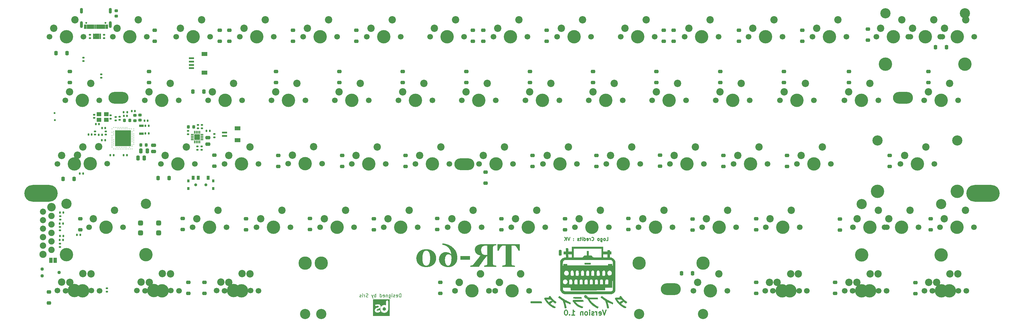
<source format=gbs>
G04 #@! TF.GenerationSoftware,KiCad,Pcbnew,7.0.1-0*
G04 #@! TF.CreationDate,2023-08-08T22:45:17+05:30*
G04 #@! TF.ProjectId,Keyboard_60,4b657962-6f61-4726-945f-3630252e6b69,rev?*
G04 #@! TF.SameCoordinates,Original*
G04 #@! TF.FileFunction,Soldermask,Bot*
G04 #@! TF.FilePolarity,Negative*
%FSLAX46Y46*%
G04 Gerber Fmt 4.6, Leading zero omitted, Abs format (unit mm)*
G04 Created by KiCad (PCBNEW 7.0.1-0) date 2023-08-08 22:45:17*
%MOMM*%
%LPD*%
G01*
G04 APERTURE LIST*
G04 Aperture macros list*
%AMRoundRect*
0 Rectangle with rounded corners*
0 $1 Rounding radius*
0 $2 $3 $4 $5 $6 $7 $8 $9 X,Y pos of 4 corners*
0 Add a 4 corners polygon primitive as box body*
4,1,4,$2,$3,$4,$5,$6,$7,$8,$9,$2,$3,0*
0 Add four circle primitives for the rounded corners*
1,1,$1+$1,$2,$3*
1,1,$1+$1,$4,$5*
1,1,$1+$1,$6,$7*
1,1,$1+$1,$8,$9*
0 Add four rect primitives between the rounded corners*
20,1,$1+$1,$2,$3,$4,$5,0*
20,1,$1+$1,$4,$5,$6,$7,0*
20,1,$1+$1,$6,$7,$8,$9,0*
20,1,$1+$1,$8,$9,$2,$3,0*%
G04 Aperture macros list end*
%ADD10C,0.150000*%
%ADD11C,0.300000*%
%ADD12C,0.250000*%
%ADD13C,0.010000*%
%ADD14C,1.700000*%
%ADD15C,4.000000*%
%ADD16C,2.200000*%
%ADD17C,2.150000*%
%ADD18C,2.550000*%
%ADD19C,1.900000*%
%ADD20C,1.850000*%
%ADD21O,9.999980X5.001260*%
%ADD22C,3.050000*%
%ADD23O,6.000000X3.500000*%
%ADD24C,3.987800*%
%ADD25C,3.048000*%
%ADD26C,1.750000*%
%ADD27C,2.250000*%
%ADD28C,1.016000*%
%ADD29RoundRect,0.140000X-0.170000X0.140000X-0.170000X-0.140000X0.170000X-0.140000X0.170000X0.140000X0*%
%ADD30RoundRect,0.250000X0.400000X-0.250000X0.400000X0.250000X-0.400000X0.250000X-0.400000X-0.250000X0*%
%ADD31RoundRect,0.225000X0.225000X0.250000X-0.225000X0.250000X-0.225000X-0.250000X0.225000X-0.250000X0*%
%ADD32RoundRect,0.250000X-0.400000X0.250000X-0.400000X-0.250000X0.400000X-0.250000X0.400000X0.250000X0*%
%ADD33R,4.850000X4.850000*%
%ADD34C,0.600000*%
%ADD35C,0.250000*%
%ADD36RoundRect,0.140000X0.140000X0.170000X-0.140000X0.170000X-0.140000X-0.170000X0.140000X-0.170000X0*%
%ADD37R,1.800000X1.200000*%
%ADD38R,1.550000X0.600000*%
%ADD39RoundRect,0.135000X0.185000X-0.135000X0.185000X0.135000X-0.185000X0.135000X-0.185000X-0.135000X0*%
%ADD40RoundRect,0.250000X-0.250000X-0.400000X0.250000X-0.400000X0.250000X0.400000X-0.250000X0.400000X0*%
%ADD41RoundRect,0.147500X0.147500X0.172500X-0.147500X0.172500X-0.147500X-0.172500X0.147500X-0.172500X0*%
%ADD42RoundRect,0.250000X0.250000X0.400000X-0.250000X0.400000X-0.250000X-0.400000X0.250000X-0.400000X0*%
%ADD43R,0.800000X0.950000*%
%ADD44C,0.900000*%
%ADD45R,0.900000X1.250000*%
%ADD46RoundRect,0.140000X-0.140000X-0.170000X0.140000X-0.170000X0.140000X0.170000X-0.140000X0.170000X0*%
%ADD47RoundRect,0.135000X-0.135000X-0.185000X0.135000X-0.185000X0.135000X0.185000X-0.135000X0.185000X0*%
%ADD48RoundRect,0.250000X-0.250000X-0.475000X0.250000X-0.475000X0.250000X0.475000X-0.250000X0.475000X0*%
%ADD49RoundRect,0.135000X-0.185000X0.135000X-0.185000X-0.135000X0.185000X-0.135000X0.185000X0.135000X0*%
%ADD50RoundRect,0.140000X0.170000X-0.140000X0.170000X0.140000X-0.170000X0.140000X-0.170000X-0.140000X0*%
%ADD51RoundRect,0.250000X-0.475000X0.250000X-0.475000X-0.250000X0.475000X-0.250000X0.475000X0.250000X0*%
%ADD52RoundRect,0.218750X-0.256250X0.218750X-0.256250X-0.218750X0.256250X-0.218750X0.256250X0.218750X0*%
%ADD53RoundRect,0.218750X0.256250X-0.218750X0.256250X0.218750X-0.256250X0.218750X-0.256250X-0.218750X0*%
%ADD54RoundRect,0.135000X0.135000X0.185000X-0.135000X0.185000X-0.135000X-0.185000X0.135000X-0.185000X0*%
%ADD55RoundRect,0.375000X0.375000X0.375000X-0.375000X0.375000X-0.375000X-0.375000X0.375000X-0.375000X0*%
%ADD56R,1.350000X0.650000*%
%ADD57R,1.000000X1.500000*%
%ADD58R,1.400000X1.200000*%
%ADD59O,0.900000X1.700000*%
%ADD60O,0.900000X2.000000*%
%ADD61RoundRect,0.225000X-0.250000X0.225000X-0.250000X-0.225000X0.250000X-0.225000X0.250000X0.225000X0*%
%ADD62RoundRect,0.218750X0.218750X0.256250X-0.218750X0.256250X-0.218750X-0.256250X0.218750X-0.256250X0*%
%ADD63RoundRect,0.007800X0.422200X0.122200X-0.422200X0.122200X-0.422200X-0.122200X0.422200X-0.122200X0*%
%ADD64RoundRect,0.007800X0.122200X-0.422200X0.122200X0.422200X-0.122200X0.422200X-0.122200X-0.422200X0*%
%ADD65R,1.680000X1.680000*%
%ADD66R,0.500000X0.500000*%
%ADD67RoundRect,0.147500X-0.147500X-0.172500X0.147500X-0.172500X0.147500X0.172500X-0.147500X0.172500X0*%
G04 APERTURE END LIST*
D10*
X109731904Y-87607619D02*
X109731904Y-86607619D01*
X109731904Y-86607619D02*
X109493809Y-86607619D01*
X109493809Y-86607619D02*
X109350952Y-86655238D01*
X109350952Y-86655238D02*
X109255714Y-86750476D01*
X109255714Y-86750476D02*
X109208095Y-86845714D01*
X109208095Y-86845714D02*
X109160476Y-87036190D01*
X109160476Y-87036190D02*
X109160476Y-87179047D01*
X109160476Y-87179047D02*
X109208095Y-87369523D01*
X109208095Y-87369523D02*
X109255714Y-87464761D01*
X109255714Y-87464761D02*
X109350952Y-87560000D01*
X109350952Y-87560000D02*
X109493809Y-87607619D01*
X109493809Y-87607619D02*
X109731904Y-87607619D01*
X108350952Y-87560000D02*
X108446190Y-87607619D01*
X108446190Y-87607619D02*
X108636666Y-87607619D01*
X108636666Y-87607619D02*
X108731904Y-87560000D01*
X108731904Y-87560000D02*
X108779523Y-87464761D01*
X108779523Y-87464761D02*
X108779523Y-87083809D01*
X108779523Y-87083809D02*
X108731904Y-86988571D01*
X108731904Y-86988571D02*
X108636666Y-86940952D01*
X108636666Y-86940952D02*
X108446190Y-86940952D01*
X108446190Y-86940952D02*
X108350952Y-86988571D01*
X108350952Y-86988571D02*
X108303333Y-87083809D01*
X108303333Y-87083809D02*
X108303333Y-87179047D01*
X108303333Y-87179047D02*
X108779523Y-87274285D01*
X107922380Y-87560000D02*
X107827142Y-87607619D01*
X107827142Y-87607619D02*
X107636666Y-87607619D01*
X107636666Y-87607619D02*
X107541428Y-87560000D01*
X107541428Y-87560000D02*
X107493809Y-87464761D01*
X107493809Y-87464761D02*
X107493809Y-87417142D01*
X107493809Y-87417142D02*
X107541428Y-87321904D01*
X107541428Y-87321904D02*
X107636666Y-87274285D01*
X107636666Y-87274285D02*
X107779523Y-87274285D01*
X107779523Y-87274285D02*
X107874761Y-87226666D01*
X107874761Y-87226666D02*
X107922380Y-87131428D01*
X107922380Y-87131428D02*
X107922380Y-87083809D01*
X107922380Y-87083809D02*
X107874761Y-86988571D01*
X107874761Y-86988571D02*
X107779523Y-86940952D01*
X107779523Y-86940952D02*
X107636666Y-86940952D01*
X107636666Y-86940952D02*
X107541428Y-86988571D01*
X107065237Y-87607619D02*
X107065237Y-86940952D01*
X107065237Y-86607619D02*
X107112856Y-86655238D01*
X107112856Y-86655238D02*
X107065237Y-86702857D01*
X107065237Y-86702857D02*
X107017618Y-86655238D01*
X107017618Y-86655238D02*
X107065237Y-86607619D01*
X107065237Y-86607619D02*
X107065237Y-86702857D01*
X106160476Y-86940952D02*
X106160476Y-87750476D01*
X106160476Y-87750476D02*
X106208095Y-87845714D01*
X106208095Y-87845714D02*
X106255714Y-87893333D01*
X106255714Y-87893333D02*
X106350952Y-87940952D01*
X106350952Y-87940952D02*
X106493809Y-87940952D01*
X106493809Y-87940952D02*
X106589047Y-87893333D01*
X106160476Y-87560000D02*
X106255714Y-87607619D01*
X106255714Y-87607619D02*
X106446190Y-87607619D01*
X106446190Y-87607619D02*
X106541428Y-87560000D01*
X106541428Y-87560000D02*
X106589047Y-87512380D01*
X106589047Y-87512380D02*
X106636666Y-87417142D01*
X106636666Y-87417142D02*
X106636666Y-87131428D01*
X106636666Y-87131428D02*
X106589047Y-87036190D01*
X106589047Y-87036190D02*
X106541428Y-86988571D01*
X106541428Y-86988571D02*
X106446190Y-86940952D01*
X106446190Y-86940952D02*
X106255714Y-86940952D01*
X106255714Y-86940952D02*
X106160476Y-86988571D01*
X105684285Y-86940952D02*
X105684285Y-87607619D01*
X105684285Y-87036190D02*
X105636666Y-86988571D01*
X105636666Y-86988571D02*
X105541428Y-86940952D01*
X105541428Y-86940952D02*
X105398571Y-86940952D01*
X105398571Y-86940952D02*
X105303333Y-86988571D01*
X105303333Y-86988571D02*
X105255714Y-87083809D01*
X105255714Y-87083809D02*
X105255714Y-87607619D01*
X104398571Y-87560000D02*
X104493809Y-87607619D01*
X104493809Y-87607619D02*
X104684285Y-87607619D01*
X104684285Y-87607619D02*
X104779523Y-87560000D01*
X104779523Y-87560000D02*
X104827142Y-87464761D01*
X104827142Y-87464761D02*
X104827142Y-87083809D01*
X104827142Y-87083809D02*
X104779523Y-86988571D01*
X104779523Y-86988571D02*
X104684285Y-86940952D01*
X104684285Y-86940952D02*
X104493809Y-86940952D01*
X104493809Y-86940952D02*
X104398571Y-86988571D01*
X104398571Y-86988571D02*
X104350952Y-87083809D01*
X104350952Y-87083809D02*
X104350952Y-87179047D01*
X104350952Y-87179047D02*
X104827142Y-87274285D01*
X103493809Y-87607619D02*
X103493809Y-86607619D01*
X103493809Y-87560000D02*
X103589047Y-87607619D01*
X103589047Y-87607619D02*
X103779523Y-87607619D01*
X103779523Y-87607619D02*
X103874761Y-87560000D01*
X103874761Y-87560000D02*
X103922380Y-87512380D01*
X103922380Y-87512380D02*
X103969999Y-87417142D01*
X103969999Y-87417142D02*
X103969999Y-87131428D01*
X103969999Y-87131428D02*
X103922380Y-87036190D01*
X103922380Y-87036190D02*
X103874761Y-86988571D01*
X103874761Y-86988571D02*
X103779523Y-86940952D01*
X103779523Y-86940952D02*
X103589047Y-86940952D01*
X103589047Y-86940952D02*
X103493809Y-86988571D01*
X102255713Y-87607619D02*
X102255713Y-86607619D01*
X102255713Y-86988571D02*
X102160475Y-86940952D01*
X102160475Y-86940952D02*
X101969999Y-86940952D01*
X101969999Y-86940952D02*
X101874761Y-86988571D01*
X101874761Y-86988571D02*
X101827142Y-87036190D01*
X101827142Y-87036190D02*
X101779523Y-87131428D01*
X101779523Y-87131428D02*
X101779523Y-87417142D01*
X101779523Y-87417142D02*
X101827142Y-87512380D01*
X101827142Y-87512380D02*
X101874761Y-87560000D01*
X101874761Y-87560000D02*
X101969999Y-87607619D01*
X101969999Y-87607619D02*
X102160475Y-87607619D01*
X102160475Y-87607619D02*
X102255713Y-87560000D01*
X101446189Y-86940952D02*
X101208094Y-87607619D01*
X100969999Y-86940952D02*
X101208094Y-87607619D01*
X101208094Y-87607619D02*
X101303332Y-87845714D01*
X101303332Y-87845714D02*
X101350951Y-87893333D01*
X101350951Y-87893333D02*
X101446189Y-87940952D01*
X99874760Y-87560000D02*
X99731903Y-87607619D01*
X99731903Y-87607619D02*
X99493808Y-87607619D01*
X99493808Y-87607619D02*
X99398570Y-87560000D01*
X99398570Y-87560000D02*
X99350951Y-87512380D01*
X99350951Y-87512380D02*
X99303332Y-87417142D01*
X99303332Y-87417142D02*
X99303332Y-87321904D01*
X99303332Y-87321904D02*
X99350951Y-87226666D01*
X99350951Y-87226666D02*
X99398570Y-87179047D01*
X99398570Y-87179047D02*
X99493808Y-87131428D01*
X99493808Y-87131428D02*
X99684284Y-87083809D01*
X99684284Y-87083809D02*
X99779522Y-87036190D01*
X99779522Y-87036190D02*
X99827141Y-86988571D01*
X99827141Y-86988571D02*
X99874760Y-86893333D01*
X99874760Y-86893333D02*
X99874760Y-86798095D01*
X99874760Y-86798095D02*
X99827141Y-86702857D01*
X99827141Y-86702857D02*
X99779522Y-86655238D01*
X99779522Y-86655238D02*
X99684284Y-86607619D01*
X99684284Y-86607619D02*
X99446189Y-86607619D01*
X99446189Y-86607619D02*
X99303332Y-86655238D01*
X98874760Y-87607619D02*
X98874760Y-86940952D01*
X98874760Y-87131428D02*
X98827141Y-87036190D01*
X98827141Y-87036190D02*
X98779522Y-86988571D01*
X98779522Y-86988571D02*
X98684284Y-86940952D01*
X98684284Y-86940952D02*
X98589046Y-86940952D01*
X98255712Y-87607619D02*
X98255712Y-86940952D01*
X98255712Y-86607619D02*
X98303331Y-86655238D01*
X98303331Y-86655238D02*
X98255712Y-86702857D01*
X98255712Y-86702857D02*
X98208093Y-86655238D01*
X98208093Y-86655238D02*
X98255712Y-86607619D01*
X98255712Y-86607619D02*
X98255712Y-86702857D01*
X97827141Y-87560000D02*
X97731903Y-87607619D01*
X97731903Y-87607619D02*
X97541427Y-87607619D01*
X97541427Y-87607619D02*
X97446189Y-87560000D01*
X97446189Y-87560000D02*
X97398570Y-87464761D01*
X97398570Y-87464761D02*
X97398570Y-87417142D01*
X97398570Y-87417142D02*
X97446189Y-87321904D01*
X97446189Y-87321904D02*
X97541427Y-87274285D01*
X97541427Y-87274285D02*
X97684284Y-87274285D01*
X97684284Y-87274285D02*
X97779522Y-87226666D01*
X97779522Y-87226666D02*
X97827141Y-87131428D01*
X97827141Y-87131428D02*
X97827141Y-87083809D01*
X97827141Y-87083809D02*
X97779522Y-86988571D01*
X97779522Y-86988571D02*
X97684284Y-86940952D01*
X97684284Y-86940952D02*
X97541427Y-86940952D01*
X97541427Y-86940952D02*
X97446189Y-86988571D01*
D11*
X171157142Y-91516428D02*
X170657142Y-93016428D01*
X170657142Y-93016428D02*
X170157142Y-91516428D01*
X169085714Y-92945000D02*
X169228571Y-93016428D01*
X169228571Y-93016428D02*
X169514286Y-93016428D01*
X169514286Y-93016428D02*
X169657143Y-92945000D01*
X169657143Y-92945000D02*
X169728571Y-92802142D01*
X169728571Y-92802142D02*
X169728571Y-92230714D01*
X169728571Y-92230714D02*
X169657143Y-92087857D01*
X169657143Y-92087857D02*
X169514286Y-92016428D01*
X169514286Y-92016428D02*
X169228571Y-92016428D01*
X169228571Y-92016428D02*
X169085714Y-92087857D01*
X169085714Y-92087857D02*
X169014286Y-92230714D01*
X169014286Y-92230714D02*
X169014286Y-92373571D01*
X169014286Y-92373571D02*
X169728571Y-92516428D01*
X168371429Y-93016428D02*
X168371429Y-92016428D01*
X168371429Y-92302142D02*
X168300000Y-92159285D01*
X168300000Y-92159285D02*
X168228572Y-92087857D01*
X168228572Y-92087857D02*
X168085714Y-92016428D01*
X168085714Y-92016428D02*
X167942857Y-92016428D01*
X167514286Y-92945000D02*
X167371429Y-93016428D01*
X167371429Y-93016428D02*
X167085715Y-93016428D01*
X167085715Y-93016428D02*
X166942858Y-92945000D01*
X166942858Y-92945000D02*
X166871429Y-92802142D01*
X166871429Y-92802142D02*
X166871429Y-92730714D01*
X166871429Y-92730714D02*
X166942858Y-92587857D01*
X166942858Y-92587857D02*
X167085715Y-92516428D01*
X167085715Y-92516428D02*
X167300001Y-92516428D01*
X167300001Y-92516428D02*
X167442858Y-92445000D01*
X167442858Y-92445000D02*
X167514286Y-92302142D01*
X167514286Y-92302142D02*
X167514286Y-92230714D01*
X167514286Y-92230714D02*
X167442858Y-92087857D01*
X167442858Y-92087857D02*
X167300001Y-92016428D01*
X167300001Y-92016428D02*
X167085715Y-92016428D01*
X167085715Y-92016428D02*
X166942858Y-92087857D01*
X166228572Y-93016428D02*
X166228572Y-92016428D01*
X166228572Y-91516428D02*
X166300000Y-91587857D01*
X166300000Y-91587857D02*
X166228572Y-91659285D01*
X166228572Y-91659285D02*
X166157143Y-91587857D01*
X166157143Y-91587857D02*
X166228572Y-91516428D01*
X166228572Y-91516428D02*
X166228572Y-91659285D01*
X165300000Y-93016428D02*
X165442857Y-92945000D01*
X165442857Y-92945000D02*
X165514286Y-92873571D01*
X165514286Y-92873571D02*
X165585714Y-92730714D01*
X165585714Y-92730714D02*
X165585714Y-92302142D01*
X165585714Y-92302142D02*
X165514286Y-92159285D01*
X165514286Y-92159285D02*
X165442857Y-92087857D01*
X165442857Y-92087857D02*
X165300000Y-92016428D01*
X165300000Y-92016428D02*
X165085714Y-92016428D01*
X165085714Y-92016428D02*
X164942857Y-92087857D01*
X164942857Y-92087857D02*
X164871429Y-92159285D01*
X164871429Y-92159285D02*
X164800000Y-92302142D01*
X164800000Y-92302142D02*
X164800000Y-92730714D01*
X164800000Y-92730714D02*
X164871429Y-92873571D01*
X164871429Y-92873571D02*
X164942857Y-92945000D01*
X164942857Y-92945000D02*
X165085714Y-93016428D01*
X165085714Y-93016428D02*
X165300000Y-93016428D01*
X164157143Y-92016428D02*
X164157143Y-93016428D01*
X164157143Y-92159285D02*
X164085714Y-92087857D01*
X164085714Y-92087857D02*
X163942857Y-92016428D01*
X163942857Y-92016428D02*
X163728571Y-92016428D01*
X163728571Y-92016428D02*
X163585714Y-92087857D01*
X163585714Y-92087857D02*
X163514286Y-92230714D01*
X163514286Y-92230714D02*
X163514286Y-93016428D01*
X160871428Y-93016428D02*
X161728571Y-93016428D01*
X161300000Y-93016428D02*
X161300000Y-91516428D01*
X161300000Y-91516428D02*
X161442857Y-91730714D01*
X161442857Y-91730714D02*
X161585714Y-91873571D01*
X161585714Y-91873571D02*
X161728571Y-91945000D01*
X160228572Y-92873571D02*
X160157143Y-92945000D01*
X160157143Y-92945000D02*
X160228572Y-93016428D01*
X160228572Y-93016428D02*
X160300000Y-92945000D01*
X160300000Y-92945000D02*
X160228572Y-92873571D01*
X160228572Y-92873571D02*
X160228572Y-93016428D01*
X159228571Y-91516428D02*
X159085714Y-91516428D01*
X159085714Y-91516428D02*
X158942857Y-91587857D01*
X158942857Y-91587857D02*
X158871429Y-91659285D01*
X158871429Y-91659285D02*
X158800000Y-91802142D01*
X158800000Y-91802142D02*
X158728571Y-92087857D01*
X158728571Y-92087857D02*
X158728571Y-92445000D01*
X158728571Y-92445000D02*
X158800000Y-92730714D01*
X158800000Y-92730714D02*
X158871429Y-92873571D01*
X158871429Y-92873571D02*
X158942857Y-92945000D01*
X158942857Y-92945000D02*
X159085714Y-93016428D01*
X159085714Y-93016428D02*
X159228571Y-93016428D01*
X159228571Y-93016428D02*
X159371429Y-92945000D01*
X159371429Y-92945000D02*
X159442857Y-92873571D01*
X159442857Y-92873571D02*
X159514286Y-92730714D01*
X159514286Y-92730714D02*
X159585714Y-92445000D01*
X159585714Y-92445000D02*
X159585714Y-92087857D01*
X159585714Y-92087857D02*
X159514286Y-91802142D01*
X159514286Y-91802142D02*
X159442857Y-91659285D01*
X159442857Y-91659285D02*
X159371429Y-91587857D01*
X159371429Y-91587857D02*
X159228571Y-91516428D01*
D12*
X171185714Y-70647619D02*
X171661904Y-70647619D01*
X171661904Y-70647619D02*
X171661904Y-69647619D01*
X170709523Y-70647619D02*
X170804761Y-70600000D01*
X170804761Y-70600000D02*
X170852380Y-70552380D01*
X170852380Y-70552380D02*
X170899999Y-70457142D01*
X170899999Y-70457142D02*
X170899999Y-70171428D01*
X170899999Y-70171428D02*
X170852380Y-70076190D01*
X170852380Y-70076190D02*
X170804761Y-70028571D01*
X170804761Y-70028571D02*
X170709523Y-69980952D01*
X170709523Y-69980952D02*
X170566666Y-69980952D01*
X170566666Y-69980952D02*
X170471428Y-70028571D01*
X170471428Y-70028571D02*
X170423809Y-70076190D01*
X170423809Y-70076190D02*
X170376190Y-70171428D01*
X170376190Y-70171428D02*
X170376190Y-70457142D01*
X170376190Y-70457142D02*
X170423809Y-70552380D01*
X170423809Y-70552380D02*
X170471428Y-70600000D01*
X170471428Y-70600000D02*
X170566666Y-70647619D01*
X170566666Y-70647619D02*
X170709523Y-70647619D01*
X169519047Y-69980952D02*
X169519047Y-70790476D01*
X169519047Y-70790476D02*
X169566666Y-70885714D01*
X169566666Y-70885714D02*
X169614285Y-70933333D01*
X169614285Y-70933333D02*
X169709523Y-70980952D01*
X169709523Y-70980952D02*
X169852380Y-70980952D01*
X169852380Y-70980952D02*
X169947618Y-70933333D01*
X169519047Y-70600000D02*
X169614285Y-70647619D01*
X169614285Y-70647619D02*
X169804761Y-70647619D01*
X169804761Y-70647619D02*
X169899999Y-70600000D01*
X169899999Y-70600000D02*
X169947618Y-70552380D01*
X169947618Y-70552380D02*
X169995237Y-70457142D01*
X169995237Y-70457142D02*
X169995237Y-70171428D01*
X169995237Y-70171428D02*
X169947618Y-70076190D01*
X169947618Y-70076190D02*
X169899999Y-70028571D01*
X169899999Y-70028571D02*
X169804761Y-69980952D01*
X169804761Y-69980952D02*
X169614285Y-69980952D01*
X169614285Y-69980952D02*
X169519047Y-70028571D01*
X168899999Y-70647619D02*
X168995237Y-70600000D01*
X168995237Y-70600000D02*
X169042856Y-70552380D01*
X169042856Y-70552380D02*
X169090475Y-70457142D01*
X169090475Y-70457142D02*
X169090475Y-70171428D01*
X169090475Y-70171428D02*
X169042856Y-70076190D01*
X169042856Y-70076190D02*
X168995237Y-70028571D01*
X168995237Y-70028571D02*
X168899999Y-69980952D01*
X168899999Y-69980952D02*
X168757142Y-69980952D01*
X168757142Y-69980952D02*
X168661904Y-70028571D01*
X168661904Y-70028571D02*
X168614285Y-70076190D01*
X168614285Y-70076190D02*
X168566666Y-70171428D01*
X168566666Y-70171428D02*
X168566666Y-70457142D01*
X168566666Y-70457142D02*
X168614285Y-70552380D01*
X168614285Y-70552380D02*
X168661904Y-70600000D01*
X168661904Y-70600000D02*
X168757142Y-70647619D01*
X168757142Y-70647619D02*
X168899999Y-70647619D01*
X166804761Y-70552380D02*
X166852380Y-70600000D01*
X166852380Y-70600000D02*
X166995237Y-70647619D01*
X166995237Y-70647619D02*
X167090475Y-70647619D01*
X167090475Y-70647619D02*
X167233332Y-70600000D01*
X167233332Y-70600000D02*
X167328570Y-70504761D01*
X167328570Y-70504761D02*
X167376189Y-70409523D01*
X167376189Y-70409523D02*
X167423808Y-70219047D01*
X167423808Y-70219047D02*
X167423808Y-70076190D01*
X167423808Y-70076190D02*
X167376189Y-69885714D01*
X167376189Y-69885714D02*
X167328570Y-69790476D01*
X167328570Y-69790476D02*
X167233332Y-69695238D01*
X167233332Y-69695238D02*
X167090475Y-69647619D01*
X167090475Y-69647619D02*
X166995237Y-69647619D01*
X166995237Y-69647619D02*
X166852380Y-69695238D01*
X166852380Y-69695238D02*
X166804761Y-69742857D01*
X166376189Y-70647619D02*
X166376189Y-69980952D01*
X166376189Y-70171428D02*
X166328570Y-70076190D01*
X166328570Y-70076190D02*
X166280951Y-70028571D01*
X166280951Y-70028571D02*
X166185713Y-69980952D01*
X166185713Y-69980952D02*
X166090475Y-69980952D01*
X165376189Y-70600000D02*
X165471427Y-70647619D01*
X165471427Y-70647619D02*
X165661903Y-70647619D01*
X165661903Y-70647619D02*
X165757141Y-70600000D01*
X165757141Y-70600000D02*
X165804760Y-70504761D01*
X165804760Y-70504761D02*
X165804760Y-70123809D01*
X165804760Y-70123809D02*
X165757141Y-70028571D01*
X165757141Y-70028571D02*
X165661903Y-69980952D01*
X165661903Y-69980952D02*
X165471427Y-69980952D01*
X165471427Y-69980952D02*
X165376189Y-70028571D01*
X165376189Y-70028571D02*
X165328570Y-70123809D01*
X165328570Y-70123809D02*
X165328570Y-70219047D01*
X165328570Y-70219047D02*
X165804760Y-70314285D01*
X164471427Y-70647619D02*
X164471427Y-69647619D01*
X164471427Y-70600000D02*
X164566665Y-70647619D01*
X164566665Y-70647619D02*
X164757141Y-70647619D01*
X164757141Y-70647619D02*
X164852379Y-70600000D01*
X164852379Y-70600000D02*
X164899998Y-70552380D01*
X164899998Y-70552380D02*
X164947617Y-70457142D01*
X164947617Y-70457142D02*
X164947617Y-70171428D01*
X164947617Y-70171428D02*
X164899998Y-70076190D01*
X164899998Y-70076190D02*
X164852379Y-70028571D01*
X164852379Y-70028571D02*
X164757141Y-69980952D01*
X164757141Y-69980952D02*
X164566665Y-69980952D01*
X164566665Y-69980952D02*
X164471427Y-70028571D01*
X163995236Y-70647619D02*
X163995236Y-69980952D01*
X163995236Y-69647619D02*
X164042855Y-69695238D01*
X164042855Y-69695238D02*
X163995236Y-69742857D01*
X163995236Y-69742857D02*
X163947617Y-69695238D01*
X163947617Y-69695238D02*
X163995236Y-69647619D01*
X163995236Y-69647619D02*
X163995236Y-69742857D01*
X163661903Y-69980952D02*
X163280951Y-69980952D01*
X163519046Y-69647619D02*
X163519046Y-70504761D01*
X163519046Y-70504761D02*
X163471427Y-70600000D01*
X163471427Y-70600000D02*
X163376189Y-70647619D01*
X163376189Y-70647619D02*
X163280951Y-70647619D01*
X162995236Y-70600000D02*
X162899998Y-70647619D01*
X162899998Y-70647619D02*
X162709522Y-70647619D01*
X162709522Y-70647619D02*
X162614284Y-70600000D01*
X162614284Y-70600000D02*
X162566665Y-70504761D01*
X162566665Y-70504761D02*
X162566665Y-70457142D01*
X162566665Y-70457142D02*
X162614284Y-70361904D01*
X162614284Y-70361904D02*
X162709522Y-70314285D01*
X162709522Y-70314285D02*
X162852379Y-70314285D01*
X162852379Y-70314285D02*
X162947617Y-70266666D01*
X162947617Y-70266666D02*
X162995236Y-70171428D01*
X162995236Y-70171428D02*
X162995236Y-70123809D01*
X162995236Y-70123809D02*
X162947617Y-70028571D01*
X162947617Y-70028571D02*
X162852379Y-69980952D01*
X162852379Y-69980952D02*
X162709522Y-69980952D01*
X162709522Y-69980952D02*
X162614284Y-70028571D01*
X161376188Y-70552380D02*
X161328569Y-70600000D01*
X161328569Y-70600000D02*
X161376188Y-70647619D01*
X161376188Y-70647619D02*
X161423807Y-70600000D01*
X161423807Y-70600000D02*
X161376188Y-70552380D01*
X161376188Y-70552380D02*
X161376188Y-70647619D01*
X161376188Y-70028571D02*
X161328569Y-70076190D01*
X161328569Y-70076190D02*
X161376188Y-70123809D01*
X161376188Y-70123809D02*
X161423807Y-70076190D01*
X161423807Y-70076190D02*
X161376188Y-70028571D01*
X161376188Y-70028571D02*
X161376188Y-70123809D01*
X160280950Y-69647619D02*
X159947617Y-70647619D01*
X159947617Y-70647619D02*
X159614284Y-69647619D01*
X159280950Y-70647619D02*
X159280950Y-69647619D01*
X158709522Y-70647619D02*
X159138093Y-70076190D01*
X158709522Y-69647619D02*
X159280950Y-70219047D01*
D11*
G36*
X138665331Y-73685485D02*
G01*
X139036336Y-73685485D01*
X139065818Y-73602543D01*
X139098486Y-73518489D01*
X139134340Y-73433323D01*
X139173379Y-73347045D01*
X139215604Y-73259655D01*
X139261014Y-73171153D01*
X139309611Y-73081539D01*
X139343778Y-73021179D01*
X139379361Y-72960324D01*
X139416360Y-72898975D01*
X139454775Y-72837132D01*
X139494606Y-72774795D01*
X139515052Y-72743441D01*
X139556098Y-72682419D01*
X139596743Y-72625017D01*
X139656960Y-72545702D01*
X139716276Y-72474530D01*
X139774689Y-72411504D01*
X139832201Y-72356621D01*
X139888812Y-72309883D01*
X139962890Y-72260235D01*
X140035365Y-72225066D01*
X140106237Y-72204376D01*
X140123705Y-72201466D01*
X140194461Y-72193483D01*
X140272088Y-72185992D01*
X140344096Y-72179961D01*
X140421153Y-72174291D01*
X140503258Y-72168982D01*
X140572281Y-72164549D01*
X140651141Y-72160221D01*
X140725673Y-72156975D01*
X140795878Y-72154812D01*
X140872313Y-72153654D01*
X140893070Y-72153594D01*
X141118750Y-72153594D01*
X141118750Y-77503245D01*
X141115805Y-77576911D01*
X141106969Y-77646813D01*
X141089659Y-77722094D01*
X141064654Y-77792459D01*
X141057201Y-77809282D01*
X141018092Y-77871686D01*
X140964023Y-77927251D01*
X140904440Y-77970261D01*
X140844253Y-78002959D01*
X140811004Y-78017865D01*
X140738891Y-78042178D01*
X140669527Y-78061462D01*
X140600825Y-78078252D01*
X140523588Y-78095282D01*
X140467355Y-78106770D01*
X140395870Y-78120527D01*
X140327807Y-78132949D01*
X140250650Y-78146093D01*
X140178422Y-78157313D01*
X140100385Y-78167971D01*
X140068995Y-78171738D01*
X140068995Y-78500001D01*
X143873077Y-78500001D01*
X143873077Y-78171738D01*
X143796034Y-78164151D01*
X143717225Y-78156286D01*
X143641211Y-78148632D01*
X143571896Y-78141611D01*
X143497155Y-78134006D01*
X143481556Y-78132415D01*
X143406447Y-78123574D01*
X143326786Y-78112194D01*
X143258545Y-78099972D01*
X143185322Y-78082368D01*
X143137906Y-78065737D01*
X143071829Y-78035022D01*
X143005982Y-77994479D01*
X142952243Y-77948863D01*
X142905654Y-77890519D01*
X142888290Y-77858863D01*
X142860614Y-77790902D01*
X142840846Y-77716958D01*
X142830035Y-77647348D01*
X142825278Y-77573156D01*
X142825031Y-77551117D01*
X142825031Y-72153594D01*
X143050711Y-72153594D01*
X143125464Y-72154331D01*
X143194226Y-72156134D01*
X143267316Y-72159019D01*
X143344733Y-72162986D01*
X143426478Y-72168035D01*
X143440523Y-72168982D01*
X143509295Y-72173381D01*
X143587193Y-72178991D01*
X143660042Y-72184962D01*
X143738652Y-72192383D01*
X143810389Y-72200296D01*
X143820076Y-72201466D01*
X143890548Y-72218536D01*
X143962622Y-72250086D01*
X144036300Y-72296114D01*
X144092610Y-72340137D01*
X144149821Y-72392305D01*
X144207934Y-72452617D01*
X144266949Y-72521073D01*
X144326865Y-72597674D01*
X144367310Y-72653266D01*
X144408156Y-72712478D01*
X144428729Y-72743441D01*
X144469268Y-72806025D01*
X144508391Y-72868115D01*
X144546098Y-72929711D01*
X144582389Y-72990813D01*
X144617264Y-73051421D01*
X144650723Y-73111534D01*
X144698258Y-73200777D01*
X144742606Y-73288909D01*
X144783769Y-73375928D01*
X144821747Y-73461835D01*
X144856538Y-73546631D01*
X144888145Y-73630314D01*
X144907445Y-73685485D01*
X145276741Y-73685485D01*
X145276741Y-71715911D01*
X138665331Y-71715911D01*
X138665331Y-73685485D01*
G37*
G36*
X138306294Y-72044174D02*
G01*
X138266724Y-72050677D01*
X138194382Y-72063687D01*
X138121967Y-72077700D01*
X138053125Y-72091664D01*
X137978032Y-72107432D01*
X137901155Y-72124182D01*
X137828246Y-72142374D01*
X137759304Y-72162009D01*
X137683885Y-72186740D01*
X137613866Y-72213434D01*
X137589228Y-72224453D01*
X137522290Y-72258955D01*
X137457413Y-72301941D01*
X137400699Y-72354674D01*
X137359120Y-72418598D01*
X137333500Y-72488592D01*
X137317765Y-72558529D01*
X137308656Y-72635733D01*
X137306120Y-72709247D01*
X137306120Y-77564795D01*
X137306367Y-77587622D01*
X137311123Y-77663520D01*
X137321934Y-77733200D01*
X137341703Y-77805221D01*
X137369378Y-77869121D01*
X137381986Y-77890895D01*
X137426037Y-77945579D01*
X137485262Y-77995347D01*
X137549531Y-78034862D01*
X137613866Y-78065737D01*
X137654458Y-78079481D01*
X137723166Y-78096685D01*
X137796960Y-78110686D01*
X137870371Y-78121906D01*
X137938709Y-78130705D01*
X138007639Y-78138469D01*
X138084736Y-78147124D01*
X138155702Y-78155059D01*
X138230747Y-78163403D01*
X138306294Y-78171738D01*
X138306294Y-78500001D01*
X134666343Y-78500001D01*
X134666343Y-78171738D01*
X134701846Y-78167491D01*
X134778141Y-78156591D01*
X134850685Y-78144425D01*
X134928628Y-78129804D01*
X134999734Y-78115318D01*
X135011814Y-78112755D01*
X135080015Y-78097448D01*
X135150315Y-78079742D01*
X135218436Y-78059706D01*
X135285254Y-78034962D01*
X135318518Y-78019229D01*
X135378825Y-77985690D01*
X135438700Y-77943066D01*
X135493303Y-77889744D01*
X135533161Y-77831508D01*
X135541028Y-77816121D01*
X135567421Y-77750297D01*
X135585694Y-77677635D01*
X135595020Y-77608445D01*
X135598129Y-77534020D01*
X135598129Y-75436218D01*
X135334836Y-75436218D01*
X135252129Y-75535922D01*
X135171132Y-75634143D01*
X135091844Y-75730881D01*
X135014267Y-75826137D01*
X134938399Y-75919910D01*
X134864241Y-76012200D01*
X134791792Y-76103008D01*
X134721053Y-76192333D01*
X134652024Y-76280176D01*
X134584705Y-76366535D01*
X134519095Y-76451413D01*
X134455195Y-76534807D01*
X134393005Y-76616719D01*
X134332524Y-76697149D01*
X134273753Y-76776095D01*
X134216692Y-76853559D01*
X134159590Y-76931718D01*
X134100699Y-77013176D01*
X134040018Y-77097933D01*
X133977547Y-77185989D01*
X133913287Y-77277345D01*
X133847236Y-77371999D01*
X133779396Y-77469953D01*
X133709766Y-77571206D01*
X133638346Y-77675758D01*
X133565136Y-77783610D01*
X133490136Y-77894760D01*
X133451965Y-77951573D01*
X133413346Y-78009210D01*
X133374281Y-78067672D01*
X133334767Y-78126959D01*
X133294806Y-78187070D01*
X133254398Y-78248007D01*
X133213542Y-78309768D01*
X133172239Y-78372354D01*
X133130488Y-78435765D01*
X133088290Y-78500001D01*
X130472449Y-78500001D01*
X130472449Y-78171738D01*
X130508610Y-78168594D01*
X130576731Y-78160981D01*
X130645172Y-78152245D01*
X130715226Y-78142673D01*
X130787162Y-78130962D01*
X130862362Y-78116377D01*
X130930082Y-78100508D01*
X130997327Y-78081124D01*
X131034733Y-78067019D01*
X131099481Y-78034962D01*
X131167235Y-77992220D01*
X131223602Y-77950332D01*
X131281892Y-77901606D01*
X131342105Y-77846040D01*
X131404242Y-77783636D01*
X131452107Y-77732345D01*
X131499246Y-77679592D01*
X131559152Y-77611684D01*
X131615692Y-77546556D01*
X131668867Y-77484205D01*
X131718675Y-77424633D01*
X131765117Y-77367839D01*
X131808194Y-77313823D01*
X131857306Y-77250210D01*
X131916150Y-77177861D01*
X131974714Y-77105713D01*
X132032998Y-77033766D01*
X132091000Y-76962019D01*
X132148723Y-76890472D01*
X132206165Y-76819125D01*
X132263326Y-76747979D01*
X132320207Y-76677033D01*
X132376808Y-76606287D01*
X132433127Y-76535742D01*
X132489167Y-76465397D01*
X132544926Y-76395253D01*
X132600404Y-76325309D01*
X132655602Y-76255565D01*
X132710520Y-76186022D01*
X132765157Y-76116679D01*
X132792193Y-76082082D01*
X132845634Y-76013681D01*
X132898234Y-75946335D01*
X132949993Y-75880044D01*
X133000910Y-75814808D01*
X133050985Y-75750628D01*
X133100219Y-75687502D01*
X133148612Y-75625432D01*
X133196163Y-75564417D01*
X133242872Y-75504458D01*
X133288740Y-75445553D01*
X133333767Y-75387704D01*
X133377952Y-75330910D01*
X133421296Y-75275171D01*
X133463798Y-75220487D01*
X133525973Y-75140440D01*
X133422509Y-75109352D01*
X133322412Y-75076781D01*
X133225680Y-75042727D01*
X133132315Y-75007190D01*
X133042315Y-74970171D01*
X132955681Y-74931670D01*
X132872413Y-74891685D01*
X132792512Y-74850219D01*
X132715976Y-74807269D01*
X132642806Y-74762837D01*
X132573002Y-74716922D01*
X132506564Y-74669525D01*
X132443492Y-74620645D01*
X132383787Y-74570282D01*
X132327447Y-74518437D01*
X132274473Y-74465109D01*
X132224577Y-74409951D01*
X132177901Y-74352616D01*
X132134444Y-74293104D01*
X132094206Y-74231414D01*
X132057187Y-74167547D01*
X132023387Y-74101504D01*
X131992806Y-74033283D01*
X131965444Y-73962884D01*
X131941302Y-73890309D01*
X131920378Y-73815556D01*
X131902673Y-73738626D01*
X131888187Y-73659519D01*
X131876921Y-73578235D01*
X131868873Y-73494774D01*
X131866998Y-73461515D01*
X133748234Y-73461515D01*
X133749757Y-73559849D01*
X133754325Y-73654818D01*
X133761938Y-73746420D01*
X133772597Y-73834657D01*
X133786302Y-73919527D01*
X133803051Y-74001032D01*
X133822846Y-74079171D01*
X133845687Y-74153943D01*
X133871573Y-74225350D01*
X133900504Y-74293391D01*
X133932481Y-74358065D01*
X133967503Y-74419374D01*
X134005571Y-74477317D01*
X134068382Y-74557920D01*
X134138046Y-74630950D01*
X134162612Y-74653565D01*
X134240040Y-74717102D01*
X134323057Y-74774179D01*
X134411664Y-74824793D01*
X134473841Y-74854947D01*
X134538503Y-74882229D01*
X134605648Y-74906639D01*
X134675279Y-74928177D01*
X134747393Y-74946843D01*
X134821992Y-74962638D01*
X134899076Y-74975561D01*
X134978644Y-74985612D01*
X135060696Y-74992792D01*
X135145232Y-74997099D01*
X135232254Y-74998535D01*
X135598129Y-74998535D01*
X135598129Y-72153594D01*
X135218576Y-72153594D01*
X135174762Y-72153902D01*
X135089036Y-72156359D01*
X135005849Y-72161275D01*
X134925199Y-72168648D01*
X134847087Y-72178479D01*
X134771513Y-72190767D01*
X134698477Y-72205513D01*
X134627978Y-72222717D01*
X134560018Y-72242379D01*
X134462835Y-72276479D01*
X134371363Y-72316109D01*
X134285601Y-72361269D01*
X134205549Y-72411959D01*
X134131207Y-72468179D01*
X134062765Y-72530074D01*
X134001056Y-72598430D01*
X133946078Y-72673248D01*
X133897833Y-72754527D01*
X133856319Y-72842268D01*
X133821537Y-72936470D01*
X133802090Y-73002861D01*
X133785634Y-73072124D01*
X133772170Y-73144259D01*
X133761698Y-73219265D01*
X133754218Y-73297143D01*
X133749730Y-73377893D01*
X133748234Y-73461515D01*
X131866998Y-73461515D01*
X131864044Y-73409135D01*
X131862435Y-73321319D01*
X131865040Y-73222043D01*
X131872853Y-73125959D01*
X131885877Y-73033068D01*
X131904109Y-72943369D01*
X131927550Y-72856862D01*
X131956201Y-72773548D01*
X131990061Y-72693425D01*
X132029131Y-72616496D01*
X132073409Y-72542758D01*
X132122897Y-72472213D01*
X132177594Y-72404860D01*
X132237500Y-72340700D01*
X132302616Y-72279731D01*
X132372941Y-72221956D01*
X132448475Y-72167372D01*
X132529218Y-72115981D01*
X132614770Y-72067535D01*
X132705157Y-72022215D01*
X132800379Y-71980020D01*
X132900437Y-71940950D01*
X133005329Y-71905007D01*
X133115057Y-71872188D01*
X133229621Y-71842496D01*
X133349019Y-71815929D01*
X133473253Y-71792487D01*
X133602322Y-71772171D01*
X133736226Y-71754980D01*
X133804991Y-71747557D01*
X133874965Y-71740916D01*
X133946148Y-71735055D01*
X134018540Y-71729976D01*
X134092141Y-71725679D01*
X134166950Y-71722162D01*
X134242968Y-71719427D01*
X134320195Y-71717474D01*
X134398631Y-71716302D01*
X134478276Y-71715911D01*
X138306294Y-71715911D01*
X138306294Y-72044174D01*
G37*
G36*
X127506120Y-76421005D02*
G01*
X130419448Y-76421005D01*
X130419448Y-75326797D01*
X127506120Y-75326797D01*
X127506120Y-76421005D01*
G37*
G36*
X122332593Y-71512802D02*
G01*
X122457476Y-71530295D01*
X122580699Y-71549548D01*
X122702263Y-71570560D01*
X122822168Y-71593332D01*
X122940413Y-71617864D01*
X123056998Y-71644156D01*
X123171923Y-71672207D01*
X123285189Y-71702018D01*
X123396796Y-71733589D01*
X123506742Y-71766920D01*
X123615029Y-71802011D01*
X123721657Y-71838861D01*
X123826625Y-71877471D01*
X123929933Y-71917841D01*
X124031582Y-71959971D01*
X124131571Y-72003860D01*
X124229900Y-72049510D01*
X124326570Y-72096919D01*
X124421580Y-72146088D01*
X124514931Y-72197016D01*
X124606622Y-72249705D01*
X124696653Y-72304153D01*
X124785025Y-72360361D01*
X124871737Y-72418329D01*
X124956790Y-72478057D01*
X125040183Y-72539544D01*
X125121916Y-72602791D01*
X125201990Y-72667798D01*
X125280404Y-72734565D01*
X125357159Y-72803092D01*
X125432254Y-72873378D01*
X125505253Y-72945135D01*
X125575935Y-73018075D01*
X125644300Y-73092196D01*
X125710347Y-73167500D01*
X125774077Y-73243986D01*
X125835489Y-73321653D01*
X125894584Y-73400503D01*
X125951361Y-73480535D01*
X126005821Y-73561749D01*
X126057964Y-73644145D01*
X126107789Y-73727724D01*
X126155296Y-73812484D01*
X126200486Y-73898427D01*
X126243359Y-73985551D01*
X126283914Y-74073858D01*
X126322152Y-74163347D01*
X126358073Y-74254017D01*
X126391676Y-74345870D01*
X126422961Y-74438906D01*
X126451929Y-74533123D01*
X126478580Y-74628522D01*
X126502913Y-74725103D01*
X126524929Y-74822867D01*
X126544627Y-74921812D01*
X126562008Y-75021940D01*
X126577071Y-75123250D01*
X126589817Y-75225741D01*
X126600246Y-75329415D01*
X126608357Y-75434271D01*
X126614150Y-75540310D01*
X126617627Y-75647530D01*
X126618785Y-75755932D01*
X126618049Y-75836946D01*
X126615840Y-75916924D01*
X126612159Y-75995868D01*
X126607004Y-76073776D01*
X126600378Y-76150649D01*
X126592278Y-76226487D01*
X126582706Y-76301290D01*
X126571662Y-76375057D01*
X126559144Y-76447790D01*
X126545155Y-76519487D01*
X126529692Y-76590149D01*
X126512757Y-76659776D01*
X126494349Y-76728367D01*
X126474469Y-76795924D01*
X126453116Y-76862445D01*
X126430291Y-76927931D01*
X126405993Y-76992382D01*
X126380222Y-77055798D01*
X126324263Y-77179524D01*
X126262413Y-77299110D01*
X126194673Y-77414555D01*
X126121042Y-77525859D01*
X126041521Y-77633022D01*
X125956110Y-77736045D01*
X125864808Y-77834927D01*
X125817100Y-77882577D01*
X125718819Y-77973338D01*
X125616717Y-78058048D01*
X125510796Y-78136708D01*
X125401055Y-78209316D01*
X125287493Y-78275875D01*
X125170112Y-78336382D01*
X125048910Y-78390838D01*
X124923888Y-78439244D01*
X124795046Y-78481600D01*
X124729193Y-78500508D01*
X124662384Y-78517904D01*
X124594621Y-78533787D01*
X124525902Y-78548158D01*
X124456229Y-78561015D01*
X124385600Y-78572361D01*
X124314016Y-78582193D01*
X124241478Y-78590513D01*
X124167984Y-78597320D01*
X124093535Y-78602614D01*
X124018131Y-78606396D01*
X123941773Y-78608665D01*
X123864459Y-78609421D01*
X123790290Y-78608762D01*
X123716957Y-78606783D01*
X123644458Y-78603486D01*
X123572795Y-78598869D01*
X123501966Y-78592934D01*
X123431971Y-78585679D01*
X123362812Y-78577106D01*
X123294487Y-78567213D01*
X123160343Y-78543471D01*
X123029537Y-78514453D01*
X122902071Y-78480159D01*
X122777944Y-78440588D01*
X122657157Y-78395742D01*
X122539708Y-78345620D01*
X122425599Y-78290222D01*
X122314829Y-78229547D01*
X122207399Y-78163597D01*
X122103307Y-78092371D01*
X122002555Y-78015868D01*
X121905143Y-77934090D01*
X121812184Y-77848191D01*
X121725223Y-77759754D01*
X121644260Y-77668779D01*
X121569293Y-77575267D01*
X121500324Y-77479216D01*
X121437353Y-77380628D01*
X121380378Y-77279502D01*
X121329401Y-77175838D01*
X121284421Y-77069636D01*
X121245439Y-76960897D01*
X121212454Y-76849619D01*
X121185466Y-76735804D01*
X121164475Y-76619451D01*
X121149482Y-76500560D01*
X121140928Y-76385102D01*
X122917285Y-76385102D01*
X122917540Y-76438046D01*
X122919584Y-76541669D01*
X122923671Y-76642275D01*
X122929802Y-76739861D01*
X122937977Y-76834429D01*
X122948195Y-76925978D01*
X122960457Y-77014508D01*
X122974762Y-77100020D01*
X122991111Y-77182513D01*
X123009504Y-77261987D01*
X123029940Y-77338443D01*
X123052420Y-77411880D01*
X123076943Y-77482298D01*
X123103510Y-77549698D01*
X123132121Y-77614079D01*
X123178869Y-77704990D01*
X123212222Y-77761510D01*
X123264705Y-77839454D01*
X123320133Y-77909192D01*
X123378507Y-77970726D01*
X123439825Y-78024056D01*
X123504089Y-78069181D01*
X123571299Y-78106102D01*
X123641453Y-78134818D01*
X123714553Y-78155329D01*
X123790598Y-78167636D01*
X123869588Y-78171738D01*
X123950897Y-78166509D01*
X124029411Y-78150821D01*
X124105131Y-78124675D01*
X124178055Y-78088070D01*
X124248184Y-78041006D01*
X124315519Y-77983484D01*
X124380058Y-77915504D01*
X124441803Y-77837064D01*
X124481413Y-77778961D01*
X124519781Y-77716210D01*
X124556907Y-77648810D01*
X124592791Y-77576763D01*
X124626744Y-77500340D01*
X124658507Y-77419817D01*
X124688080Y-77335194D01*
X124715462Y-77246470D01*
X124740653Y-77153645D01*
X124763654Y-77056720D01*
X124784464Y-76955694D01*
X124803084Y-76850567D01*
X124819513Y-76741340D01*
X124833752Y-76628013D01*
X124845800Y-76510584D01*
X124855657Y-76389055D01*
X124863324Y-76263426D01*
X124868801Y-76133696D01*
X124872086Y-75999865D01*
X124872908Y-75931412D01*
X124873182Y-75861934D01*
X124873175Y-75854340D01*
X124872641Y-75785418D01*
X124871472Y-75713190D01*
X124869413Y-75662099D01*
X124866248Y-75590612D01*
X124862923Y-75521703D01*
X124862503Y-75510089D01*
X124860093Y-75441436D01*
X124857794Y-75369540D01*
X124857183Y-75358941D01*
X124854375Y-75287474D01*
X124826612Y-75249413D01*
X124771207Y-75178301D01*
X124715963Y-75113866D01*
X124660878Y-75056111D01*
X124605954Y-75005033D01*
X124551190Y-74960634D01*
X124482961Y-74914528D01*
X124414982Y-74878856D01*
X124344632Y-74850289D01*
X124270359Y-74826563D01*
X124192162Y-74807680D01*
X124110041Y-74793638D01*
X124041519Y-74785891D01*
X123970487Y-74781243D01*
X123896943Y-74779693D01*
X123841865Y-74781390D01*
X123761878Y-74790296D01*
X123685047Y-74806835D01*
X123611371Y-74831008D01*
X123540851Y-74862814D01*
X123473487Y-74902254D01*
X123409278Y-74949328D01*
X123348224Y-75004035D01*
X123290327Y-75066375D01*
X123235585Y-75136350D01*
X123183998Y-75213957D01*
X123151701Y-75269422D01*
X123107162Y-75357053D01*
X123067311Y-75450003D01*
X123043349Y-75514925D01*
X123021470Y-75582211D01*
X123001675Y-75651861D01*
X122983963Y-75723875D01*
X122968335Y-75798254D01*
X122954791Y-75874997D01*
X122943331Y-75954104D01*
X122933954Y-76035575D01*
X122926662Y-76119410D01*
X122921452Y-76205610D01*
X122918327Y-76294174D01*
X122917285Y-76385102D01*
X121140928Y-76385102D01*
X121140486Y-76379131D01*
X121137487Y-76255164D01*
X121139725Y-76138357D01*
X121146436Y-76024302D01*
X121157623Y-75912997D01*
X121173284Y-75804445D01*
X121193420Y-75698644D01*
X121218030Y-75595594D01*
X121247115Y-75495296D01*
X121280675Y-75397750D01*
X121318709Y-75302955D01*
X121361218Y-75210912D01*
X121408201Y-75121620D01*
X121459659Y-75035080D01*
X121515591Y-74951291D01*
X121575999Y-74870254D01*
X121640880Y-74791969D01*
X121710237Y-74716435D01*
X121782619Y-74644594D01*
X121857004Y-74577388D01*
X121933393Y-74514817D01*
X122011785Y-74456881D01*
X122092181Y-74403580D01*
X122174581Y-74354913D01*
X122258984Y-74310882D01*
X122345390Y-74271485D01*
X122433800Y-74236723D01*
X122524214Y-74206597D01*
X122616632Y-74181105D01*
X122711052Y-74160248D01*
X122807477Y-74144026D01*
X122905905Y-74132438D01*
X123006336Y-74125486D01*
X123108771Y-74123169D01*
X123167516Y-74123670D01*
X123254730Y-74126299D01*
X123340863Y-74131183D01*
X123425914Y-74138321D01*
X123509883Y-74147712D01*
X123592770Y-74159358D01*
X123674575Y-74173258D01*
X123755298Y-74189411D01*
X123834940Y-74207819D01*
X123913499Y-74228481D01*
X123990976Y-74251396D01*
X124067988Y-74277252D01*
X124145150Y-74307375D01*
X124222462Y-74341767D01*
X124299925Y-74380425D01*
X124377537Y-74423351D01*
X124455300Y-74470545D01*
X124533213Y-74522006D01*
X124611277Y-74577735D01*
X124689491Y-74637732D01*
X124767855Y-74701996D01*
X124820181Y-74747209D01*
X124810945Y-74694162D01*
X124796113Y-74614415D01*
X124780110Y-74534458D01*
X124762934Y-74454291D01*
X124744587Y-74373914D01*
X124725067Y-74293326D01*
X124704375Y-74212527D01*
X124682512Y-74131518D01*
X124659476Y-74050299D01*
X124635268Y-73968870D01*
X124609888Y-73887230D01*
X124591949Y-73833081D01*
X124563489Y-73753159D01*
X124533165Y-73674800D01*
X124500978Y-73598004D01*
X124466928Y-73522770D01*
X124431014Y-73449099D01*
X124393237Y-73376992D01*
X124353596Y-73306446D01*
X124312093Y-73237464D01*
X124268726Y-73170044D01*
X124223496Y-73104188D01*
X124191118Y-73059408D01*
X124140549Y-72993416D01*
X124087575Y-72928836D01*
X124032196Y-72865669D01*
X123974414Y-72803915D01*
X123914227Y-72743573D01*
X123851636Y-72684643D01*
X123786641Y-72627126D01*
X123719241Y-72571022D01*
X123649437Y-72516330D01*
X123577229Y-72463050D01*
X123527548Y-72428469D01*
X123450245Y-72378350D01*
X123369607Y-72330335D01*
X123285633Y-72284423D01*
X123198324Y-72240615D01*
X123107678Y-72198911D01*
X123013696Y-72159311D01*
X122949188Y-72134080D01*
X122883198Y-72109783D01*
X122815725Y-72086422D01*
X122746769Y-72063995D01*
X122676331Y-72042504D01*
X122604410Y-72021947D01*
X122094919Y-71934753D01*
X122206050Y-71497070D01*
X122332593Y-71512802D01*
G37*
G36*
X117406909Y-73248677D02*
G01*
X117496200Y-73251302D01*
X117584183Y-73255676D01*
X117670857Y-73261800D01*
X117756222Y-73269674D01*
X117840278Y-73279298D01*
X117923024Y-73290672D01*
X118004462Y-73303795D01*
X118084591Y-73318668D01*
X118163411Y-73335291D01*
X118240922Y-73353663D01*
X118317124Y-73373786D01*
X118392016Y-73395658D01*
X118465600Y-73419280D01*
X118537875Y-73444652D01*
X118608841Y-73471773D01*
X118643805Y-73485808D01*
X118712580Y-73514739D01*
X118779819Y-73544819D01*
X118845523Y-73576048D01*
X118909690Y-73608425D01*
X118972321Y-73641952D01*
X119033416Y-73676626D01*
X119092975Y-73712450D01*
X119150998Y-73749422D01*
X119235152Y-73807034D01*
X119315850Y-73867231D01*
X119393092Y-73930013D01*
X119466878Y-73995379D01*
X119537208Y-74063329D01*
X119583257Y-74111328D01*
X119649499Y-74184603D01*
X119712346Y-74259410D01*
X119771796Y-74335751D01*
X119827850Y-74413624D01*
X119880509Y-74493030D01*
X119929771Y-74573968D01*
X119975638Y-74656440D01*
X120018108Y-74740444D01*
X120057182Y-74825981D01*
X120092861Y-74913050D01*
X120114599Y-74971921D01*
X120144577Y-75061405D01*
X120171400Y-75152301D01*
X120195067Y-75244610D01*
X120215578Y-75338331D01*
X120232934Y-75433465D01*
X120247134Y-75530011D01*
X120258179Y-75627970D01*
X120266068Y-75727341D01*
X120270801Y-75828125D01*
X120272379Y-75930322D01*
X120271638Y-75999291D01*
X120267746Y-76101717D01*
X120260518Y-76202912D01*
X120249954Y-76302874D01*
X120236055Y-76401604D01*
X120218819Y-76499102D01*
X120198248Y-76595368D01*
X120174340Y-76690402D01*
X120147097Y-76784203D01*
X120116518Y-76876772D01*
X120082602Y-76968109D01*
X120058192Y-77027889D01*
X120018998Y-77115730D01*
X119976708Y-77201377D01*
X119931322Y-77284830D01*
X119882841Y-77366089D01*
X119831265Y-77445154D01*
X119776593Y-77522025D01*
X119718825Y-77596703D01*
X119657962Y-77669187D01*
X119594004Y-77739476D01*
X119526950Y-77807572D01*
X119503687Y-77829982D01*
X119431714Y-77895568D01*
X119356466Y-77958690D01*
X119277942Y-78019348D01*
X119196141Y-78077541D01*
X119111065Y-78133270D01*
X119052528Y-78169053D01*
X118992535Y-78203742D01*
X118931086Y-78237334D01*
X118868181Y-78269832D01*
X118803820Y-78301235D01*
X118738004Y-78331542D01*
X118670731Y-78360753D01*
X118602002Y-78388870D01*
X118531878Y-78415577D01*
X118460418Y-78440562D01*
X118387622Y-78463823D01*
X118313490Y-78485361D01*
X118238023Y-78505176D01*
X118161220Y-78523268D01*
X118083082Y-78539637D01*
X118003607Y-78554283D01*
X117922797Y-78567206D01*
X117840652Y-78578406D01*
X117757170Y-78587883D01*
X117672353Y-78595637D01*
X117586200Y-78601668D01*
X117498712Y-78605975D01*
X117409887Y-78608560D01*
X117319727Y-78609421D01*
X117234436Y-78608693D01*
X117150387Y-78606509D01*
X117067580Y-78602870D01*
X116986015Y-78597774D01*
X116905693Y-78591222D01*
X116826612Y-78583215D01*
X116748774Y-78573751D01*
X116672178Y-78562832D01*
X116596825Y-78550457D01*
X116522713Y-78536625D01*
X116449844Y-78521338D01*
X116378217Y-78504595D01*
X116307832Y-78486396D01*
X116238689Y-78466741D01*
X116170789Y-78445631D01*
X116104131Y-78423064D01*
X116038394Y-78398894D01*
X115973686Y-78373403D01*
X115910006Y-78346588D01*
X115847355Y-78318452D01*
X115755307Y-78273767D01*
X115665573Y-78226108D01*
X115578153Y-78175473D01*
X115493047Y-78121863D01*
X115410255Y-78065278D01*
X115329777Y-78005717D01*
X115251613Y-77943181D01*
X115175764Y-77877670D01*
X115128947Y-77834333D01*
X115061077Y-77767099D01*
X114996031Y-77697190D01*
X114933811Y-77624606D01*
X114874416Y-77549347D01*
X114817845Y-77471414D01*
X114764100Y-77390806D01*
X114713180Y-77307523D01*
X114665084Y-77221566D01*
X114619814Y-77132933D01*
X114577369Y-77041626D01*
X114538259Y-76947610D01*
X114502997Y-76851489D01*
X114481625Y-76786240D01*
X114461964Y-76720056D01*
X114444012Y-76652937D01*
X114427770Y-76584883D01*
X114413237Y-76515894D01*
X114400415Y-76445970D01*
X114389302Y-76375111D01*
X114379898Y-76303317D01*
X114372205Y-76230588D01*
X114366221Y-76156924D01*
X114361946Y-76082325D01*
X114359382Y-76006791D01*
X114358527Y-75930322D01*
X114358545Y-75928612D01*
X116170809Y-75928612D01*
X116171043Y-75996359D01*
X116172270Y-76095575D01*
X116174549Y-76191906D01*
X116177880Y-76285351D01*
X116182263Y-76375912D01*
X116187697Y-76463588D01*
X116194184Y-76548378D01*
X116201722Y-76630283D01*
X116210312Y-76709304D01*
X116219955Y-76785439D01*
X116230648Y-76858689D01*
X116242575Y-76929559D01*
X116255913Y-76999198D01*
X116270664Y-77067604D01*
X116286828Y-77134778D01*
X116310577Y-77222427D01*
X116336837Y-77307886D01*
X116365608Y-77391153D01*
X116396890Y-77472230D01*
X116430683Y-77551117D01*
X116464664Y-77621054D01*
X116501636Y-77687252D01*
X116541600Y-77749709D01*
X116584556Y-77808427D01*
X116630505Y-77863404D01*
X116679445Y-77914642D01*
X116731377Y-77962140D01*
X116786301Y-78005897D01*
X116844003Y-78044766D01*
X116904270Y-78078453D01*
X116967102Y-78106957D01*
X117032498Y-78130278D01*
X117100458Y-78148417D01*
X117170983Y-78161373D01*
X117244073Y-78169147D01*
X117319727Y-78171738D01*
X117401018Y-78168853D01*
X117479050Y-78160198D01*
X117553823Y-78145772D01*
X117625336Y-78125576D01*
X117693591Y-78099610D01*
X117758586Y-78067874D01*
X117820322Y-78030367D01*
X117878799Y-77987091D01*
X117933563Y-77938711D01*
X117985014Y-77886753D01*
X118033153Y-77831214D01*
X118077979Y-77772096D01*
X118119493Y-77709398D01*
X118157694Y-77643120D01*
X118192583Y-77573263D01*
X118224159Y-77499826D01*
X118256616Y-77416051D01*
X118286456Y-77331421D01*
X118313677Y-77245936D01*
X118338281Y-77159596D01*
X118360267Y-77072401D01*
X118379634Y-76984352D01*
X118396384Y-76895447D01*
X118410516Y-76805688D01*
X118416520Y-76759786D01*
X118424800Y-76688705D01*
X118432208Y-76614949D01*
X118438744Y-76538519D01*
X118444409Y-76459414D01*
X118449203Y-76377633D01*
X118453125Y-76293179D01*
X118456175Y-76206049D01*
X118458354Y-76116245D01*
X118459661Y-76023766D01*
X118460097Y-75928612D01*
X118459870Y-75867590D01*
X118458678Y-75777235D01*
X118456464Y-75688292D01*
X118453228Y-75600762D01*
X118448971Y-75514644D01*
X118443691Y-75429939D01*
X118437390Y-75346646D01*
X118430067Y-75264766D01*
X118421722Y-75184298D01*
X118412356Y-75105243D01*
X118401967Y-75027600D01*
X118390482Y-74951790D01*
X118377825Y-74878235D01*
X118363995Y-74806933D01*
X118348993Y-74737886D01*
X118327168Y-74649329D01*
X118303259Y-74564779D01*
X118277266Y-74484236D01*
X118249190Y-74407700D01*
X118219030Y-74335171D01*
X118183126Y-74259597D01*
X118144658Y-74188458D01*
X118103625Y-74121753D01*
X118060027Y-74059482D01*
X118013866Y-74001646D01*
X117965139Y-73948245D01*
X117913848Y-73899278D01*
X117859993Y-73854746D01*
X117802798Y-73815075D01*
X117742344Y-73780694D01*
X117678631Y-73751603D01*
X117611659Y-73727801D01*
X117541427Y-73709288D01*
X117467937Y-73696064D01*
X117391187Y-73688130D01*
X117311179Y-73685485D01*
X117231998Y-73688184D01*
X117156024Y-73696278D01*
X117083254Y-73709769D01*
X117013691Y-73728655D01*
X116947333Y-73752939D01*
X116884181Y-73782618D01*
X116824235Y-73817693D01*
X116767494Y-73858165D01*
X116713318Y-73903152D01*
X116661920Y-73952626D01*
X116613301Y-74006589D01*
X116567459Y-74065039D01*
X116524396Y-74127977D01*
X116484112Y-74195404D01*
X116446605Y-74267318D01*
X116411877Y-74343720D01*
X116403829Y-74362934D01*
X116373108Y-74441527D01*
X116344738Y-74522898D01*
X116318718Y-74607047D01*
X116295049Y-74693975D01*
X116278841Y-74760994D01*
X116263954Y-74829575D01*
X116250390Y-74899720D01*
X116238148Y-74971427D01*
X116227229Y-75044697D01*
X116220397Y-75094231D01*
X116210975Y-75169961D01*
X116202545Y-75247403D01*
X116195107Y-75326559D01*
X116188661Y-75407427D01*
X116183206Y-75490009D01*
X116178743Y-75574303D01*
X116175272Y-75660311D01*
X116172793Y-75748031D01*
X116171305Y-75837465D01*
X116170809Y-75928612D01*
X114358545Y-75928612D01*
X114359215Y-75866128D01*
X114362826Y-75770338D01*
X114369533Y-75675149D01*
X114379336Y-75580561D01*
X114392234Y-75486574D01*
X114408227Y-75393189D01*
X114427316Y-75300404D01*
X114449500Y-75208220D01*
X114474780Y-75116638D01*
X114503155Y-75025656D01*
X114534626Y-74935276D01*
X114557173Y-74875430D01*
X114593798Y-74787239D01*
X114633789Y-74700940D01*
X114677146Y-74616536D01*
X114723869Y-74534024D01*
X114773957Y-74453406D01*
X114827412Y-74374682D01*
X114884233Y-74297850D01*
X114944420Y-74222912D01*
X115007973Y-74149868D01*
X115074891Y-74078716D01*
X115120773Y-74032895D01*
X115192550Y-73966242D01*
X115267874Y-73902083D01*
X115346744Y-73840419D01*
X115429160Y-73781249D01*
X115486074Y-73743188D01*
X115544565Y-73706236D01*
X115604631Y-73670392D01*
X115666274Y-73635657D01*
X115729493Y-73602031D01*
X115794288Y-73569513D01*
X115860659Y-73538104D01*
X115928606Y-73507804D01*
X115998129Y-73478612D01*
X116069195Y-73450662D01*
X116141771Y-73424516D01*
X116215856Y-73400173D01*
X116291450Y-73377633D01*
X116368553Y-73356896D01*
X116447166Y-73337962D01*
X116527288Y-73320832D01*
X116608920Y-73305505D01*
X116692060Y-73291981D01*
X116776711Y-73280260D01*
X116862870Y-73270342D01*
X116950539Y-73262228D01*
X117039717Y-73255917D01*
X117130405Y-73251409D01*
X117222602Y-73248704D01*
X117316308Y-73247802D01*
X117406909Y-73248677D01*
G37*
G36*
X104835835Y-90658175D02*
G01*
X104916667Y-90681630D01*
X104991937Y-90718160D01*
X105060057Y-90766531D01*
X105119441Y-90825511D01*
X105168502Y-90893870D01*
X105205654Y-90970374D01*
X105229310Y-91053792D01*
X105237882Y-91142891D01*
X105236060Y-91196538D01*
X105227989Y-91250349D01*
X105212028Y-91303991D01*
X105186606Y-91364251D01*
X105176262Y-91384777D01*
X105130796Y-91452279D01*
X105072483Y-91512994D01*
X105004549Y-91564368D01*
X104930217Y-91603846D01*
X104852713Y-91628872D01*
X104781349Y-91639731D01*
X104695831Y-91638985D01*
X104611671Y-91622052D01*
X104526126Y-91588593D01*
X104469897Y-91556614D01*
X104402239Y-91502298D01*
X104345436Y-91437392D01*
X104300538Y-91364104D01*
X104268595Y-91284643D01*
X104250658Y-91201215D01*
X104247777Y-91116029D01*
X104261003Y-91031294D01*
X104290881Y-90946727D01*
X104335473Y-90867708D01*
X104392512Y-90798260D01*
X104460326Y-90740085D01*
X104537241Y-90694886D01*
X104621585Y-90664363D01*
X104663831Y-90655414D01*
X104751028Y-90649025D01*
X104835835Y-90658175D01*
G37*
G36*
X106400068Y-90130962D02*
G01*
X106400068Y-90800000D01*
X106400068Y-93300068D01*
X103900000Y-93300068D01*
X101399932Y-93300068D01*
X101399932Y-91571242D01*
X101892677Y-91571242D01*
X101896433Y-91633242D01*
X101908361Y-91693316D01*
X101929058Y-91756173D01*
X101959124Y-91826520D01*
X101972450Y-91852915D01*
X102013239Y-91917153D01*
X102063983Y-91980538D01*
X102120985Y-92039114D01*
X102180549Y-92088927D01*
X102238978Y-92126019D01*
X102275802Y-92143938D01*
X102366219Y-92180127D01*
X102461834Y-92209158D01*
X102554477Y-92228380D01*
X102560282Y-92229246D01*
X102697163Y-92240736D01*
X102836090Y-92235953D01*
X102974410Y-92215287D01*
X103109466Y-92179128D01*
X103238604Y-92127866D01*
X103274705Y-92110267D01*
X103315723Y-92087390D01*
X103351617Y-92062664D01*
X103385270Y-92033526D01*
X103419565Y-91997412D01*
X103457385Y-91951758D01*
X103501612Y-91894002D01*
X103509948Y-91882831D01*
X103535352Y-91847968D01*
X103551620Y-91823547D01*
X103560095Y-91807091D01*
X103562122Y-91796123D01*
X103559044Y-91788166D01*
X103558574Y-91787511D01*
X103546790Y-91772195D01*
X103526732Y-91747167D01*
X103500152Y-91714530D01*
X103468805Y-91676389D01*
X103434442Y-91634846D01*
X103398818Y-91592004D01*
X103363685Y-91549968D01*
X103330796Y-91510839D01*
X103301905Y-91476722D01*
X103278763Y-91449719D01*
X103263125Y-91431935D01*
X103256744Y-91425471D01*
X103253063Y-91427526D01*
X103238818Y-91439121D01*
X103216929Y-91458679D01*
X103190353Y-91483612D01*
X103119880Y-91543326D01*
X103033683Y-91599018D01*
X102942879Y-91641211D01*
X102849699Y-91669077D01*
X102756378Y-91681786D01*
X102665148Y-91678509D01*
X102643561Y-91675345D01*
X102580960Y-91660254D01*
X102533227Y-91637710D01*
X102499381Y-91606905D01*
X102478445Y-91567035D01*
X102469441Y-91517293D01*
X102468623Y-91499456D01*
X102469557Y-91476038D01*
X102474523Y-91454028D01*
X102484977Y-91427891D01*
X102502373Y-91392093D01*
X102519026Y-91361739D01*
X102559170Y-91307541D01*
X102608818Y-91264444D01*
X102671668Y-91228882D01*
X102677788Y-91226105D01*
X102705345Y-91214311D01*
X102745106Y-91197901D01*
X102794087Y-91178060D01*
X102849303Y-91155971D01*
X102907771Y-91132818D01*
X102966506Y-91109784D01*
X103022524Y-91088054D01*
X103038024Y-91082126D01*
X103575456Y-91082126D01*
X103575734Y-91128909D01*
X103576866Y-91177419D01*
X103579274Y-91216802D01*
X103583394Y-91251692D01*
X103589665Y-91286727D01*
X103598524Y-91326542D01*
X103637537Y-91463647D01*
X103693601Y-91605400D01*
X103763097Y-91737361D01*
X103845526Y-91858589D01*
X103940386Y-91968144D01*
X104012080Y-92036651D01*
X104120348Y-92122402D01*
X104234215Y-92192101D01*
X104354713Y-92246267D01*
X104482869Y-92285418D01*
X104619716Y-92310072D01*
X104691573Y-92316180D01*
X104808491Y-92315496D01*
X104927031Y-92302912D01*
X105043084Y-92279138D01*
X105152544Y-92244884D01*
X105251300Y-92200862D01*
X105276748Y-92187361D01*
X105315803Y-92166257D01*
X105346066Y-92149048D01*
X105371909Y-92133096D01*
X105397703Y-92115768D01*
X105427820Y-92094425D01*
X105431687Y-92091635D01*
X105537974Y-92004215D01*
X105633072Y-91904773D01*
X105715966Y-91795023D01*
X105785641Y-91676680D01*
X105841085Y-91551460D01*
X105881282Y-91421076D01*
X105905218Y-91287244D01*
X105905406Y-91285453D01*
X105906788Y-91262448D01*
X105908051Y-91224024D01*
X105909194Y-91171395D01*
X105910221Y-91105776D01*
X105911131Y-91028381D01*
X105911926Y-90940424D01*
X105912607Y-90843118D01*
X105913176Y-90737679D01*
X105913634Y-90625319D01*
X105913981Y-90507253D01*
X105914219Y-90384696D01*
X105914350Y-90258861D01*
X105914374Y-90130962D01*
X105914292Y-90002213D01*
X105914106Y-89873829D01*
X105913818Y-89747023D01*
X105913427Y-89623010D01*
X105912936Y-89503004D01*
X105912345Y-89388218D01*
X105911656Y-89279866D01*
X105910871Y-89179164D01*
X105909989Y-89087325D01*
X105909013Y-89005562D01*
X105907943Y-88935091D01*
X105906781Y-88877124D01*
X105905529Y-88832877D01*
X105904186Y-88803563D01*
X105902754Y-88790396D01*
X105901942Y-88787853D01*
X105873642Y-88725853D01*
X105833954Y-88675610D01*
X105785004Y-88638042D01*
X105728917Y-88614071D01*
X105667820Y-88604617D01*
X105603837Y-88610599D01*
X105539095Y-88632940D01*
X105495473Y-88656831D01*
X105430997Y-88702852D01*
X105371866Y-88757397D01*
X105322010Y-88816688D01*
X105285358Y-88876947D01*
X105283662Y-88880456D01*
X105275246Y-88898119D01*
X105268045Y-88914596D01*
X105261967Y-88931313D01*
X105256924Y-88949697D01*
X105252824Y-88971174D01*
X105249579Y-88997173D01*
X105247097Y-89029119D01*
X105245290Y-89068439D01*
X105244065Y-89116560D01*
X105243335Y-89174908D01*
X105243008Y-89244911D01*
X105242994Y-89327995D01*
X105243203Y-89425588D01*
X105243546Y-89539115D01*
X105243595Y-89555326D01*
X105243816Y-89649625D01*
X105243919Y-89738346D01*
X105243910Y-89820017D01*
X105243792Y-89893164D01*
X105243571Y-89956315D01*
X105243252Y-90007996D01*
X105242840Y-90046735D01*
X105242339Y-90071059D01*
X105241754Y-90079494D01*
X105237695Y-90078295D01*
X105221332Y-90071962D01*
X105197493Y-90062010D01*
X105188749Y-90058305D01*
X105084676Y-90020986D01*
X104976875Y-89995167D01*
X104861737Y-89980172D01*
X104735656Y-89975325D01*
X104732793Y-89975326D01*
X104656568Y-89976743D01*
X104591037Y-89981435D01*
X104529905Y-89990310D01*
X104466878Y-90004271D01*
X104395661Y-90024225D01*
X104288461Y-90062889D01*
X104167934Y-90122672D01*
X104054503Y-90196689D01*
X103949436Y-90283608D01*
X103890669Y-90344258D01*
X103854005Y-90382097D01*
X103769479Y-90490824D01*
X103697129Y-90608456D01*
X103638224Y-90733661D01*
X103594035Y-90865106D01*
X103589166Y-90884009D01*
X103583233Y-90912570D01*
X103579232Y-90942722D01*
X103576828Y-90978405D01*
X103575681Y-91023560D01*
X103575456Y-91082126D01*
X103038024Y-91082126D01*
X103072842Y-91068810D01*
X103114474Y-91053237D01*
X103145089Y-91041461D01*
X103256336Y-90988849D01*
X103355600Y-90925526D01*
X103442005Y-90852211D01*
X103514674Y-90769619D01*
X103572730Y-90678469D01*
X103603621Y-90618001D01*
X103630134Y-90559078D01*
X103648755Y-90506404D01*
X103660684Y-90455818D01*
X103667125Y-90403156D01*
X103669281Y-90344258D01*
X103668997Y-90300609D01*
X103666131Y-90255129D01*
X103659114Y-90216391D01*
X103646500Y-90179149D01*
X103626844Y-90138159D01*
X103598700Y-90088175D01*
X103577099Y-90052888D01*
X103513860Y-89965903D01*
X103445027Y-89893089D01*
X103371526Y-89835218D01*
X103294281Y-89793061D01*
X103214218Y-89767390D01*
X103190064Y-89762911D01*
X103117260Y-89754752D01*
X103030957Y-89751399D01*
X102933430Y-89752790D01*
X102826954Y-89758859D01*
X102713802Y-89769543D01*
X102596249Y-89784777D01*
X102574066Y-89788174D01*
X102522919Y-89796624D01*
X102462130Y-89807253D01*
X102395042Y-89819424D01*
X102325001Y-89832501D01*
X102255351Y-89845847D01*
X102189438Y-89858826D01*
X102130605Y-89870801D01*
X102082198Y-89881135D01*
X102047562Y-89889193D01*
X102028364Y-89894312D01*
X102013619Y-89900839D01*
X102009186Y-89910292D01*
X102011226Y-89926626D01*
X102012553Y-89932461D01*
X102018301Y-89954705D01*
X102027564Y-89989025D01*
X102039497Y-90032404D01*
X102053254Y-90081822D01*
X102067988Y-90134263D01*
X102082853Y-90186707D01*
X102097004Y-90236136D01*
X102109594Y-90279531D01*
X102119778Y-90313875D01*
X102126958Y-90327720D01*
X102142915Y-90334369D01*
X102145691Y-90333996D01*
X102164005Y-90330379D01*
X102195504Y-90323477D01*
X102237457Y-90313907D01*
X102287132Y-90302291D01*
X102341798Y-90289248D01*
X102419644Y-90270796D01*
X102514701Y-90249450D01*
X102596261Y-90232934D01*
X102666128Y-90221103D01*
X102726105Y-90213807D01*
X102777996Y-90210900D01*
X102823604Y-90212233D01*
X102864734Y-90217659D01*
X102903189Y-90227030D01*
X102940773Y-90240199D01*
X103001808Y-90267990D01*
X103057953Y-90303239D01*
X103097081Y-90340841D01*
X103119234Y-90380419D01*
X103124453Y-90421593D01*
X103112777Y-90463986D01*
X103084248Y-90507221D01*
X103038906Y-90550918D01*
X102976792Y-90594701D01*
X102897947Y-90638191D01*
X102886001Y-90644077D01*
X102797795Y-90685762D01*
X102701970Y-90728394D01*
X102604195Y-90769575D01*
X102510140Y-90806907D01*
X102425474Y-90837993D01*
X102422783Y-90838929D01*
X102367504Y-90858513D01*
X102325292Y-90874465D01*
X102292805Y-90888331D01*
X102266699Y-90901656D01*
X102243634Y-90915986D01*
X102220267Y-90932865D01*
X102169959Y-90974243D01*
X102095311Y-91050360D01*
X102028153Y-91139150D01*
X101966764Y-91242720D01*
X101956585Y-91262263D01*
X101938410Y-91300539D01*
X101925748Y-91335011D01*
X101916262Y-91372712D01*
X101907613Y-91420677D01*
X101907295Y-91422641D01*
X101896497Y-91502611D01*
X101892677Y-91571242D01*
X101399932Y-91571242D01*
X101399932Y-90800000D01*
X101399932Y-88299932D01*
X103900000Y-88299932D01*
X106400068Y-88299932D01*
X106400068Y-90130962D01*
G37*
G36*
X162532293Y-87577872D02*
G01*
X163775135Y-87601303D01*
X163837304Y-87834136D01*
X163899473Y-88066969D01*
X162645854Y-88066969D01*
X162354632Y-88066307D01*
X161941492Y-88060662D01*
X161658691Y-88047094D01*
X161481080Y-88023022D01*
X161383513Y-87985866D01*
X161340843Y-87933044D01*
X161301474Y-87823423D01*
X161283268Y-87712168D01*
X161325329Y-87637710D01*
X161449460Y-87593551D01*
X161677463Y-87573191D01*
X162031139Y-87570132D01*
X162532293Y-87577872D01*
G37*
G36*
X150423095Y-88826278D02*
G01*
X150868854Y-88835555D01*
X151269789Y-88851279D01*
X151594797Y-88873218D01*
X151812771Y-88901136D01*
X151892607Y-88934803D01*
X151903199Y-89034253D01*
X151944815Y-89231136D01*
X151995867Y-89421636D01*
X150301838Y-89421636D01*
X148607808Y-89421636D01*
X148553706Y-89206075D01*
X148530589Y-89046152D01*
X148549524Y-88909742D01*
X148610641Y-88884756D01*
X148813936Y-88858301D01*
X149127935Y-88839459D01*
X149521531Y-88827996D01*
X149963619Y-88823680D01*
X150423095Y-88826278D01*
G37*
G36*
X163137074Y-88405799D02*
G01*
X163612631Y-88409340D01*
X163953465Y-88422171D01*
X164182014Y-88450298D01*
X164320716Y-88499728D01*
X164392009Y-88576466D01*
X164418330Y-88686520D01*
X164422117Y-88835894D01*
X164421748Y-88852544D01*
X164405449Y-88910842D01*
X164346439Y-88951135D01*
X164219394Y-88976725D01*
X163998992Y-88990914D01*
X163659909Y-88997006D01*
X163176823Y-88998303D01*
X161931528Y-88998303D01*
X162308989Y-89386060D01*
X162625973Y-89679794D01*
X163168350Y-90042764D01*
X163808284Y-90307893D01*
X163989885Y-90371475D01*
X164178822Y-90453136D01*
X164251628Y-90507940D01*
X164240195Y-90582631D01*
X164199420Y-90755136D01*
X164155646Y-90865759D01*
X164073461Y-90925792D01*
X163926173Y-90921503D01*
X163683858Y-90851511D01*
X163316590Y-90714437D01*
X162790448Y-90471151D01*
X162141573Y-90027383D01*
X161616519Y-89470477D01*
X161542188Y-89371851D01*
X161315859Y-89059458D01*
X161175963Y-88822858D01*
X161134339Y-88651528D01*
X161202830Y-88534946D01*
X161393277Y-88462588D01*
X161717520Y-88423933D01*
X162187400Y-88408456D01*
X162814759Y-88405636D01*
X163137074Y-88405799D01*
G37*
G36*
X170575942Y-87789418D02*
G01*
X170821456Y-87950199D01*
X171188216Y-88174361D01*
X171593478Y-88409229D01*
X172006727Y-88638330D01*
X172397445Y-88845194D01*
X172735117Y-89013347D01*
X172989227Y-89126318D01*
X173129258Y-89167636D01*
X173151444Y-89169915D01*
X173267378Y-89248409D01*
X173290871Y-89343903D01*
X173266919Y-89524052D01*
X173197978Y-89688444D01*
X173107960Y-89760303D01*
X173068872Y-89752096D01*
X172893977Y-89687114D01*
X172626721Y-89571426D01*
X172307208Y-89421974D01*
X172259408Y-89398927D01*
X171942122Y-89252183D01*
X171749367Y-89179527D01*
X171659620Y-89174708D01*
X171651359Y-89231474D01*
X171669510Y-89294523D01*
X171738007Y-89549924D01*
X171818459Y-89867385D01*
X171899982Y-90201711D01*
X171971689Y-90507704D01*
X172022696Y-90740169D01*
X172042117Y-90853909D01*
X172040390Y-90863959D01*
X171946832Y-90921960D01*
X171754471Y-90945636D01*
X171466825Y-90945636D01*
X171189880Y-89817841D01*
X170912934Y-88690046D01*
X170482692Y-88416356D01*
X170306639Y-88300497D01*
X170002037Y-88086223D01*
X169756117Y-87897532D01*
X169459784Y-87652399D01*
X169644609Y-87465544D01*
X169829434Y-87278690D01*
X170575942Y-87789418D01*
G37*
G36*
X157875942Y-87789418D02*
G01*
X158121456Y-87950199D01*
X158488216Y-88174361D01*
X158893478Y-88409229D01*
X159306727Y-88638330D01*
X159697445Y-88845194D01*
X160035117Y-89013347D01*
X160289227Y-89126318D01*
X160429258Y-89167636D01*
X160451444Y-89169915D01*
X160567378Y-89248409D01*
X160590871Y-89343903D01*
X160566919Y-89524052D01*
X160497978Y-89688444D01*
X160407960Y-89760303D01*
X160368872Y-89752096D01*
X160193977Y-89687114D01*
X159926721Y-89571426D01*
X159607208Y-89421974D01*
X159559408Y-89398927D01*
X159242122Y-89252183D01*
X159049367Y-89179527D01*
X158959620Y-89174708D01*
X158951359Y-89231474D01*
X158969510Y-89294523D01*
X159038007Y-89549924D01*
X159118459Y-89867385D01*
X159199982Y-90201711D01*
X159271689Y-90507704D01*
X159322696Y-90740169D01*
X159342117Y-90853909D01*
X159340390Y-90863959D01*
X159246832Y-90921960D01*
X159054471Y-90945636D01*
X158766825Y-90945636D01*
X158489880Y-89817841D01*
X158212934Y-88690046D01*
X157782692Y-88416356D01*
X157606639Y-88300497D01*
X157302037Y-88086223D01*
X157056117Y-87897532D01*
X156759784Y-87652399D01*
X156944609Y-87465544D01*
X157129434Y-87278690D01*
X157875942Y-87789418D01*
G37*
G36*
X165618499Y-87483991D02*
G01*
X165645758Y-87537803D01*
X165649005Y-87548407D01*
X165676123Y-87614277D01*
X165726507Y-87661717D01*
X165824503Y-87693751D01*
X165994455Y-87713403D01*
X166260708Y-87723696D01*
X166647604Y-87727655D01*
X167179490Y-87728303D01*
X167590299Y-87730820D01*
X168015751Y-87739548D01*
X168353403Y-87753400D01*
X168576080Y-87771208D01*
X168656607Y-87791803D01*
X168667926Y-87870063D01*
X168708815Y-88045803D01*
X168759867Y-88236303D01*
X167520151Y-88236303D01*
X166280436Y-88236303D01*
X166421655Y-88511469D01*
X166497388Y-88638157D01*
X166752005Y-88958478D01*
X167097773Y-89310791D01*
X167496039Y-89660071D01*
X167908149Y-89971290D01*
X168295450Y-90209424D01*
X168909116Y-90531360D01*
X168782332Y-90776531D01*
X168655549Y-91021703D01*
X168338000Y-90890105D01*
X167896594Y-90671543D01*
X167256304Y-90236219D01*
X166654052Y-89694680D01*
X166128445Y-89083067D01*
X165718088Y-88437520D01*
X165630138Y-88275166D01*
X165503981Y-88088946D01*
X165383913Y-88003256D01*
X165231908Y-87982504D01*
X164971320Y-87925507D01*
X164756890Y-87767672D01*
X164628519Y-87549941D01*
X164621374Y-87459461D01*
X165022149Y-87459461D01*
X165074372Y-87567757D01*
X165128513Y-87607831D01*
X165218276Y-87572197D01*
X165221492Y-87483991D01*
X165138411Y-87407717D01*
X165035962Y-87424902D01*
X165022149Y-87459461D01*
X164621374Y-87459461D01*
X164609843Y-87313454D01*
X164724498Y-87099350D01*
X164814299Y-87030172D01*
X165046531Y-86978297D01*
X165287684Y-87057588D01*
X165500010Y-87250078D01*
X165618499Y-87483991D01*
G37*
G36*
X177043988Y-88770879D02*
G01*
X177469411Y-89105206D01*
X177282966Y-89303667D01*
X177096522Y-89502128D01*
X176759178Y-89254043D01*
X176421834Y-89005958D01*
X176052309Y-89260197D01*
X175911816Y-89362483D01*
X175747017Y-89502885D01*
X175682784Y-89588906D01*
X175727801Y-89647286D01*
X175888994Y-89770240D01*
X176129693Y-89926180D01*
X176410178Y-90090902D01*
X176690726Y-90240203D01*
X176931617Y-90349879D01*
X177116356Y-90446633D01*
X177201068Y-90592481D01*
X177155392Y-90811711D01*
X177146773Y-90832219D01*
X177064988Y-90920898D01*
X176920012Y-90928771D01*
X176685703Y-90851827D01*
X176335917Y-90686059D01*
X175789401Y-90368497D01*
X175056099Y-89792419D01*
X174439355Y-89111490D01*
X173970262Y-88363303D01*
X174568998Y-88363303D01*
X174830089Y-88723136D01*
X174933421Y-88858701D01*
X175073139Y-89017935D01*
X175154149Y-89077880D01*
X175187821Y-89066158D01*
X175335524Y-88983963D01*
X175541535Y-88850167D01*
X175586749Y-88819438D01*
X175782316Y-88704546D01*
X175916788Y-88681518D01*
X176049535Y-88737146D01*
X176118182Y-88770879D01*
X176108696Y-88729124D01*
X175973272Y-88579641D01*
X175932863Y-88538480D01*
X175791494Y-88413392D01*
X175649921Y-88349161D01*
X175451907Y-88329449D01*
X175141212Y-88337918D01*
X174568998Y-88363303D01*
X173970262Y-88363303D01*
X173958837Y-88345080D01*
X173948489Y-88324604D01*
X173831654Y-88084346D01*
X173787750Y-87948282D01*
X173811914Y-87873207D01*
X173899284Y-87815913D01*
X173899457Y-87815820D01*
X174064424Y-87771733D01*
X174339130Y-87740294D01*
X174664197Y-87728303D01*
X174791051Y-87728043D01*
X175048899Y-87721533D01*
X175179007Y-87698923D01*
X175212122Y-87650568D01*
X175178988Y-87566825D01*
X175143647Y-87477717D01*
X175183884Y-87390593D01*
X175359072Y-87312443D01*
X175383528Y-87304024D01*
X175558773Y-87251057D01*
X175636426Y-87241087D01*
X175642834Y-87253509D01*
X175801377Y-87493927D01*
X176046875Y-87799153D01*
X176340705Y-88126072D01*
X176644240Y-88431573D01*
X176918857Y-88672542D01*
X177043988Y-88770879D01*
G37*
G36*
X155877321Y-88770879D02*
G01*
X156302744Y-89105206D01*
X156116300Y-89303667D01*
X155929855Y-89502128D01*
X155592511Y-89254043D01*
X155255168Y-89005958D01*
X154885643Y-89260197D01*
X154745149Y-89362483D01*
X154580350Y-89502885D01*
X154516117Y-89588906D01*
X154561135Y-89647286D01*
X154722328Y-89770240D01*
X154963027Y-89926180D01*
X155243511Y-90090902D01*
X155524059Y-90240203D01*
X155764951Y-90349879D01*
X155949690Y-90446633D01*
X156034402Y-90592481D01*
X155988726Y-90811711D01*
X155980106Y-90832219D01*
X155898321Y-90920898D01*
X155753345Y-90928771D01*
X155519036Y-90851827D01*
X155169251Y-90686059D01*
X154622734Y-90368497D01*
X153889433Y-89792419D01*
X153272688Y-89111490D01*
X152803595Y-88363303D01*
X153402332Y-88363303D01*
X153663422Y-88723136D01*
X153766755Y-88858701D01*
X153906473Y-89017935D01*
X153987482Y-89077880D01*
X154021154Y-89066158D01*
X154168857Y-88983963D01*
X154374869Y-88850167D01*
X154420082Y-88819438D01*
X154615649Y-88704546D01*
X154750121Y-88681518D01*
X154882869Y-88737146D01*
X154951515Y-88770879D01*
X154942030Y-88729124D01*
X154806605Y-88579641D01*
X154766196Y-88538480D01*
X154624827Y-88413392D01*
X154483255Y-88349161D01*
X154285240Y-88329449D01*
X153974545Y-88337918D01*
X153402332Y-88363303D01*
X152803595Y-88363303D01*
X152792170Y-88345080D01*
X152781823Y-88324604D01*
X152664987Y-88084346D01*
X152621083Y-87948282D01*
X152645247Y-87873207D01*
X152732617Y-87815913D01*
X152732790Y-87815820D01*
X152897757Y-87771733D01*
X153172463Y-87740294D01*
X153497530Y-87728303D01*
X153624385Y-87728043D01*
X153882233Y-87721533D01*
X154012341Y-87698923D01*
X154045455Y-87650568D01*
X154012322Y-87566825D01*
X153976980Y-87477717D01*
X154017218Y-87390593D01*
X154192405Y-87312443D01*
X154216861Y-87304024D01*
X154392107Y-87251057D01*
X154469759Y-87241087D01*
X154476167Y-87253509D01*
X154634710Y-87493927D01*
X154880209Y-87799153D01*
X155174038Y-88126072D01*
X155477574Y-88431573D01*
X155752190Y-88672542D01*
X155877321Y-88770879D01*
G37*
G36*
X166569421Y-77517928D02*
G01*
X166561396Y-77601320D01*
X166553595Y-77701026D01*
X166550578Y-77767235D01*
X166550578Y-77836258D01*
X165612010Y-77836258D01*
X164673442Y-77836258D01*
X164673442Y-77586951D01*
X164673442Y-77337644D01*
X165630853Y-77337644D01*
X166588265Y-77337644D01*
X166569421Y-77517928D01*
G37*
G36*
X157487144Y-73442609D02*
G01*
X157619863Y-73472000D01*
X157729727Y-73528864D01*
X157801989Y-73612702D01*
X157812472Y-73645702D01*
X157824278Y-73730023D01*
X157832503Y-73861446D01*
X157837360Y-74043797D01*
X157839060Y-74280907D01*
X157839069Y-74296955D01*
X157838017Y-74526539D01*
X157833441Y-74705510D01*
X157823485Y-74841429D01*
X157806289Y-74941854D01*
X157779996Y-75014345D01*
X157742747Y-75066463D01*
X157692685Y-75105765D01*
X157627952Y-75139813D01*
X157493837Y-75182168D01*
X157345672Y-75189154D01*
X157208304Y-75158526D01*
X157095306Y-75093472D01*
X157020251Y-74997176D01*
X157010675Y-74953586D01*
X157001551Y-74853690D01*
X156994707Y-74706246D01*
X156990407Y-74517187D01*
X156988915Y-74292444D01*
X156989164Y-74140494D01*
X156990691Y-73960454D01*
X156994072Y-73825945D01*
X156999838Y-73729145D01*
X157008519Y-73662234D01*
X157020644Y-73617392D01*
X157036744Y-73586799D01*
X157099307Y-73524261D01*
X157212120Y-73468240D01*
X157346315Y-73441189D01*
X157487144Y-73442609D01*
G37*
G36*
X170334181Y-73077425D02*
G01*
X170334181Y-73227282D01*
X170334181Y-73927082D01*
X170935451Y-73932887D01*
X171536721Y-73938691D01*
X171536721Y-73717036D01*
X171536721Y-73495381D01*
X171913999Y-73495381D01*
X172291276Y-73495381D01*
X172306712Y-73687670D01*
X172315879Y-73783628D01*
X172325996Y-73858899D01*
X172334442Y-73892255D01*
X172335395Y-73892937D01*
X172373566Y-73901827D01*
X172452897Y-73912982D01*
X172557665Y-73924154D01*
X172768592Y-73943758D01*
X172768592Y-74379500D01*
X172768592Y-74815242D01*
X172548615Y-74815242D01*
X172328638Y-74815242D01*
X172328638Y-75254899D01*
X172328638Y-75269861D01*
X172328638Y-75724480D01*
X172444515Y-75724480D01*
X172503399Y-75725964D01*
X172763768Y-75768230D01*
X173020772Y-75868110D01*
X173272641Y-76024757D01*
X173517608Y-76237327D01*
X173520398Y-76240113D01*
X173683732Y-76418888D01*
X173802416Y-76588116D01*
X173885034Y-76762402D01*
X173940167Y-76956351D01*
X173942685Y-76972115D01*
X173947418Y-77027166D01*
X173951626Y-77114661D01*
X173955323Y-77236615D01*
X173958518Y-77395046D01*
X173959035Y-77432673D01*
X173961224Y-77591970D01*
X173963451Y-77829403D01*
X173965212Y-78109363D01*
X173966517Y-78433866D01*
X173967379Y-78804928D01*
X173967808Y-79224567D01*
X173967815Y-79694798D01*
X173967413Y-80217638D01*
X173967253Y-80332770D01*
X173966612Y-80795105D01*
X173965424Y-81429214D01*
X173962712Y-82734554D01*
X173956467Y-85740762D01*
X173874914Y-85906830D01*
X173831512Y-85985016D01*
X173703001Y-86159820D01*
X173540366Y-86328782D01*
X173358911Y-86476996D01*
X173173941Y-86589556D01*
X173155633Y-86598550D01*
X173038134Y-86651598D01*
X172935523Y-86685053D01*
X172823283Y-86705284D01*
X172676900Y-86718658D01*
X172645112Y-86719892D01*
X172551459Y-86721605D01*
X172403729Y-86723237D01*
X172204630Y-86724782D01*
X171956867Y-86726234D01*
X171663145Y-86727587D01*
X171326171Y-86728836D01*
X170948651Y-86729975D01*
X170533290Y-86730997D01*
X170082794Y-86731897D01*
X169599869Y-86732670D01*
X169087222Y-86733309D01*
X168547557Y-86733809D01*
X167983581Y-86734163D01*
X167398000Y-86734366D01*
X166793520Y-86734413D01*
X166172846Y-86734296D01*
X165538684Y-86734012D01*
X158675405Y-86730033D01*
X158499423Y-86664152D01*
X158244055Y-86544254D01*
X158008337Y-86383727D01*
X157805481Y-86192266D01*
X157641927Y-85977048D01*
X157524114Y-85745249D01*
X157458481Y-85504043D01*
X157457050Y-85492600D01*
X157452283Y-85418964D01*
X157448067Y-85293736D01*
X157444396Y-85116274D01*
X157441269Y-84885935D01*
X157441251Y-84883981D01*
X158237004Y-84883981D01*
X158237373Y-85063621D01*
X158239431Y-85198654D01*
X158243900Y-85297807D01*
X158251502Y-85369803D01*
X158262961Y-85423369D01*
X158278997Y-85467229D01*
X158300334Y-85510109D01*
X158306122Y-85520584D01*
X158402911Y-85647048D01*
X158533843Y-85759744D01*
X158676691Y-85839238D01*
X158682885Y-85840913D01*
X158715991Y-85844924D01*
X158775676Y-85848681D01*
X158863722Y-85852196D01*
X158981913Y-85855482D01*
X159132029Y-85858549D01*
X159315853Y-85861410D01*
X159535168Y-85864077D01*
X159791755Y-85866561D01*
X160087398Y-85868875D01*
X160423878Y-85871030D01*
X160802979Y-85873038D01*
X161226481Y-85874911D01*
X161696167Y-85876662D01*
X162213820Y-85878300D01*
X162781222Y-85879840D01*
X163400156Y-85881292D01*
X164072402Y-85882669D01*
X164799745Y-85883981D01*
X165583966Y-85885242D01*
X166014289Y-85885935D01*
X166634346Y-85887065D01*
X167237901Y-85888320D01*
X167822320Y-85889688D01*
X168384967Y-85891159D01*
X168923208Y-85892721D01*
X169434407Y-85894363D01*
X169915930Y-85896074D01*
X170365142Y-85897843D01*
X170779408Y-85899659D01*
X171156093Y-85901510D01*
X171492562Y-85903386D01*
X171786180Y-85905275D01*
X172034313Y-85907166D01*
X172234324Y-85909049D01*
X172383580Y-85910911D01*
X172479445Y-85912742D01*
X172519284Y-85914531D01*
X172552170Y-85917847D01*
X172686996Y-85899441D01*
X172828640Y-85838995D01*
X172963381Y-85745519D01*
X173077497Y-85628026D01*
X173157264Y-85495529D01*
X173165797Y-85451762D01*
X173173460Y-85356470D01*
X173179757Y-85209444D01*
X173184722Y-85009301D01*
X173188389Y-84754658D01*
X173190791Y-84444132D01*
X173191962Y-84076342D01*
X173193880Y-82734554D01*
X173079452Y-82734482D01*
X172965024Y-82734411D01*
X172969109Y-82994922D01*
X172981121Y-83760970D01*
X172997218Y-84787528D01*
X171959829Y-84787528D01*
X170922441Y-84787528D01*
X170914281Y-85190610D01*
X170906121Y-85593692D01*
X165705150Y-85600562D01*
X160504180Y-85607432D01*
X160524033Y-85517042D01*
X160529094Y-85474115D01*
X160531916Y-85375879D01*
X160529874Y-85247960D01*
X160523010Y-85107090D01*
X160502134Y-84787528D01*
X159559439Y-84787206D01*
X159440497Y-84787022D01*
X159211971Y-84785859D01*
X159001880Y-84783751D01*
X158818267Y-84780840D01*
X158669179Y-84777268D01*
X158562660Y-84773175D01*
X158506756Y-84768703D01*
X158396767Y-84750523D01*
X158396767Y-84402397D01*
X158395970Y-84275324D01*
X158391256Y-84159119D01*
X158380007Y-84088818D01*
X158359648Y-84057270D01*
X158327603Y-84057327D01*
X158281296Y-84081838D01*
X158275049Y-84087279D01*
X158262215Y-84113862D01*
X158252603Y-84164742D01*
X158245759Y-84246790D01*
X158241230Y-84366877D01*
X158238561Y-84531874D01*
X158237301Y-84748653D01*
X158237004Y-84883981D01*
X157441251Y-84883981D01*
X157438682Y-84602078D01*
X157436631Y-84264060D01*
X157435113Y-83871237D01*
X157434124Y-83422969D01*
X157433747Y-83011502D01*
X158234457Y-83011502D01*
X158249294Y-83177739D01*
X158289880Y-83330118D01*
X158359398Y-83450546D01*
X158471097Y-83570585D01*
X158604946Y-83669251D01*
X158742765Y-83730475D01*
X158934688Y-83756686D01*
X159123243Y-83726908D01*
X159299817Y-83641226D01*
X159460241Y-83500972D01*
X159485599Y-83471155D01*
X159579843Y-83310560D01*
X159625482Y-83133839D01*
X159624800Y-82951151D01*
X159580082Y-82772653D01*
X159493611Y-82608503D01*
X159451389Y-82561687D01*
X160141917Y-82561687D01*
X160141917Y-83133839D01*
X160141917Y-83144219D01*
X160141947Y-83172806D01*
X160143475Y-83349938D01*
X160147055Y-83505653D01*
X160152311Y-83630641D01*
X160158869Y-83715591D01*
X160166353Y-83751193D01*
X160202930Y-83760606D01*
X160284240Y-83768892D01*
X160396181Y-83775610D01*
X160524703Y-83780372D01*
X160655756Y-83782790D01*
X160775290Y-83782476D01*
X160869256Y-83779042D01*
X160923603Y-83772100D01*
X160941349Y-83765199D01*
X160976862Y-83734871D01*
X161002761Y-83679809D01*
X161020089Y-83593261D01*
X161029891Y-83468475D01*
X161033211Y-83298697D01*
X161031094Y-83077175D01*
X161029864Y-83008748D01*
X161683901Y-83008748D01*
X161686743Y-83203354D01*
X161689063Y-83298697D01*
X161690426Y-83354732D01*
X161696133Y-83506748D01*
X161702952Y-83629514D01*
X161710325Y-83713228D01*
X161717696Y-83748086D01*
X161751404Y-83756995D01*
X161832164Y-83766450D01*
X161947270Y-83774973D01*
X162084324Y-83781434D01*
X162221576Y-83784780D01*
X162355371Y-83782677D01*
X162446281Y-83772747D01*
X162503003Y-83754429D01*
X162576328Y-83715292D01*
X162583769Y-83175281D01*
X163265589Y-83175281D01*
X163265637Y-83309800D01*
X163266293Y-83473614D01*
X163268421Y-83591726D01*
X163272891Y-83671996D01*
X163280573Y-83722282D01*
X163292336Y-83750441D01*
X163309050Y-83764332D01*
X163331582Y-83771813D01*
X163372352Y-83777717D01*
X163464081Y-83783910D01*
X163587273Y-83788200D01*
X163726865Y-83789899D01*
X163808659Y-83790115D01*
X163926726Y-83788146D01*
X164014112Y-83777114D01*
X164075216Y-83749933D01*
X164114439Y-83699518D01*
X164136181Y-83618784D01*
X164144841Y-83500646D01*
X164144821Y-83338019D01*
X164141615Y-83178332D01*
X164732102Y-83178332D01*
X164732111Y-83199759D01*
X164733494Y-83404641D01*
X164735999Y-83500646D01*
X164737464Y-83556778D01*
X164744361Y-83661552D01*
X164754527Y-83724348D01*
X164768301Y-83750550D01*
X164805810Y-83759645D01*
X164890744Y-83769588D01*
X165008989Y-83778489D01*
X165147391Y-83785147D01*
X165276941Y-83789466D01*
X165382688Y-83790778D01*
X165452538Y-83786304D01*
X165498684Y-83774129D01*
X165533318Y-83752340D01*
X165568633Y-83719021D01*
X165646985Y-83640670D01*
X165636096Y-83158812D01*
X166286606Y-83158812D01*
X166286819Y-83300882D01*
X166288200Y-83470250D01*
X166291357Y-83593376D01*
X166294438Y-83640670D01*
X166296852Y-83677712D01*
X166305248Y-83730710D01*
X166317110Y-83759821D01*
X166333000Y-83772497D01*
X166338673Y-83774162D01*
X166397380Y-83780800D01*
X166495805Y-83784913D01*
X166618258Y-83786563D01*
X166749047Y-83785811D01*
X166872482Y-83782719D01*
X166972872Y-83777347D01*
X167034527Y-83769758D01*
X167079314Y-83754823D01*
X167112974Y-83728487D01*
X167136738Y-83682965D01*
X167152290Y-83610366D01*
X167161314Y-83502798D01*
X167165494Y-83352371D01*
X167166446Y-83164483D01*
X167797114Y-83164483D01*
X167797118Y-83176329D01*
X167798314Y-83351383D01*
X167801383Y-83505500D01*
X167805981Y-83629249D01*
X167811764Y-83713199D01*
X167818389Y-83747922D01*
X167819861Y-83749039D01*
X167862547Y-83758684D01*
X167948214Y-83767210D01*
X168062745Y-83774190D01*
X168192027Y-83779193D01*
X168321945Y-83781792D01*
X168438383Y-83781558D01*
X168527229Y-83778063D01*
X168574365Y-83770878D01*
X168594739Y-83760088D01*
X168639909Y-83719909D01*
X168646171Y-83687822D01*
X168652344Y-83605246D01*
X168657279Y-83483018D01*
X168660582Y-83331161D01*
X168661858Y-83160047D01*
X169336952Y-83160047D01*
X169336955Y-83185085D01*
X169337394Y-83375804D01*
X169339115Y-83516857D01*
X169342882Y-83616324D01*
X169349457Y-83682286D01*
X169359607Y-83722822D01*
X169374095Y-83746013D01*
X169393684Y-83759938D01*
X169430270Y-83769885D01*
X169517759Y-83780446D01*
X169637566Y-83787641D01*
X169774978Y-83790300D01*
X169837029Y-83790395D01*
X169966982Y-83789117D01*
X170063347Y-83779882D01*
X170131137Y-83755451D01*
X170132849Y-83753637D01*
X170920786Y-83753637D01*
X171012443Y-83771968D01*
X171072306Y-83780813D01*
X171197733Y-83788693D01*
X171339208Y-83788619D01*
X171478112Y-83781277D01*
X171595826Y-83767356D01*
X171673730Y-83747543D01*
X171709166Y-83730589D01*
X171759437Y-83695257D01*
X171795829Y-83645614D01*
X171820917Y-83572792D01*
X171837278Y-83467922D01*
X171847488Y-83322138D01*
X171854124Y-83126569D01*
X171856705Y-82994922D01*
X171855229Y-82821140D01*
X171844337Y-82690009D01*
X171821326Y-82591732D01*
X171783493Y-82516515D01*
X171728134Y-82454562D01*
X171652548Y-82396078D01*
X171626128Y-82378742D01*
X171471136Y-82312951D01*
X171313262Y-82303516D01*
X171159444Y-82351068D01*
X171093201Y-82387299D01*
X171033359Y-82430765D01*
X170989195Y-82483751D01*
X170958348Y-82554445D01*
X170938456Y-82651033D01*
X170927158Y-82781702D01*
X170922091Y-82954639D01*
X170921035Y-83151909D01*
X170920895Y-83178031D01*
X170920786Y-83753637D01*
X170132849Y-83753637D01*
X170175362Y-83708581D01*
X170201035Y-83632033D01*
X170213168Y-83518565D01*
X170216772Y-83360938D01*
X170216860Y-83151909D01*
X170216848Y-83121759D01*
X170215901Y-82936229D01*
X170212833Y-82798324D01*
X170206800Y-82698364D01*
X170196954Y-82626670D01*
X170182450Y-82573566D01*
X170162442Y-82529372D01*
X170113117Y-82462652D01*
X170006437Y-82377410D01*
X169877791Y-82317245D01*
X169748833Y-82294457D01*
X169743156Y-82294538D01*
X169637733Y-82317110D01*
X169525808Y-82370904D01*
X169428950Y-82443075D01*
X169368726Y-82520783D01*
X169361391Y-82548494D01*
X169351209Y-82636847D01*
X169343515Y-82772785D01*
X169338649Y-82949467D01*
X169336955Y-83159699D01*
X169336952Y-83160047D01*
X168661858Y-83160047D01*
X168661861Y-83159699D01*
X168661835Y-83104947D01*
X168659543Y-82898420D01*
X168652071Y-82739815D01*
X168637219Y-82620428D01*
X168612789Y-82531558D01*
X168576582Y-82464503D01*
X168526398Y-82410563D01*
X168460039Y-82361035D01*
X168418551Y-82336482D01*
X168278847Y-82294842D01*
X168134934Y-82309958D01*
X167993685Y-82381527D01*
X167934795Y-82425610D01*
X167884836Y-82471101D01*
X167848704Y-82521752D01*
X167824162Y-82586479D01*
X167808970Y-82674200D01*
X167800891Y-82793829D01*
X167797685Y-82954285D01*
X167797150Y-83151194D01*
X167797114Y-83164483D01*
X167166446Y-83164483D01*
X167166513Y-83151194D01*
X167166407Y-83079716D01*
X167163909Y-82882996D01*
X167156241Y-82733182D01*
X167140965Y-82621315D01*
X167115640Y-82538435D01*
X167077830Y-82475581D01*
X167025095Y-82423796D01*
X166954995Y-82374119D01*
X166930589Y-82359210D01*
X166781709Y-82304115D01*
X166632054Y-82304947D01*
X166490492Y-82360284D01*
X166365894Y-82468701D01*
X166286606Y-82562930D01*
X166286606Y-83158812D01*
X165636096Y-83158812D01*
X165635254Y-83121547D01*
X165634358Y-83082987D01*
X165628216Y-82882780D01*
X165619207Y-82730761D01*
X165605147Y-82617952D01*
X165583854Y-82535374D01*
X165553143Y-82474047D01*
X165510831Y-82424992D01*
X165454735Y-82379231D01*
X165432479Y-82363858D01*
X165337327Y-82323124D01*
X165214115Y-82311217D01*
X165060374Y-82332823D01*
X164924491Y-82403960D01*
X164805609Y-82528854D01*
X164795409Y-82542808D01*
X164772313Y-82578234D01*
X164755651Y-82616650D01*
X164744373Y-82667336D01*
X164737429Y-82739568D01*
X164733770Y-82842626D01*
X164732344Y-82985788D01*
X164732102Y-83178332D01*
X164141615Y-83178332D01*
X164140520Y-83123816D01*
X164138477Y-83029466D01*
X164132951Y-82849185D01*
X164124326Y-82714172D01*
X164110165Y-82615081D01*
X164088030Y-82542563D01*
X164055484Y-82487270D01*
X164010089Y-82439856D01*
X163949407Y-82390972D01*
X163855347Y-82337280D01*
X163712882Y-82306685D01*
X163568918Y-82324676D01*
X163437501Y-82388841D01*
X163332677Y-82496774D01*
X163324263Y-82509473D01*
X163303348Y-82545808D01*
X163297359Y-82561870D01*
X163288097Y-82586711D01*
X163277617Y-82641198D01*
X163271018Y-82718283D01*
X163267408Y-82826981D01*
X163265895Y-82976309D01*
X163265589Y-83175281D01*
X162583769Y-83175281D01*
X162584275Y-83138581D01*
X162592222Y-82561870D01*
X162502151Y-82459284D01*
X162492065Y-82448141D01*
X162367273Y-82352511D01*
X162225856Y-82305785D01*
X162079494Y-82306241D01*
X161939865Y-82352157D01*
X161818652Y-82441811D01*
X161727533Y-82573482D01*
X161726576Y-82575512D01*
X161708363Y-82622512D01*
X161695617Y-82679638D01*
X161687710Y-82756588D01*
X161684014Y-82863058D01*
X161683901Y-83008748D01*
X161029864Y-83008748D01*
X161021825Y-82561531D01*
X160920002Y-82456554D01*
X160818568Y-82373860D01*
X160673675Y-82313995D01*
X160522940Y-82308501D01*
X160375393Y-82357328D01*
X160240067Y-82460423D01*
X160141917Y-82561687D01*
X159451389Y-82561687D01*
X159367671Y-82468859D01*
X159204548Y-82363878D01*
X159143000Y-82338403D01*
X158953407Y-82298133D01*
X158768018Y-82313345D01*
X158593497Y-82381781D01*
X158436505Y-82501182D01*
X158303706Y-82669289D01*
X158280399Y-82715658D01*
X158244962Y-82850958D01*
X158234457Y-83011502D01*
X157433747Y-83011502D01*
X157433662Y-82918612D01*
X157433724Y-82357524D01*
X157434304Y-81739063D01*
X157435401Y-81062586D01*
X157436741Y-80364239D01*
X158604760Y-80364239D01*
X158608912Y-80497355D01*
X158626075Y-80631647D01*
X158683005Y-80795423D01*
X158783778Y-80929556D01*
X158935222Y-81045520D01*
X159047845Y-81103610D01*
X159222877Y-81146833D01*
X159402642Y-81133059D01*
X159592228Y-81062420D01*
X159596792Y-81060106D01*
X159763252Y-80954395D01*
X159877990Y-80829340D01*
X159931983Y-80709256D01*
X160567490Y-80709256D01*
X160569423Y-80861379D01*
X160577211Y-80973370D01*
X160592180Y-81053289D01*
X160615659Y-81109193D01*
X160648974Y-81149143D01*
X160693451Y-81181197D01*
X160762687Y-81213277D01*
X160858318Y-81231870D01*
X160992495Y-81236143D01*
X161086068Y-81234390D01*
X161183458Y-81227312D01*
X161251213Y-81210360D01*
X161306493Y-81178518D01*
X161366455Y-81126765D01*
X161447114Y-81051611D01*
X161447114Y-80788066D01*
X162093812Y-80788066D01*
X162095403Y-80924655D01*
X162098931Y-81024472D01*
X162101704Y-81051611D01*
X162104256Y-81076584D01*
X162142441Y-81141127D01*
X162208669Y-81194039D01*
X162229851Y-81202940D01*
X162325052Y-81223780D01*
X162450261Y-81234912D01*
X162584454Y-81235913D01*
X162706609Y-81226361D01*
X162795702Y-81205834D01*
X162828737Y-81192372D01*
X162881193Y-81166319D01*
X162919005Y-81133603D01*
X162944564Y-81085557D01*
X162960263Y-81013516D01*
X162968494Y-80908813D01*
X162971650Y-80762783D01*
X162972123Y-80566759D01*
X162971826Y-80528119D01*
X163646883Y-80528119D01*
X163647094Y-80566759D01*
X163647478Y-80636927D01*
X163651112Y-80806830D01*
X163657620Y-80945778D01*
X163666504Y-81044543D01*
X163677271Y-81093893D01*
X163682303Y-81101916D01*
X163735831Y-81151416D01*
X163812839Y-81194621D01*
X163849662Y-81207366D01*
X163975814Y-81230031D01*
X164121490Y-81235688D01*
X164261485Y-81224285D01*
X164370593Y-81195771D01*
X164400559Y-81182178D01*
X164456316Y-81149966D01*
X164488296Y-81117756D01*
X165227453Y-81117756D01*
X165308444Y-81170829D01*
X165339013Y-81185977D01*
X165436870Y-81211827D01*
X165562804Y-81228135D01*
X165696379Y-81233651D01*
X165817159Y-81227125D01*
X165904709Y-81207306D01*
X165960632Y-81182780D01*
X166005256Y-81155926D01*
X166037248Y-81119931D01*
X166058710Y-81066542D01*
X166071743Y-80987504D01*
X166078451Y-80874566D01*
X166079744Y-80793797D01*
X166728915Y-80793797D01*
X166730336Y-80928542D01*
X166733570Y-81026517D01*
X166738487Y-81076788D01*
X166740020Y-81081974D01*
X166782099Y-81140797D01*
X166855328Y-81191080D01*
X166938471Y-81216010D01*
X167064311Y-81232381D01*
X167203593Y-81236539D01*
X167333168Y-81227888D01*
X167429882Y-81205834D01*
X167479423Y-81185245D01*
X167526147Y-81159256D01*
X167559729Y-81124531D01*
X167562412Y-81118387D01*
X168365785Y-81118387D01*
X168483572Y-81178477D01*
X168499249Y-81185929D01*
X168629041Y-81223109D01*
X168783581Y-81237657D01*
X168937001Y-81228802D01*
X169063433Y-81195771D01*
X169105079Y-81176516D01*
X169158996Y-81143204D01*
X169198004Y-81100097D01*
X169223984Y-81039067D01*
X169238814Y-80951990D01*
X169244375Y-80830740D01*
X169242545Y-80667194D01*
X169237643Y-80524282D01*
X170011548Y-80524282D01*
X170012418Y-80653091D01*
X170016048Y-80813402D01*
X170016810Y-80830740D01*
X170022009Y-80949058D01*
X170029766Y-81048726D01*
X170038784Y-81101073D01*
X170081801Y-81158950D01*
X170160481Y-81205638D01*
X170179249Y-81211372D01*
X170277891Y-81228373D01*
X170399632Y-81236123D01*
X170524207Y-81234667D01*
X170631355Y-81224057D01*
X170700809Y-81204340D01*
X170756264Y-81167806D01*
X170825462Y-81112128D01*
X170828148Y-81109684D01*
X170850918Y-81086025D01*
X170867452Y-81057112D01*
X170878745Y-81014043D01*
X170885792Y-80947918D01*
X170889589Y-80849836D01*
X170891130Y-80710896D01*
X170891410Y-80522196D01*
X170890927Y-80400355D01*
X171522849Y-80400355D01*
X171522979Y-80414562D01*
X171535303Y-80522196D01*
X171547753Y-80630930D01*
X171616198Y-80809286D01*
X171729801Y-80952313D01*
X171890048Y-81062692D01*
X172010117Y-81111668D01*
X172167963Y-81133155D01*
X172334261Y-81104844D01*
X172519284Y-81026139D01*
X172595667Y-80978482D01*
X172725565Y-80851052D01*
X172815984Y-80693645D01*
X172864633Y-80517229D01*
X172869221Y-80332770D01*
X172827457Y-80151234D01*
X172737051Y-79983590D01*
X172667529Y-79903130D01*
X172544003Y-79797734D01*
X172409863Y-79715924D01*
X172284937Y-79671389D01*
X172185878Y-79665229D01*
X172028414Y-79698500D01*
X171872683Y-79777756D01*
X171729749Y-79896792D01*
X171610675Y-80049405D01*
X171572820Y-80114637D01*
X171540536Y-80192930D01*
X171525955Y-80279873D01*
X171522849Y-80400355D01*
X170890927Y-80400355D01*
X170890662Y-80333518D01*
X170887816Y-80183284D01*
X170882101Y-80073263D01*
X170872752Y-79994002D01*
X170859002Y-79936051D01*
X170840082Y-79889961D01*
X170789628Y-79811304D01*
X170681899Y-79716687D01*
X170553717Y-79665011D01*
X170417135Y-79656304D01*
X170284209Y-79690591D01*
X170166993Y-79767900D01*
X170077541Y-79888258D01*
X170064014Y-79916038D01*
X170043432Y-79967261D01*
X170029041Y-80024510D01*
X170019749Y-80098310D01*
X170014465Y-80199188D01*
X170012095Y-80337670D01*
X170011548Y-80524282D01*
X169237643Y-80524282D01*
X169235205Y-80453224D01*
X169227223Y-80280609D01*
X169217487Y-80121700D01*
X169206982Y-79990809D01*
X169196527Y-79898142D01*
X169186945Y-79853905D01*
X169177835Y-79840024D01*
X169126891Y-79784885D01*
X169056424Y-79724629D01*
X169009868Y-79694076D01*
X168873886Y-79648899D01*
X168729210Y-79655181D01*
X168586656Y-79711281D01*
X168457044Y-79815558D01*
X168436058Y-79838901D01*
X168416721Y-79867128D01*
X168402574Y-79903764D01*
X168392618Y-79957183D01*
X168385856Y-80035759D01*
X168381289Y-80147867D01*
X168377921Y-80301881D01*
X168374752Y-80506176D01*
X168374423Y-80528639D01*
X168365785Y-81118387D01*
X167562412Y-81118387D01*
X167582341Y-81072749D01*
X167596151Y-80995589D01*
X167603328Y-80884732D01*
X167606044Y-80731855D01*
X167606467Y-80528639D01*
X167606145Y-80387530D01*
X167603369Y-80204817D01*
X167595959Y-80066300D01*
X167581805Y-79963098D01*
X167558792Y-79886330D01*
X167524808Y-79827113D01*
X167477739Y-79776565D01*
X167415473Y-79725806D01*
X167409036Y-79720987D01*
X167276341Y-79657115D01*
X167131212Y-79649974D01*
X166976683Y-79699744D01*
X166954213Y-79711178D01*
X166883422Y-79754782D01*
X166829968Y-79806818D01*
X166791243Y-79875654D01*
X166764640Y-79969657D01*
X166747549Y-80097195D01*
X166737363Y-80266635D01*
X166731473Y-80486343D01*
X166731090Y-80513974D01*
X166729437Y-80633218D01*
X166728915Y-80793797D01*
X166079744Y-80793797D01*
X166080933Y-80719474D01*
X166081294Y-80513974D01*
X166081060Y-80392236D01*
X166078649Y-80202056D01*
X166072166Y-80057389D01*
X166059838Y-79949641D01*
X166039892Y-79870220D01*
X166010554Y-79810533D01*
X165970050Y-79761985D01*
X165916608Y-79715984D01*
X165909427Y-79710559D01*
X165798465Y-79662650D01*
X165665131Y-79653323D01*
X165526741Y-79679472D01*
X165400607Y-79737996D01*
X165304042Y-79825789D01*
X165301849Y-79828746D01*
X165282449Y-79859992D01*
X165267788Y-79899232D01*
X165257035Y-79954910D01*
X165249355Y-80035472D01*
X165243914Y-80149361D01*
X165239879Y-80305022D01*
X165236417Y-80510899D01*
X165233752Y-80691296D01*
X165227453Y-81117756D01*
X164488296Y-81117756D01*
X164497005Y-81108985D01*
X164524662Y-81050931D01*
X164541325Y-80967501D01*
X164549032Y-80850390D01*
X164549818Y-80691296D01*
X164545721Y-80481913D01*
X164544096Y-80418972D01*
X164537166Y-80220018D01*
X164527145Y-80068681D01*
X164511836Y-79956262D01*
X164489043Y-79874064D01*
X164456571Y-79813390D01*
X164412223Y-79765542D01*
X164353804Y-79721822D01*
X164351419Y-79720228D01*
X164214229Y-79661579D01*
X164067710Y-79652711D01*
X163925931Y-79689970D01*
X163802963Y-79769704D01*
X163712876Y-79888258D01*
X163698610Y-79917628D01*
X163678307Y-79968670D01*
X163664116Y-80026040D01*
X163654957Y-80100205D01*
X163649752Y-80201629D01*
X163647420Y-80340779D01*
X163646883Y-80528119D01*
X162971826Y-80528119D01*
X162971089Y-80432117D01*
X162967001Y-80264221D01*
X162960357Y-80118452D01*
X162951750Y-80006985D01*
X162941771Y-79941997D01*
X162909720Y-79863803D01*
X162819838Y-79754342D01*
X162696586Y-79681308D01*
X162553524Y-79654734D01*
X162413722Y-79670077D01*
X162281242Y-79729574D01*
X162175425Y-79837606D01*
X162152826Y-79871916D01*
X162134331Y-79911374D01*
X162121060Y-79962216D01*
X162111830Y-80033897D01*
X162105460Y-80135871D01*
X162100768Y-80277592D01*
X162096574Y-80468515D01*
X162094294Y-80625636D01*
X162093812Y-80788066D01*
X161447114Y-80788066D01*
X161447114Y-80498367D01*
X161446710Y-80355653D01*
X161444298Y-80183541D01*
X161439186Y-80056068D01*
X161430780Y-79964815D01*
X161418481Y-79901363D01*
X161401694Y-79857292D01*
X161358471Y-79793061D01*
X161254769Y-79709845D01*
X161127080Y-79664446D01*
X160988657Y-79656814D01*
X160852756Y-79686902D01*
X160732628Y-79754662D01*
X160641529Y-79860046D01*
X160620661Y-79901103D01*
X160603305Y-79953753D01*
X160590959Y-80023672D01*
X160582375Y-80121207D01*
X160576305Y-80256706D01*
X160571499Y-80440518D01*
X160570565Y-80485761D01*
X160570086Y-80508941D01*
X160567490Y-80709256D01*
X159931983Y-80709256D01*
X159946900Y-80676081D01*
X159975876Y-80485761D01*
X159975871Y-80319145D01*
X159950879Y-80180134D01*
X159894192Y-80058440D01*
X159799589Y-79934617D01*
X159775062Y-79907560D01*
X159629060Y-79780643D01*
X159475697Y-79707521D01*
X159306854Y-79684064D01*
X159252613Y-79686322D01*
X159067810Y-79729762D01*
X158901640Y-79824720D01*
X158761043Y-79966257D01*
X158652963Y-80149431D01*
X158641296Y-80177091D01*
X158614565Y-80265300D01*
X158604760Y-80364239D01*
X157436741Y-80364239D01*
X157440973Y-78158891D01*
X158220786Y-78158891D01*
X158308776Y-78158891D01*
X158396767Y-78158891D01*
X158396767Y-77909584D01*
X158396767Y-77660277D01*
X158983372Y-77660277D01*
X159569977Y-77660277D01*
X159569977Y-77894919D01*
X159569977Y-78129561D01*
X159929273Y-78131339D01*
X159933284Y-78131358D01*
X160004673Y-78131572D01*
X160131359Y-78131835D01*
X160310288Y-78132144D01*
X160538405Y-78132496D01*
X160812657Y-78132886D01*
X161129988Y-78133311D01*
X161487343Y-78133768D01*
X161881668Y-78134252D01*
X162309909Y-78134760D01*
X162769011Y-78135287D01*
X163255918Y-78135832D01*
X163767577Y-78136389D01*
X164300933Y-78136955D01*
X164852931Y-78137527D01*
X165420517Y-78138100D01*
X166000636Y-78138672D01*
X171712703Y-78144226D01*
X171712703Y-77902251D01*
X171712703Y-77660277D01*
X172343303Y-77660277D01*
X172973903Y-77660277D01*
X172973903Y-77909584D01*
X172973903Y-78158891D01*
X173083892Y-78158649D01*
X173193880Y-78158407D01*
X173203670Y-77655196D01*
X173205861Y-77432673D01*
X173202265Y-77246257D01*
X173192323Y-77109415D01*
X173175835Y-77017604D01*
X173173556Y-77009835D01*
X173110357Y-76881434D01*
X173004392Y-76750393D01*
X172868304Y-76629989D01*
X172714739Y-76533498D01*
X172565230Y-76457736D01*
X165683410Y-76457736D01*
X165281772Y-76457742D01*
X164559581Y-76457787D01*
X163892656Y-76457892D01*
X163278773Y-76458071D01*
X162715705Y-76458342D01*
X162201227Y-76458720D01*
X161733112Y-76459219D01*
X161309136Y-76459857D01*
X160927071Y-76460648D01*
X160584691Y-76461609D01*
X160279773Y-76462754D01*
X160010088Y-76464101D01*
X159773411Y-76465664D01*
X159567518Y-76467459D01*
X159390180Y-76469502D01*
X159239174Y-76471809D01*
X159112272Y-76474395D01*
X159007249Y-76477276D01*
X158921879Y-76480468D01*
X158853937Y-76483986D01*
X158801196Y-76487846D01*
X158761430Y-76492064D01*
X158732414Y-76496656D01*
X158711921Y-76501637D01*
X158697727Y-76507023D01*
X158626657Y-76550773D01*
X158533203Y-76622856D01*
X158440418Y-76706120D01*
X158399140Y-76747973D01*
X158339440Y-76819397D01*
X158294587Y-76895562D01*
X158262516Y-76985445D01*
X158241164Y-77098024D01*
X158228467Y-77242278D01*
X158222362Y-77427184D01*
X158220786Y-77661720D01*
X158220786Y-78158891D01*
X157440973Y-78158891D01*
X157443534Y-76824364D01*
X157539617Y-76621468D01*
X157585879Y-76535947D01*
X157718115Y-76354141D01*
X157887587Y-76177264D01*
X158080748Y-76017175D01*
X158284050Y-75885733D01*
X158483946Y-75794799D01*
X158567486Y-75773111D01*
X158688268Y-75751919D01*
X158814483Y-75737513D01*
X158876006Y-75733025D01*
X158991183Y-75724680D01*
X159070349Y-75712121D01*
X159120170Y-75686296D01*
X159147314Y-75638154D01*
X159158447Y-75558642D01*
X159160238Y-75438708D01*
X159159354Y-75269302D01*
X159159354Y-74844572D01*
X158840312Y-74844572D01*
X158764129Y-74844252D01*
X158640455Y-74840919D01*
X158559322Y-74832767D01*
X158509814Y-74818326D01*
X158505814Y-74815242D01*
X159832422Y-74815242D01*
X159840518Y-75262528D01*
X159848615Y-75709815D01*
X160380607Y-75717796D01*
X160912600Y-75725778D01*
X160923217Y-75629806D01*
X160926469Y-75567858D01*
X160927833Y-75459900D01*
X160927034Y-75323604D01*
X160924045Y-75174538D01*
X160914256Y-74815242D01*
X160373339Y-74815242D01*
X159832422Y-74815242D01*
X158505814Y-74815242D01*
X158481017Y-74796122D01*
X158480788Y-74795844D01*
X158461955Y-74750629D01*
X158447728Y-74663553D01*
X158437488Y-74529037D01*
X158430617Y-74341503D01*
X158420472Y-73935334D01*
X158788102Y-73935334D01*
X158797113Y-73935334D01*
X158946509Y-73934924D01*
X159047191Y-73932566D01*
X159108630Y-73926546D01*
X159140293Y-73915146D01*
X159151651Y-73896650D01*
X159152170Y-73869341D01*
X159151792Y-73858809D01*
X159151135Y-73790789D01*
X159151313Y-73680742D01*
X159152277Y-73541375D01*
X159153981Y-73385392D01*
X159159354Y-72967436D01*
X159495925Y-72967436D01*
X159832497Y-72967436D01*
X159840556Y-73444053D01*
X159848615Y-73920669D01*
X160383892Y-73928664D01*
X160919169Y-73936658D01*
X160919169Y-73232070D01*
X160919169Y-73114087D01*
X161505164Y-73114087D01*
X161512802Y-74411951D01*
X161518968Y-75459900D01*
X161520439Y-75709815D01*
X162754467Y-75709815D01*
X163988494Y-75709815D01*
X164114765Y-75626243D01*
X164157880Y-75595308D01*
X164251912Y-75520312D01*
X164362289Y-75425975D01*
X164473142Y-75325608D01*
X164705248Y-75108545D01*
X165041308Y-75108545D01*
X165377368Y-75108545D01*
X165377368Y-74466696D01*
X165377368Y-73824847D01*
X165572114Y-73812447D01*
X165670423Y-73808150D01*
X165777202Y-73807747D01*
X165850751Y-73812359D01*
X165934642Y-73824671D01*
X165934642Y-74466608D01*
X165934642Y-75108545D01*
X166331619Y-75108545D01*
X166728595Y-75108545D01*
X166984217Y-75351926D01*
X167082114Y-75443349D01*
X167185665Y-75536311D01*
X167271632Y-75609602D01*
X167327830Y-75652561D01*
X167333791Y-75656356D01*
X167359467Y-75670113D01*
X167391743Y-75681382D01*
X167436404Y-75690466D01*
X167499235Y-75697670D01*
X167586019Y-75703297D01*
X167702541Y-75707650D01*
X167854586Y-75711035D01*
X168047937Y-75713754D01*
X168288380Y-75716111D01*
X168581698Y-75718411D01*
X169747575Y-75727007D01*
X169747575Y-75687817D01*
X170334181Y-75687817D01*
X170425838Y-75706149D01*
X170475474Y-75711941D01*
X170573119Y-75717302D01*
X170702448Y-75721099D01*
X170852172Y-75723345D01*
X171010999Y-75724051D01*
X171167638Y-75723231D01*
X171310798Y-75720896D01*
X171429189Y-75717059D01*
X171511519Y-75711731D01*
X171546498Y-75704926D01*
X171549561Y-75696552D01*
X171556066Y-75639929D01*
X171561298Y-75540194D01*
X171564784Y-75408224D01*
X171566051Y-75254899D01*
X171566051Y-74824426D01*
X171104100Y-74805267D01*
X171028206Y-74802200D01*
X170857040Y-74795837D01*
X170700121Y-74790710D01*
X170572234Y-74787280D01*
X170488164Y-74786010D01*
X170334181Y-74785912D01*
X170334181Y-75236864D01*
X170334181Y-75687817D01*
X169747575Y-75687817D01*
X169747575Y-74402216D01*
X169747575Y-73077425D01*
X169655918Y-73095756D01*
X169639515Y-73097046D01*
X169566951Y-73099199D01*
X169441195Y-73101267D01*
X169265702Y-73103236D01*
X169043923Y-73105090D01*
X168779310Y-73106815D01*
X168475317Y-73108394D01*
X168135396Y-73109812D01*
X167762998Y-73111055D01*
X167361578Y-73112105D01*
X166934586Y-73112949D01*
X166485477Y-73113571D01*
X166017701Y-73113956D01*
X165534713Y-73114087D01*
X161505164Y-73114087D01*
X160919169Y-73114087D01*
X160919169Y-72527482D01*
X165626675Y-72527482D01*
X170334181Y-72527482D01*
X170334181Y-73077425D01*
G37*
D13*
X17813000Y-9533500D02*
X17815000Y-9533500D01*
X17818000Y-9534500D01*
X17820000Y-9534500D01*
X17823000Y-9535500D01*
X17825000Y-9536500D01*
X17828000Y-9537500D01*
X17830000Y-9539500D01*
X17832000Y-9540500D01*
X17834000Y-9542500D01*
X17836000Y-9543500D01*
X17838000Y-9545500D01*
X17840000Y-9547500D01*
X17842000Y-9549500D01*
X17844000Y-9551500D01*
X17845000Y-9553500D01*
X17847000Y-9555500D01*
X17848000Y-9557500D01*
X17850000Y-9559500D01*
X17851000Y-9562500D01*
X17852000Y-9564500D01*
X17853000Y-9567500D01*
X17853000Y-9569500D01*
X17854000Y-9572500D01*
X17854000Y-9574500D01*
X17855000Y-9577500D01*
X17855000Y-9579500D01*
X17855000Y-9582500D01*
X17855000Y-10187500D01*
X17855000Y-10190500D01*
X17855000Y-10192500D01*
X17854000Y-10195500D01*
X17854000Y-10197500D01*
X17853000Y-10200500D01*
X17853000Y-10202500D01*
X17852000Y-10205500D01*
X17851000Y-10207500D01*
X17850000Y-10210500D01*
X17848000Y-10212500D01*
X17847000Y-10214500D01*
X17845000Y-10216500D01*
X17844000Y-10218500D01*
X17842000Y-10220500D01*
X17840000Y-10222500D01*
X17838000Y-10224500D01*
X17836000Y-10226500D01*
X17834000Y-10227500D01*
X17832000Y-10229500D01*
X17830000Y-10230500D01*
X17828000Y-10232500D01*
X17825000Y-10233500D01*
X17823000Y-10234500D01*
X17820000Y-10235500D01*
X17818000Y-10235500D01*
X17815000Y-10236500D01*
X17813000Y-10236500D01*
X17810000Y-10237500D01*
X17808000Y-10237500D01*
X17805000Y-10237500D01*
X17565000Y-10237500D01*
X17562000Y-10237500D01*
X17560000Y-10237500D01*
X17557000Y-10236500D01*
X17555000Y-10236500D01*
X17552000Y-10235500D01*
X17550000Y-10235500D01*
X17547000Y-10234500D01*
X17545000Y-10233500D01*
X17542000Y-10232500D01*
X17540000Y-10230500D01*
X17538000Y-10229500D01*
X17536000Y-10227500D01*
X17534000Y-10226500D01*
X17532000Y-10224500D01*
X17530000Y-10222500D01*
X17528000Y-10220500D01*
X17526000Y-10218500D01*
X17525000Y-10216500D01*
X17523000Y-10214500D01*
X17522000Y-10212500D01*
X17520000Y-10210500D01*
X17519000Y-10207500D01*
X17518000Y-10205500D01*
X17517000Y-10202500D01*
X17517000Y-10200500D01*
X17516000Y-10197500D01*
X17516000Y-10195500D01*
X17515000Y-10192500D01*
X17515000Y-10190500D01*
X17515000Y-10187500D01*
X17515000Y-9582500D01*
X17515000Y-9579500D01*
X17515000Y-9577500D01*
X17516000Y-9574500D01*
X17516000Y-9572500D01*
X17517000Y-9569500D01*
X17517000Y-9567500D01*
X17518000Y-9564500D01*
X17519000Y-9562500D01*
X17520000Y-9559500D01*
X17522000Y-9557500D01*
X17523000Y-9555500D01*
X17525000Y-9553500D01*
X17526000Y-9551500D01*
X17528000Y-9549500D01*
X17530000Y-9547500D01*
X17532000Y-9545500D01*
X17534000Y-9543500D01*
X17536000Y-9542500D01*
X17538000Y-9540500D01*
X17540000Y-9539500D01*
X17542000Y-9537500D01*
X17545000Y-9536500D01*
X17547000Y-9535500D01*
X17550000Y-9534500D01*
X17552000Y-9534500D01*
X17555000Y-9533500D01*
X17557000Y-9533500D01*
X17560000Y-9532500D01*
X17562000Y-9532500D01*
X17565000Y-9532500D01*
X17805000Y-9532500D01*
X17808000Y-9532500D01*
X17810000Y-9532500D01*
X17813000Y-9533500D01*
G36*
X17813000Y-9533500D02*
G01*
X17815000Y-9533500D01*
X17818000Y-9534500D01*
X17820000Y-9534500D01*
X17823000Y-9535500D01*
X17825000Y-9536500D01*
X17828000Y-9537500D01*
X17830000Y-9539500D01*
X17832000Y-9540500D01*
X17834000Y-9542500D01*
X17836000Y-9543500D01*
X17838000Y-9545500D01*
X17840000Y-9547500D01*
X17842000Y-9549500D01*
X17844000Y-9551500D01*
X17845000Y-9553500D01*
X17847000Y-9555500D01*
X17848000Y-9557500D01*
X17850000Y-9559500D01*
X17851000Y-9562500D01*
X17852000Y-9564500D01*
X17853000Y-9567500D01*
X17853000Y-9569500D01*
X17854000Y-9572500D01*
X17854000Y-9574500D01*
X17855000Y-9577500D01*
X17855000Y-9579500D01*
X17855000Y-9582500D01*
X17855000Y-10187500D01*
X17855000Y-10190500D01*
X17855000Y-10192500D01*
X17854000Y-10195500D01*
X17854000Y-10197500D01*
X17853000Y-10200500D01*
X17853000Y-10202500D01*
X17852000Y-10205500D01*
X17851000Y-10207500D01*
X17850000Y-10210500D01*
X17848000Y-10212500D01*
X17847000Y-10214500D01*
X17845000Y-10216500D01*
X17844000Y-10218500D01*
X17842000Y-10220500D01*
X17840000Y-10222500D01*
X17838000Y-10224500D01*
X17836000Y-10226500D01*
X17834000Y-10227500D01*
X17832000Y-10229500D01*
X17830000Y-10230500D01*
X17828000Y-10232500D01*
X17825000Y-10233500D01*
X17823000Y-10234500D01*
X17820000Y-10235500D01*
X17818000Y-10235500D01*
X17815000Y-10236500D01*
X17813000Y-10236500D01*
X17810000Y-10237500D01*
X17808000Y-10237500D01*
X17805000Y-10237500D01*
X17565000Y-10237500D01*
X17562000Y-10237500D01*
X17560000Y-10237500D01*
X17557000Y-10236500D01*
X17555000Y-10236500D01*
X17552000Y-10235500D01*
X17550000Y-10235500D01*
X17547000Y-10234500D01*
X17545000Y-10233500D01*
X17542000Y-10232500D01*
X17540000Y-10230500D01*
X17538000Y-10229500D01*
X17536000Y-10227500D01*
X17534000Y-10226500D01*
X17532000Y-10224500D01*
X17530000Y-10222500D01*
X17528000Y-10220500D01*
X17526000Y-10218500D01*
X17525000Y-10216500D01*
X17523000Y-10214500D01*
X17522000Y-10212500D01*
X17520000Y-10210500D01*
X17519000Y-10207500D01*
X17518000Y-10205500D01*
X17517000Y-10202500D01*
X17517000Y-10200500D01*
X17516000Y-10197500D01*
X17516000Y-10195500D01*
X17515000Y-10192500D01*
X17515000Y-10190500D01*
X17515000Y-10187500D01*
X17515000Y-9582500D01*
X17515000Y-9579500D01*
X17515000Y-9577500D01*
X17516000Y-9574500D01*
X17516000Y-9572500D01*
X17517000Y-9569500D01*
X17517000Y-9567500D01*
X17518000Y-9564500D01*
X17519000Y-9562500D01*
X17520000Y-9559500D01*
X17522000Y-9557500D01*
X17523000Y-9555500D01*
X17525000Y-9553500D01*
X17526000Y-9551500D01*
X17528000Y-9549500D01*
X17530000Y-9547500D01*
X17532000Y-9545500D01*
X17534000Y-9543500D01*
X17536000Y-9542500D01*
X17538000Y-9540500D01*
X17540000Y-9539500D01*
X17542000Y-9537500D01*
X17545000Y-9536500D01*
X17547000Y-9535500D01*
X17550000Y-9534500D01*
X17552000Y-9534500D01*
X17555000Y-9533500D01*
X17557000Y-9533500D01*
X17560000Y-9532500D01*
X17562000Y-9532500D01*
X17565000Y-9532500D01*
X17805000Y-9532500D01*
X17808000Y-9532500D01*
X17810000Y-9532500D01*
X17813000Y-9533500D01*
G37*
X18913000Y-9533500D02*
X18915000Y-9533500D01*
X18918000Y-9534500D01*
X18920000Y-9534500D01*
X18923000Y-9535500D01*
X18925000Y-9536500D01*
X18928000Y-9537500D01*
X18930000Y-9539500D01*
X18932000Y-9540500D01*
X18934000Y-9542500D01*
X18936000Y-9543500D01*
X18938000Y-9545500D01*
X18940000Y-9547500D01*
X18942000Y-9549500D01*
X18944000Y-9551500D01*
X18945000Y-9553500D01*
X18947000Y-9555500D01*
X18948000Y-9557500D01*
X18950000Y-9559500D01*
X18951000Y-9562500D01*
X18952000Y-9564500D01*
X18953000Y-9567500D01*
X18953000Y-9569500D01*
X18954000Y-9572500D01*
X18954000Y-9574500D01*
X18955000Y-9577500D01*
X18955000Y-9579500D01*
X18955000Y-9582500D01*
X18955000Y-10187500D01*
X18955000Y-10190500D01*
X18955000Y-10192500D01*
X18954000Y-10195500D01*
X18954000Y-10197500D01*
X18953000Y-10200500D01*
X18953000Y-10202500D01*
X18952000Y-10205500D01*
X18951000Y-10207500D01*
X18950000Y-10210500D01*
X18948000Y-10212500D01*
X18947000Y-10214500D01*
X18945000Y-10216500D01*
X18944000Y-10218500D01*
X18942000Y-10220500D01*
X18940000Y-10222500D01*
X18938000Y-10224500D01*
X18936000Y-10226500D01*
X18934000Y-10227500D01*
X18932000Y-10229500D01*
X18930000Y-10230500D01*
X18928000Y-10232500D01*
X18925000Y-10233500D01*
X18923000Y-10234500D01*
X18920000Y-10235500D01*
X18918000Y-10235500D01*
X18915000Y-10236500D01*
X18913000Y-10236500D01*
X18910000Y-10237500D01*
X18908000Y-10237500D01*
X18905000Y-10237500D01*
X18465000Y-10237500D01*
X18462000Y-10237500D01*
X18460000Y-10237500D01*
X18457000Y-10236500D01*
X18455000Y-10236500D01*
X18452000Y-10235500D01*
X18450000Y-10235500D01*
X18447000Y-10234500D01*
X18445000Y-10233500D01*
X18442000Y-10232500D01*
X18440000Y-10230500D01*
X18438000Y-10229500D01*
X18436000Y-10227500D01*
X18434000Y-10226500D01*
X18432000Y-10224500D01*
X18430000Y-10222500D01*
X18428000Y-10220500D01*
X18426000Y-10218500D01*
X18425000Y-10216500D01*
X18423000Y-10214500D01*
X18422000Y-10212500D01*
X18420000Y-10210500D01*
X18419000Y-10207500D01*
X18418000Y-10205500D01*
X18417000Y-10202500D01*
X18417000Y-10200500D01*
X18416000Y-10197500D01*
X18416000Y-10195500D01*
X18415000Y-10192500D01*
X18415000Y-10190500D01*
X18415000Y-10187500D01*
X18415000Y-9582500D01*
X18415000Y-9579500D01*
X18415000Y-9577500D01*
X18416000Y-9574500D01*
X18416000Y-9572500D01*
X18417000Y-9569500D01*
X18417000Y-9567500D01*
X18418000Y-9564500D01*
X18419000Y-9562500D01*
X18420000Y-9559500D01*
X18422000Y-9557500D01*
X18423000Y-9555500D01*
X18425000Y-9553500D01*
X18426000Y-9551500D01*
X18428000Y-9549500D01*
X18430000Y-9547500D01*
X18432000Y-9545500D01*
X18434000Y-9543500D01*
X18436000Y-9542500D01*
X18438000Y-9540500D01*
X18440000Y-9539500D01*
X18442000Y-9537500D01*
X18445000Y-9536500D01*
X18447000Y-9535500D01*
X18450000Y-9534500D01*
X18452000Y-9534500D01*
X18455000Y-9533500D01*
X18457000Y-9533500D01*
X18460000Y-9532500D01*
X18462000Y-9532500D01*
X18465000Y-9532500D01*
X18905000Y-9532500D01*
X18908000Y-9532500D01*
X18910000Y-9532500D01*
X18913000Y-9533500D01*
G36*
X18913000Y-9533500D02*
G01*
X18915000Y-9533500D01*
X18918000Y-9534500D01*
X18920000Y-9534500D01*
X18923000Y-9535500D01*
X18925000Y-9536500D01*
X18928000Y-9537500D01*
X18930000Y-9539500D01*
X18932000Y-9540500D01*
X18934000Y-9542500D01*
X18936000Y-9543500D01*
X18938000Y-9545500D01*
X18940000Y-9547500D01*
X18942000Y-9549500D01*
X18944000Y-9551500D01*
X18945000Y-9553500D01*
X18947000Y-9555500D01*
X18948000Y-9557500D01*
X18950000Y-9559500D01*
X18951000Y-9562500D01*
X18952000Y-9564500D01*
X18953000Y-9567500D01*
X18953000Y-9569500D01*
X18954000Y-9572500D01*
X18954000Y-9574500D01*
X18955000Y-9577500D01*
X18955000Y-9579500D01*
X18955000Y-9582500D01*
X18955000Y-10187500D01*
X18955000Y-10190500D01*
X18955000Y-10192500D01*
X18954000Y-10195500D01*
X18954000Y-10197500D01*
X18953000Y-10200500D01*
X18953000Y-10202500D01*
X18952000Y-10205500D01*
X18951000Y-10207500D01*
X18950000Y-10210500D01*
X18948000Y-10212500D01*
X18947000Y-10214500D01*
X18945000Y-10216500D01*
X18944000Y-10218500D01*
X18942000Y-10220500D01*
X18940000Y-10222500D01*
X18938000Y-10224500D01*
X18936000Y-10226500D01*
X18934000Y-10227500D01*
X18932000Y-10229500D01*
X18930000Y-10230500D01*
X18928000Y-10232500D01*
X18925000Y-10233500D01*
X18923000Y-10234500D01*
X18920000Y-10235500D01*
X18918000Y-10235500D01*
X18915000Y-10236500D01*
X18913000Y-10236500D01*
X18910000Y-10237500D01*
X18908000Y-10237500D01*
X18905000Y-10237500D01*
X18465000Y-10237500D01*
X18462000Y-10237500D01*
X18460000Y-10237500D01*
X18457000Y-10236500D01*
X18455000Y-10236500D01*
X18452000Y-10235500D01*
X18450000Y-10235500D01*
X18447000Y-10234500D01*
X18445000Y-10233500D01*
X18442000Y-10232500D01*
X18440000Y-10230500D01*
X18438000Y-10229500D01*
X18436000Y-10227500D01*
X18434000Y-10226500D01*
X18432000Y-10224500D01*
X18430000Y-10222500D01*
X18428000Y-10220500D01*
X18426000Y-10218500D01*
X18425000Y-10216500D01*
X18423000Y-10214500D01*
X18422000Y-10212500D01*
X18420000Y-10210500D01*
X18419000Y-10207500D01*
X18418000Y-10205500D01*
X18417000Y-10202500D01*
X18417000Y-10200500D01*
X18416000Y-10197500D01*
X18416000Y-10195500D01*
X18415000Y-10192500D01*
X18415000Y-10190500D01*
X18415000Y-10187500D01*
X18415000Y-9582500D01*
X18415000Y-9579500D01*
X18415000Y-9577500D01*
X18416000Y-9574500D01*
X18416000Y-9572500D01*
X18417000Y-9569500D01*
X18417000Y-9567500D01*
X18418000Y-9564500D01*
X18419000Y-9562500D01*
X18420000Y-9559500D01*
X18422000Y-9557500D01*
X18423000Y-9555500D01*
X18425000Y-9553500D01*
X18426000Y-9551500D01*
X18428000Y-9549500D01*
X18430000Y-9547500D01*
X18432000Y-9545500D01*
X18434000Y-9543500D01*
X18436000Y-9542500D01*
X18438000Y-9540500D01*
X18440000Y-9539500D01*
X18442000Y-9537500D01*
X18445000Y-9536500D01*
X18447000Y-9535500D01*
X18450000Y-9534500D01*
X18452000Y-9534500D01*
X18455000Y-9533500D01*
X18457000Y-9533500D01*
X18460000Y-9532500D01*
X18462000Y-9532500D01*
X18465000Y-9532500D01*
X18905000Y-9532500D01*
X18908000Y-9532500D01*
X18910000Y-9532500D01*
X18913000Y-9533500D01*
G37*
X19813000Y-9533500D02*
X19815000Y-9533500D01*
X19818000Y-9534500D01*
X19820000Y-9534500D01*
X19823000Y-9535500D01*
X19825000Y-9536500D01*
X19828000Y-9537500D01*
X19830000Y-9539500D01*
X19832000Y-9540500D01*
X19834000Y-9542500D01*
X19836000Y-9543500D01*
X19838000Y-9545500D01*
X19840000Y-9547500D01*
X19842000Y-9549500D01*
X19844000Y-9551500D01*
X19845000Y-9553500D01*
X19847000Y-9555500D01*
X19848000Y-9557500D01*
X19850000Y-9559500D01*
X19851000Y-9562500D01*
X19852000Y-9564500D01*
X19853000Y-9567500D01*
X19853000Y-9569500D01*
X19854000Y-9572500D01*
X19854000Y-9574500D01*
X19855000Y-9577500D01*
X19855000Y-9579500D01*
X19855000Y-9582500D01*
X19855000Y-10187500D01*
X19855000Y-10190500D01*
X19855000Y-10192500D01*
X19854000Y-10195500D01*
X19854000Y-10197500D01*
X19853000Y-10200500D01*
X19853000Y-10202500D01*
X19852000Y-10205500D01*
X19851000Y-10207500D01*
X19850000Y-10210500D01*
X19848000Y-10212500D01*
X19847000Y-10214500D01*
X19845000Y-10216500D01*
X19844000Y-10218500D01*
X19842000Y-10220500D01*
X19840000Y-10222500D01*
X19838000Y-10224500D01*
X19836000Y-10226500D01*
X19834000Y-10227500D01*
X19832000Y-10229500D01*
X19830000Y-10230500D01*
X19828000Y-10232500D01*
X19825000Y-10233500D01*
X19823000Y-10234500D01*
X19820000Y-10235500D01*
X19818000Y-10235500D01*
X19815000Y-10236500D01*
X19813000Y-10236500D01*
X19810000Y-10237500D01*
X19808000Y-10237500D01*
X19805000Y-10237500D01*
X19565000Y-10237500D01*
X19562000Y-10237500D01*
X19560000Y-10237500D01*
X19557000Y-10236500D01*
X19555000Y-10236500D01*
X19552000Y-10235500D01*
X19550000Y-10235500D01*
X19547000Y-10234500D01*
X19545000Y-10233500D01*
X19542000Y-10232500D01*
X19540000Y-10230500D01*
X19538000Y-10229500D01*
X19536000Y-10227500D01*
X19534000Y-10226500D01*
X19532000Y-10224500D01*
X19530000Y-10222500D01*
X19528000Y-10220500D01*
X19526000Y-10218500D01*
X19525000Y-10216500D01*
X19523000Y-10214500D01*
X19522000Y-10212500D01*
X19520000Y-10210500D01*
X19519000Y-10207500D01*
X19518000Y-10205500D01*
X19517000Y-10202500D01*
X19517000Y-10200500D01*
X19516000Y-10197500D01*
X19516000Y-10195500D01*
X19515000Y-10192500D01*
X19515000Y-10190500D01*
X19515000Y-10187500D01*
X19515000Y-9582500D01*
X19515000Y-9579500D01*
X19515000Y-9577500D01*
X19516000Y-9574500D01*
X19516000Y-9572500D01*
X19517000Y-9569500D01*
X19517000Y-9567500D01*
X19518000Y-9564500D01*
X19519000Y-9562500D01*
X19520000Y-9559500D01*
X19522000Y-9557500D01*
X19523000Y-9555500D01*
X19525000Y-9553500D01*
X19526000Y-9551500D01*
X19528000Y-9549500D01*
X19530000Y-9547500D01*
X19532000Y-9545500D01*
X19534000Y-9543500D01*
X19536000Y-9542500D01*
X19538000Y-9540500D01*
X19540000Y-9539500D01*
X19542000Y-9537500D01*
X19545000Y-9536500D01*
X19547000Y-9535500D01*
X19550000Y-9534500D01*
X19552000Y-9534500D01*
X19555000Y-9533500D01*
X19557000Y-9533500D01*
X19560000Y-9532500D01*
X19562000Y-9532500D01*
X19565000Y-9532500D01*
X19805000Y-9532500D01*
X19808000Y-9532500D01*
X19810000Y-9532500D01*
X19813000Y-9533500D01*
G36*
X19813000Y-9533500D02*
G01*
X19815000Y-9533500D01*
X19818000Y-9534500D01*
X19820000Y-9534500D01*
X19823000Y-9535500D01*
X19825000Y-9536500D01*
X19828000Y-9537500D01*
X19830000Y-9539500D01*
X19832000Y-9540500D01*
X19834000Y-9542500D01*
X19836000Y-9543500D01*
X19838000Y-9545500D01*
X19840000Y-9547500D01*
X19842000Y-9549500D01*
X19844000Y-9551500D01*
X19845000Y-9553500D01*
X19847000Y-9555500D01*
X19848000Y-9557500D01*
X19850000Y-9559500D01*
X19851000Y-9562500D01*
X19852000Y-9564500D01*
X19853000Y-9567500D01*
X19853000Y-9569500D01*
X19854000Y-9572500D01*
X19854000Y-9574500D01*
X19855000Y-9577500D01*
X19855000Y-9579500D01*
X19855000Y-9582500D01*
X19855000Y-10187500D01*
X19855000Y-10190500D01*
X19855000Y-10192500D01*
X19854000Y-10195500D01*
X19854000Y-10197500D01*
X19853000Y-10200500D01*
X19853000Y-10202500D01*
X19852000Y-10205500D01*
X19851000Y-10207500D01*
X19850000Y-10210500D01*
X19848000Y-10212500D01*
X19847000Y-10214500D01*
X19845000Y-10216500D01*
X19844000Y-10218500D01*
X19842000Y-10220500D01*
X19840000Y-10222500D01*
X19838000Y-10224500D01*
X19836000Y-10226500D01*
X19834000Y-10227500D01*
X19832000Y-10229500D01*
X19830000Y-10230500D01*
X19828000Y-10232500D01*
X19825000Y-10233500D01*
X19823000Y-10234500D01*
X19820000Y-10235500D01*
X19818000Y-10235500D01*
X19815000Y-10236500D01*
X19813000Y-10236500D01*
X19810000Y-10237500D01*
X19808000Y-10237500D01*
X19805000Y-10237500D01*
X19565000Y-10237500D01*
X19562000Y-10237500D01*
X19560000Y-10237500D01*
X19557000Y-10236500D01*
X19555000Y-10236500D01*
X19552000Y-10235500D01*
X19550000Y-10235500D01*
X19547000Y-10234500D01*
X19545000Y-10233500D01*
X19542000Y-10232500D01*
X19540000Y-10230500D01*
X19538000Y-10229500D01*
X19536000Y-10227500D01*
X19534000Y-10226500D01*
X19532000Y-10224500D01*
X19530000Y-10222500D01*
X19528000Y-10220500D01*
X19526000Y-10218500D01*
X19525000Y-10216500D01*
X19523000Y-10214500D01*
X19522000Y-10212500D01*
X19520000Y-10210500D01*
X19519000Y-10207500D01*
X19518000Y-10205500D01*
X19517000Y-10202500D01*
X19517000Y-10200500D01*
X19516000Y-10197500D01*
X19516000Y-10195500D01*
X19515000Y-10192500D01*
X19515000Y-10190500D01*
X19515000Y-10187500D01*
X19515000Y-9582500D01*
X19515000Y-9579500D01*
X19515000Y-9577500D01*
X19516000Y-9574500D01*
X19516000Y-9572500D01*
X19517000Y-9569500D01*
X19517000Y-9567500D01*
X19518000Y-9564500D01*
X19519000Y-9562500D01*
X19520000Y-9559500D01*
X19522000Y-9557500D01*
X19523000Y-9555500D01*
X19525000Y-9553500D01*
X19526000Y-9551500D01*
X19528000Y-9549500D01*
X19530000Y-9547500D01*
X19532000Y-9545500D01*
X19534000Y-9543500D01*
X19536000Y-9542500D01*
X19538000Y-9540500D01*
X19540000Y-9539500D01*
X19542000Y-9537500D01*
X19545000Y-9536500D01*
X19547000Y-9535500D01*
X19550000Y-9534500D01*
X19552000Y-9534500D01*
X19555000Y-9533500D01*
X19557000Y-9533500D01*
X19560000Y-9532500D01*
X19562000Y-9532500D01*
X19565000Y-9532500D01*
X19805000Y-9532500D01*
X19808000Y-9532500D01*
X19810000Y-9532500D01*
X19813000Y-9533500D01*
G37*
X18313000Y-9533500D02*
X18315000Y-9533500D01*
X18318000Y-9534500D01*
X18320000Y-9534500D01*
X18323000Y-9535500D01*
X18325000Y-9536500D01*
X18328000Y-9537500D01*
X18330000Y-9539500D01*
X18332000Y-9540500D01*
X18334000Y-9542500D01*
X18336000Y-9543500D01*
X18338000Y-9545500D01*
X18340000Y-9547500D01*
X18342000Y-9549500D01*
X18344000Y-9551500D01*
X18345000Y-9553500D01*
X18347000Y-9555500D01*
X18348000Y-9557500D01*
X18350000Y-9559500D01*
X18351000Y-9562500D01*
X18352000Y-9564500D01*
X18353000Y-9567500D01*
X18353000Y-9569500D01*
X18354000Y-9572500D01*
X18354000Y-9574500D01*
X18355000Y-9577500D01*
X18355000Y-9579500D01*
X18355000Y-9582500D01*
X18355000Y-10187500D01*
X18355000Y-10190500D01*
X18355000Y-10192500D01*
X18354000Y-10195500D01*
X18354000Y-10197500D01*
X18353000Y-10200500D01*
X18353000Y-10202500D01*
X18352000Y-10205500D01*
X18351000Y-10207500D01*
X18350000Y-10210500D01*
X18348000Y-10212500D01*
X18347000Y-10214500D01*
X18345000Y-10216500D01*
X18344000Y-10218500D01*
X18342000Y-10220500D01*
X18340000Y-10222500D01*
X18338000Y-10224500D01*
X18336000Y-10226500D01*
X18334000Y-10227500D01*
X18332000Y-10229500D01*
X18330000Y-10230500D01*
X18328000Y-10232500D01*
X18325000Y-10233500D01*
X18323000Y-10234500D01*
X18320000Y-10235500D01*
X18318000Y-10235500D01*
X18315000Y-10236500D01*
X18313000Y-10236500D01*
X18310000Y-10237500D01*
X18308000Y-10237500D01*
X18305000Y-10237500D01*
X18065000Y-10237500D01*
X18062000Y-10237500D01*
X18060000Y-10237500D01*
X18057000Y-10236500D01*
X18055000Y-10236500D01*
X18052000Y-10235500D01*
X18050000Y-10235500D01*
X18047000Y-10234500D01*
X18045000Y-10233500D01*
X18042000Y-10232500D01*
X18040000Y-10230500D01*
X18038000Y-10229500D01*
X18036000Y-10227500D01*
X18034000Y-10226500D01*
X18032000Y-10224500D01*
X18030000Y-10222500D01*
X18028000Y-10220500D01*
X18026000Y-10218500D01*
X18025000Y-10216500D01*
X18023000Y-10214500D01*
X18022000Y-10212500D01*
X18020000Y-10210500D01*
X18019000Y-10207500D01*
X18018000Y-10205500D01*
X18017000Y-10202500D01*
X18017000Y-10200500D01*
X18016000Y-10197500D01*
X18016000Y-10195500D01*
X18015000Y-10192500D01*
X18015000Y-10190500D01*
X18015000Y-10187500D01*
X18015000Y-9582500D01*
X18015000Y-9579500D01*
X18015000Y-9577500D01*
X18016000Y-9574500D01*
X18016000Y-9572500D01*
X18017000Y-9569500D01*
X18017000Y-9567500D01*
X18018000Y-9564500D01*
X18019000Y-9562500D01*
X18020000Y-9559500D01*
X18022000Y-9557500D01*
X18023000Y-9555500D01*
X18025000Y-9553500D01*
X18026000Y-9551500D01*
X18028000Y-9549500D01*
X18030000Y-9547500D01*
X18032000Y-9545500D01*
X18034000Y-9543500D01*
X18036000Y-9542500D01*
X18038000Y-9540500D01*
X18040000Y-9539500D01*
X18042000Y-9537500D01*
X18045000Y-9536500D01*
X18047000Y-9535500D01*
X18050000Y-9534500D01*
X18052000Y-9534500D01*
X18055000Y-9533500D01*
X18057000Y-9533500D01*
X18060000Y-9532500D01*
X18062000Y-9532500D01*
X18065000Y-9532500D01*
X18305000Y-9532500D01*
X18308000Y-9532500D01*
X18310000Y-9532500D01*
X18313000Y-9533500D01*
G36*
X18313000Y-9533500D02*
G01*
X18315000Y-9533500D01*
X18318000Y-9534500D01*
X18320000Y-9534500D01*
X18323000Y-9535500D01*
X18325000Y-9536500D01*
X18328000Y-9537500D01*
X18330000Y-9539500D01*
X18332000Y-9540500D01*
X18334000Y-9542500D01*
X18336000Y-9543500D01*
X18338000Y-9545500D01*
X18340000Y-9547500D01*
X18342000Y-9549500D01*
X18344000Y-9551500D01*
X18345000Y-9553500D01*
X18347000Y-9555500D01*
X18348000Y-9557500D01*
X18350000Y-9559500D01*
X18351000Y-9562500D01*
X18352000Y-9564500D01*
X18353000Y-9567500D01*
X18353000Y-9569500D01*
X18354000Y-9572500D01*
X18354000Y-9574500D01*
X18355000Y-9577500D01*
X18355000Y-9579500D01*
X18355000Y-9582500D01*
X18355000Y-10187500D01*
X18355000Y-10190500D01*
X18355000Y-10192500D01*
X18354000Y-10195500D01*
X18354000Y-10197500D01*
X18353000Y-10200500D01*
X18353000Y-10202500D01*
X18352000Y-10205500D01*
X18351000Y-10207500D01*
X18350000Y-10210500D01*
X18348000Y-10212500D01*
X18347000Y-10214500D01*
X18345000Y-10216500D01*
X18344000Y-10218500D01*
X18342000Y-10220500D01*
X18340000Y-10222500D01*
X18338000Y-10224500D01*
X18336000Y-10226500D01*
X18334000Y-10227500D01*
X18332000Y-10229500D01*
X18330000Y-10230500D01*
X18328000Y-10232500D01*
X18325000Y-10233500D01*
X18323000Y-10234500D01*
X18320000Y-10235500D01*
X18318000Y-10235500D01*
X18315000Y-10236500D01*
X18313000Y-10236500D01*
X18310000Y-10237500D01*
X18308000Y-10237500D01*
X18305000Y-10237500D01*
X18065000Y-10237500D01*
X18062000Y-10237500D01*
X18060000Y-10237500D01*
X18057000Y-10236500D01*
X18055000Y-10236500D01*
X18052000Y-10235500D01*
X18050000Y-10235500D01*
X18047000Y-10234500D01*
X18045000Y-10233500D01*
X18042000Y-10232500D01*
X18040000Y-10230500D01*
X18038000Y-10229500D01*
X18036000Y-10227500D01*
X18034000Y-10226500D01*
X18032000Y-10224500D01*
X18030000Y-10222500D01*
X18028000Y-10220500D01*
X18026000Y-10218500D01*
X18025000Y-10216500D01*
X18023000Y-10214500D01*
X18022000Y-10212500D01*
X18020000Y-10210500D01*
X18019000Y-10207500D01*
X18018000Y-10205500D01*
X18017000Y-10202500D01*
X18017000Y-10200500D01*
X18016000Y-10197500D01*
X18016000Y-10195500D01*
X18015000Y-10192500D01*
X18015000Y-10190500D01*
X18015000Y-10187500D01*
X18015000Y-9582500D01*
X18015000Y-9579500D01*
X18015000Y-9577500D01*
X18016000Y-9574500D01*
X18016000Y-9572500D01*
X18017000Y-9569500D01*
X18017000Y-9567500D01*
X18018000Y-9564500D01*
X18019000Y-9562500D01*
X18020000Y-9559500D01*
X18022000Y-9557500D01*
X18023000Y-9555500D01*
X18025000Y-9553500D01*
X18026000Y-9551500D01*
X18028000Y-9549500D01*
X18030000Y-9547500D01*
X18032000Y-9545500D01*
X18034000Y-9543500D01*
X18036000Y-9542500D01*
X18038000Y-9540500D01*
X18040000Y-9539500D01*
X18042000Y-9537500D01*
X18045000Y-9536500D01*
X18047000Y-9535500D01*
X18050000Y-9534500D01*
X18052000Y-9534500D01*
X18055000Y-9533500D01*
X18057000Y-9533500D01*
X18060000Y-9532500D01*
X18062000Y-9532500D01*
X18065000Y-9532500D01*
X18305000Y-9532500D01*
X18308000Y-9532500D01*
X18310000Y-9532500D01*
X18313000Y-9533500D01*
G37*
X19313000Y-9533500D02*
X19315000Y-9533500D01*
X19318000Y-9534500D01*
X19320000Y-9534500D01*
X19323000Y-9535500D01*
X19325000Y-9536500D01*
X19328000Y-9537500D01*
X19330000Y-9539500D01*
X19332000Y-9540500D01*
X19334000Y-9542500D01*
X19336000Y-9543500D01*
X19338000Y-9545500D01*
X19340000Y-9547500D01*
X19342000Y-9549500D01*
X19344000Y-9551500D01*
X19345000Y-9553500D01*
X19347000Y-9555500D01*
X19348000Y-9557500D01*
X19350000Y-9559500D01*
X19351000Y-9562500D01*
X19352000Y-9564500D01*
X19353000Y-9567500D01*
X19353000Y-9569500D01*
X19354000Y-9572500D01*
X19354000Y-9574500D01*
X19355000Y-9577500D01*
X19355000Y-9579500D01*
X19355000Y-9582500D01*
X19355000Y-10187500D01*
X19355000Y-10190500D01*
X19355000Y-10192500D01*
X19354000Y-10195500D01*
X19354000Y-10197500D01*
X19353000Y-10200500D01*
X19353000Y-10202500D01*
X19352000Y-10205500D01*
X19351000Y-10207500D01*
X19350000Y-10210500D01*
X19348000Y-10212500D01*
X19347000Y-10214500D01*
X19345000Y-10216500D01*
X19344000Y-10218500D01*
X19342000Y-10220500D01*
X19340000Y-10222500D01*
X19338000Y-10224500D01*
X19336000Y-10226500D01*
X19334000Y-10227500D01*
X19332000Y-10229500D01*
X19330000Y-10230500D01*
X19328000Y-10232500D01*
X19325000Y-10233500D01*
X19323000Y-10234500D01*
X19320000Y-10235500D01*
X19318000Y-10235500D01*
X19315000Y-10236500D01*
X19313000Y-10236500D01*
X19310000Y-10237500D01*
X19308000Y-10237500D01*
X19305000Y-10237500D01*
X19065000Y-10237500D01*
X19062000Y-10237500D01*
X19060000Y-10237500D01*
X19057000Y-10236500D01*
X19055000Y-10236500D01*
X19052000Y-10235500D01*
X19050000Y-10235500D01*
X19047000Y-10234500D01*
X19045000Y-10233500D01*
X19042000Y-10232500D01*
X19040000Y-10230500D01*
X19038000Y-10229500D01*
X19036000Y-10227500D01*
X19034000Y-10226500D01*
X19032000Y-10224500D01*
X19030000Y-10222500D01*
X19028000Y-10220500D01*
X19026000Y-10218500D01*
X19025000Y-10216500D01*
X19023000Y-10214500D01*
X19022000Y-10212500D01*
X19020000Y-10210500D01*
X19019000Y-10207500D01*
X19018000Y-10205500D01*
X19017000Y-10202500D01*
X19017000Y-10200500D01*
X19016000Y-10197500D01*
X19016000Y-10195500D01*
X19015000Y-10192500D01*
X19015000Y-10190500D01*
X19015000Y-10187500D01*
X19015000Y-9582500D01*
X19015000Y-9579500D01*
X19015000Y-9577500D01*
X19016000Y-9574500D01*
X19016000Y-9572500D01*
X19017000Y-9569500D01*
X19017000Y-9567500D01*
X19018000Y-9564500D01*
X19019000Y-9562500D01*
X19020000Y-9559500D01*
X19022000Y-9557500D01*
X19023000Y-9555500D01*
X19025000Y-9553500D01*
X19026000Y-9551500D01*
X19028000Y-9549500D01*
X19030000Y-9547500D01*
X19032000Y-9545500D01*
X19034000Y-9543500D01*
X19036000Y-9542500D01*
X19038000Y-9540500D01*
X19040000Y-9539500D01*
X19042000Y-9537500D01*
X19045000Y-9536500D01*
X19047000Y-9535500D01*
X19050000Y-9534500D01*
X19052000Y-9534500D01*
X19055000Y-9533500D01*
X19057000Y-9533500D01*
X19060000Y-9532500D01*
X19062000Y-9532500D01*
X19065000Y-9532500D01*
X19305000Y-9532500D01*
X19308000Y-9532500D01*
X19310000Y-9532500D01*
X19313000Y-9533500D01*
G36*
X19313000Y-9533500D02*
G01*
X19315000Y-9533500D01*
X19318000Y-9534500D01*
X19320000Y-9534500D01*
X19323000Y-9535500D01*
X19325000Y-9536500D01*
X19328000Y-9537500D01*
X19330000Y-9539500D01*
X19332000Y-9540500D01*
X19334000Y-9542500D01*
X19336000Y-9543500D01*
X19338000Y-9545500D01*
X19340000Y-9547500D01*
X19342000Y-9549500D01*
X19344000Y-9551500D01*
X19345000Y-9553500D01*
X19347000Y-9555500D01*
X19348000Y-9557500D01*
X19350000Y-9559500D01*
X19351000Y-9562500D01*
X19352000Y-9564500D01*
X19353000Y-9567500D01*
X19353000Y-9569500D01*
X19354000Y-9572500D01*
X19354000Y-9574500D01*
X19355000Y-9577500D01*
X19355000Y-9579500D01*
X19355000Y-9582500D01*
X19355000Y-10187500D01*
X19355000Y-10190500D01*
X19355000Y-10192500D01*
X19354000Y-10195500D01*
X19354000Y-10197500D01*
X19353000Y-10200500D01*
X19353000Y-10202500D01*
X19352000Y-10205500D01*
X19351000Y-10207500D01*
X19350000Y-10210500D01*
X19348000Y-10212500D01*
X19347000Y-10214500D01*
X19345000Y-10216500D01*
X19344000Y-10218500D01*
X19342000Y-10220500D01*
X19340000Y-10222500D01*
X19338000Y-10224500D01*
X19336000Y-10226500D01*
X19334000Y-10227500D01*
X19332000Y-10229500D01*
X19330000Y-10230500D01*
X19328000Y-10232500D01*
X19325000Y-10233500D01*
X19323000Y-10234500D01*
X19320000Y-10235500D01*
X19318000Y-10235500D01*
X19315000Y-10236500D01*
X19313000Y-10236500D01*
X19310000Y-10237500D01*
X19308000Y-10237500D01*
X19305000Y-10237500D01*
X19065000Y-10237500D01*
X19062000Y-10237500D01*
X19060000Y-10237500D01*
X19057000Y-10236500D01*
X19055000Y-10236500D01*
X19052000Y-10235500D01*
X19050000Y-10235500D01*
X19047000Y-10234500D01*
X19045000Y-10233500D01*
X19042000Y-10232500D01*
X19040000Y-10230500D01*
X19038000Y-10229500D01*
X19036000Y-10227500D01*
X19034000Y-10226500D01*
X19032000Y-10224500D01*
X19030000Y-10222500D01*
X19028000Y-10220500D01*
X19026000Y-10218500D01*
X19025000Y-10216500D01*
X19023000Y-10214500D01*
X19022000Y-10212500D01*
X19020000Y-10210500D01*
X19019000Y-10207500D01*
X19018000Y-10205500D01*
X19017000Y-10202500D01*
X19017000Y-10200500D01*
X19016000Y-10197500D01*
X19016000Y-10195500D01*
X19015000Y-10192500D01*
X19015000Y-10190500D01*
X19015000Y-10187500D01*
X19015000Y-9582500D01*
X19015000Y-9579500D01*
X19015000Y-9577500D01*
X19016000Y-9574500D01*
X19016000Y-9572500D01*
X19017000Y-9569500D01*
X19017000Y-9567500D01*
X19018000Y-9564500D01*
X19019000Y-9562500D01*
X19020000Y-9559500D01*
X19022000Y-9557500D01*
X19023000Y-9555500D01*
X19025000Y-9553500D01*
X19026000Y-9551500D01*
X19028000Y-9549500D01*
X19030000Y-9547500D01*
X19032000Y-9545500D01*
X19034000Y-9543500D01*
X19036000Y-9542500D01*
X19038000Y-9540500D01*
X19040000Y-9539500D01*
X19042000Y-9537500D01*
X19045000Y-9536500D01*
X19047000Y-9535500D01*
X19050000Y-9534500D01*
X19052000Y-9534500D01*
X19055000Y-9533500D01*
X19057000Y-9533500D01*
X19060000Y-9532500D01*
X19062000Y-9532500D01*
X19065000Y-9532500D01*
X19305000Y-9532500D01*
X19308000Y-9532500D01*
X19310000Y-9532500D01*
X19313000Y-9533500D01*
G37*
X18313000Y-8698500D02*
X18315000Y-8698500D01*
X18318000Y-8699500D01*
X18320000Y-8699500D01*
X18323000Y-8700500D01*
X18325000Y-8701500D01*
X18328000Y-8702500D01*
X18330000Y-8704500D01*
X18332000Y-8705500D01*
X18334000Y-8707500D01*
X18336000Y-8708500D01*
X18338000Y-8710500D01*
X18340000Y-8712500D01*
X18342000Y-8714500D01*
X18344000Y-8716500D01*
X18345000Y-8718500D01*
X18347000Y-8720500D01*
X18348000Y-8722500D01*
X18350000Y-8724500D01*
X18351000Y-8727500D01*
X18352000Y-8729500D01*
X18353000Y-8732500D01*
X18353000Y-8734500D01*
X18354000Y-8737500D01*
X18354000Y-8739500D01*
X18355000Y-8742500D01*
X18355000Y-8744500D01*
X18355000Y-8747500D01*
X18355000Y-9352500D01*
X18355000Y-9355500D01*
X18355000Y-9357500D01*
X18354000Y-9360500D01*
X18354000Y-9362500D01*
X18353000Y-9365500D01*
X18353000Y-9367500D01*
X18352000Y-9370500D01*
X18351000Y-9372500D01*
X18350000Y-9375500D01*
X18348000Y-9377500D01*
X18347000Y-9379500D01*
X18345000Y-9381500D01*
X18344000Y-9383500D01*
X18342000Y-9385500D01*
X18340000Y-9387500D01*
X18338000Y-9389500D01*
X18336000Y-9391500D01*
X18334000Y-9392500D01*
X18332000Y-9394500D01*
X18330000Y-9395500D01*
X18328000Y-9397500D01*
X18325000Y-9398500D01*
X18323000Y-9399500D01*
X18320000Y-9400500D01*
X18318000Y-9400500D01*
X18315000Y-9401500D01*
X18313000Y-9401500D01*
X18310000Y-9402500D01*
X18308000Y-9402500D01*
X18305000Y-9402500D01*
X18065000Y-9402500D01*
X18062000Y-9402500D01*
X18060000Y-9402500D01*
X18057000Y-9401500D01*
X18055000Y-9401500D01*
X18052000Y-9400500D01*
X18050000Y-9400500D01*
X18047000Y-9399500D01*
X18045000Y-9398500D01*
X18042000Y-9397500D01*
X18040000Y-9395500D01*
X18038000Y-9394500D01*
X18036000Y-9392500D01*
X18034000Y-9391500D01*
X18032000Y-9389500D01*
X18030000Y-9387500D01*
X18028000Y-9385500D01*
X18026000Y-9383500D01*
X18025000Y-9381500D01*
X18023000Y-9379500D01*
X18022000Y-9377500D01*
X18020000Y-9375500D01*
X18019000Y-9372500D01*
X18018000Y-9370500D01*
X18017000Y-9367500D01*
X18017000Y-9365500D01*
X18016000Y-9362500D01*
X18016000Y-9360500D01*
X18015000Y-9357500D01*
X18015000Y-9355500D01*
X18015000Y-9352500D01*
X18015000Y-8747500D01*
X18015000Y-8744500D01*
X18015000Y-8742500D01*
X18016000Y-8739500D01*
X18016000Y-8737500D01*
X18017000Y-8734500D01*
X18017000Y-8732500D01*
X18018000Y-8729500D01*
X18019000Y-8727500D01*
X18020000Y-8724500D01*
X18022000Y-8722500D01*
X18023000Y-8720500D01*
X18025000Y-8718500D01*
X18026000Y-8716500D01*
X18028000Y-8714500D01*
X18030000Y-8712500D01*
X18032000Y-8710500D01*
X18034000Y-8708500D01*
X18036000Y-8707500D01*
X18038000Y-8705500D01*
X18040000Y-8704500D01*
X18042000Y-8702500D01*
X18045000Y-8701500D01*
X18047000Y-8700500D01*
X18050000Y-8699500D01*
X18052000Y-8699500D01*
X18055000Y-8698500D01*
X18057000Y-8698500D01*
X18060000Y-8697500D01*
X18062000Y-8697500D01*
X18065000Y-8697500D01*
X18305000Y-8697500D01*
X18308000Y-8697500D01*
X18310000Y-8697500D01*
X18313000Y-8698500D01*
G36*
X18313000Y-8698500D02*
G01*
X18315000Y-8698500D01*
X18318000Y-8699500D01*
X18320000Y-8699500D01*
X18323000Y-8700500D01*
X18325000Y-8701500D01*
X18328000Y-8702500D01*
X18330000Y-8704500D01*
X18332000Y-8705500D01*
X18334000Y-8707500D01*
X18336000Y-8708500D01*
X18338000Y-8710500D01*
X18340000Y-8712500D01*
X18342000Y-8714500D01*
X18344000Y-8716500D01*
X18345000Y-8718500D01*
X18347000Y-8720500D01*
X18348000Y-8722500D01*
X18350000Y-8724500D01*
X18351000Y-8727500D01*
X18352000Y-8729500D01*
X18353000Y-8732500D01*
X18353000Y-8734500D01*
X18354000Y-8737500D01*
X18354000Y-8739500D01*
X18355000Y-8742500D01*
X18355000Y-8744500D01*
X18355000Y-8747500D01*
X18355000Y-9352500D01*
X18355000Y-9355500D01*
X18355000Y-9357500D01*
X18354000Y-9360500D01*
X18354000Y-9362500D01*
X18353000Y-9365500D01*
X18353000Y-9367500D01*
X18352000Y-9370500D01*
X18351000Y-9372500D01*
X18350000Y-9375500D01*
X18348000Y-9377500D01*
X18347000Y-9379500D01*
X18345000Y-9381500D01*
X18344000Y-9383500D01*
X18342000Y-9385500D01*
X18340000Y-9387500D01*
X18338000Y-9389500D01*
X18336000Y-9391500D01*
X18334000Y-9392500D01*
X18332000Y-9394500D01*
X18330000Y-9395500D01*
X18328000Y-9397500D01*
X18325000Y-9398500D01*
X18323000Y-9399500D01*
X18320000Y-9400500D01*
X18318000Y-9400500D01*
X18315000Y-9401500D01*
X18313000Y-9401500D01*
X18310000Y-9402500D01*
X18308000Y-9402500D01*
X18305000Y-9402500D01*
X18065000Y-9402500D01*
X18062000Y-9402500D01*
X18060000Y-9402500D01*
X18057000Y-9401500D01*
X18055000Y-9401500D01*
X18052000Y-9400500D01*
X18050000Y-9400500D01*
X18047000Y-9399500D01*
X18045000Y-9398500D01*
X18042000Y-9397500D01*
X18040000Y-9395500D01*
X18038000Y-9394500D01*
X18036000Y-9392500D01*
X18034000Y-9391500D01*
X18032000Y-9389500D01*
X18030000Y-9387500D01*
X18028000Y-9385500D01*
X18026000Y-9383500D01*
X18025000Y-9381500D01*
X18023000Y-9379500D01*
X18022000Y-9377500D01*
X18020000Y-9375500D01*
X18019000Y-9372500D01*
X18018000Y-9370500D01*
X18017000Y-9367500D01*
X18017000Y-9365500D01*
X18016000Y-9362500D01*
X18016000Y-9360500D01*
X18015000Y-9357500D01*
X18015000Y-9355500D01*
X18015000Y-9352500D01*
X18015000Y-8747500D01*
X18015000Y-8744500D01*
X18015000Y-8742500D01*
X18016000Y-8739500D01*
X18016000Y-8737500D01*
X18017000Y-8734500D01*
X18017000Y-8732500D01*
X18018000Y-8729500D01*
X18019000Y-8727500D01*
X18020000Y-8724500D01*
X18022000Y-8722500D01*
X18023000Y-8720500D01*
X18025000Y-8718500D01*
X18026000Y-8716500D01*
X18028000Y-8714500D01*
X18030000Y-8712500D01*
X18032000Y-8710500D01*
X18034000Y-8708500D01*
X18036000Y-8707500D01*
X18038000Y-8705500D01*
X18040000Y-8704500D01*
X18042000Y-8702500D01*
X18045000Y-8701500D01*
X18047000Y-8700500D01*
X18050000Y-8699500D01*
X18052000Y-8699500D01*
X18055000Y-8698500D01*
X18057000Y-8698500D01*
X18060000Y-8697500D01*
X18062000Y-8697500D01*
X18065000Y-8697500D01*
X18305000Y-8697500D01*
X18308000Y-8697500D01*
X18310000Y-8697500D01*
X18313000Y-8698500D01*
G37*
X19313000Y-8698500D02*
X19315000Y-8698500D01*
X19318000Y-8699500D01*
X19320000Y-8699500D01*
X19323000Y-8700500D01*
X19325000Y-8701500D01*
X19328000Y-8702500D01*
X19330000Y-8704500D01*
X19332000Y-8705500D01*
X19334000Y-8707500D01*
X19336000Y-8708500D01*
X19338000Y-8710500D01*
X19340000Y-8712500D01*
X19342000Y-8714500D01*
X19344000Y-8716500D01*
X19345000Y-8718500D01*
X19347000Y-8720500D01*
X19348000Y-8722500D01*
X19350000Y-8724500D01*
X19351000Y-8727500D01*
X19352000Y-8729500D01*
X19353000Y-8732500D01*
X19353000Y-8734500D01*
X19354000Y-8737500D01*
X19354000Y-8739500D01*
X19355000Y-8742500D01*
X19355000Y-8744500D01*
X19355000Y-8747500D01*
X19355000Y-9352500D01*
X19355000Y-9355500D01*
X19355000Y-9357500D01*
X19354000Y-9360500D01*
X19354000Y-9362500D01*
X19353000Y-9365500D01*
X19353000Y-9367500D01*
X19352000Y-9370500D01*
X19351000Y-9372500D01*
X19350000Y-9375500D01*
X19348000Y-9377500D01*
X19347000Y-9379500D01*
X19345000Y-9381500D01*
X19344000Y-9383500D01*
X19342000Y-9385500D01*
X19340000Y-9387500D01*
X19338000Y-9389500D01*
X19336000Y-9391500D01*
X19334000Y-9392500D01*
X19332000Y-9394500D01*
X19330000Y-9395500D01*
X19328000Y-9397500D01*
X19325000Y-9398500D01*
X19323000Y-9399500D01*
X19320000Y-9400500D01*
X19318000Y-9400500D01*
X19315000Y-9401500D01*
X19313000Y-9401500D01*
X19310000Y-9402500D01*
X19308000Y-9402500D01*
X19305000Y-9402500D01*
X19065000Y-9402500D01*
X19062000Y-9402500D01*
X19060000Y-9402500D01*
X19057000Y-9401500D01*
X19055000Y-9401500D01*
X19052000Y-9400500D01*
X19050000Y-9400500D01*
X19047000Y-9399500D01*
X19045000Y-9398500D01*
X19042000Y-9397500D01*
X19040000Y-9395500D01*
X19038000Y-9394500D01*
X19036000Y-9392500D01*
X19034000Y-9391500D01*
X19032000Y-9389500D01*
X19030000Y-9387500D01*
X19028000Y-9385500D01*
X19026000Y-9383500D01*
X19025000Y-9381500D01*
X19023000Y-9379500D01*
X19022000Y-9377500D01*
X19020000Y-9375500D01*
X19019000Y-9372500D01*
X19018000Y-9370500D01*
X19017000Y-9367500D01*
X19017000Y-9365500D01*
X19016000Y-9362500D01*
X19016000Y-9360500D01*
X19015000Y-9357500D01*
X19015000Y-9355500D01*
X19015000Y-9352500D01*
X19015000Y-8747500D01*
X19015000Y-8744500D01*
X19015000Y-8742500D01*
X19016000Y-8739500D01*
X19016000Y-8737500D01*
X19017000Y-8734500D01*
X19017000Y-8732500D01*
X19018000Y-8729500D01*
X19019000Y-8727500D01*
X19020000Y-8724500D01*
X19022000Y-8722500D01*
X19023000Y-8720500D01*
X19025000Y-8718500D01*
X19026000Y-8716500D01*
X19028000Y-8714500D01*
X19030000Y-8712500D01*
X19032000Y-8710500D01*
X19034000Y-8708500D01*
X19036000Y-8707500D01*
X19038000Y-8705500D01*
X19040000Y-8704500D01*
X19042000Y-8702500D01*
X19045000Y-8701500D01*
X19047000Y-8700500D01*
X19050000Y-8699500D01*
X19052000Y-8699500D01*
X19055000Y-8698500D01*
X19057000Y-8698500D01*
X19060000Y-8697500D01*
X19062000Y-8697500D01*
X19065000Y-8697500D01*
X19305000Y-8697500D01*
X19308000Y-8697500D01*
X19310000Y-8697500D01*
X19313000Y-8698500D01*
G36*
X19313000Y-8698500D02*
G01*
X19315000Y-8698500D01*
X19318000Y-8699500D01*
X19320000Y-8699500D01*
X19323000Y-8700500D01*
X19325000Y-8701500D01*
X19328000Y-8702500D01*
X19330000Y-8704500D01*
X19332000Y-8705500D01*
X19334000Y-8707500D01*
X19336000Y-8708500D01*
X19338000Y-8710500D01*
X19340000Y-8712500D01*
X19342000Y-8714500D01*
X19344000Y-8716500D01*
X19345000Y-8718500D01*
X19347000Y-8720500D01*
X19348000Y-8722500D01*
X19350000Y-8724500D01*
X19351000Y-8727500D01*
X19352000Y-8729500D01*
X19353000Y-8732500D01*
X19353000Y-8734500D01*
X19354000Y-8737500D01*
X19354000Y-8739500D01*
X19355000Y-8742500D01*
X19355000Y-8744500D01*
X19355000Y-8747500D01*
X19355000Y-9352500D01*
X19355000Y-9355500D01*
X19355000Y-9357500D01*
X19354000Y-9360500D01*
X19354000Y-9362500D01*
X19353000Y-9365500D01*
X19353000Y-9367500D01*
X19352000Y-9370500D01*
X19351000Y-9372500D01*
X19350000Y-9375500D01*
X19348000Y-9377500D01*
X19347000Y-9379500D01*
X19345000Y-9381500D01*
X19344000Y-9383500D01*
X19342000Y-9385500D01*
X19340000Y-9387500D01*
X19338000Y-9389500D01*
X19336000Y-9391500D01*
X19334000Y-9392500D01*
X19332000Y-9394500D01*
X19330000Y-9395500D01*
X19328000Y-9397500D01*
X19325000Y-9398500D01*
X19323000Y-9399500D01*
X19320000Y-9400500D01*
X19318000Y-9400500D01*
X19315000Y-9401500D01*
X19313000Y-9401500D01*
X19310000Y-9402500D01*
X19308000Y-9402500D01*
X19305000Y-9402500D01*
X19065000Y-9402500D01*
X19062000Y-9402500D01*
X19060000Y-9402500D01*
X19057000Y-9401500D01*
X19055000Y-9401500D01*
X19052000Y-9400500D01*
X19050000Y-9400500D01*
X19047000Y-9399500D01*
X19045000Y-9398500D01*
X19042000Y-9397500D01*
X19040000Y-9395500D01*
X19038000Y-9394500D01*
X19036000Y-9392500D01*
X19034000Y-9391500D01*
X19032000Y-9389500D01*
X19030000Y-9387500D01*
X19028000Y-9385500D01*
X19026000Y-9383500D01*
X19025000Y-9381500D01*
X19023000Y-9379500D01*
X19022000Y-9377500D01*
X19020000Y-9375500D01*
X19019000Y-9372500D01*
X19018000Y-9370500D01*
X19017000Y-9367500D01*
X19017000Y-9365500D01*
X19016000Y-9362500D01*
X19016000Y-9360500D01*
X19015000Y-9357500D01*
X19015000Y-9355500D01*
X19015000Y-9352500D01*
X19015000Y-8747500D01*
X19015000Y-8744500D01*
X19015000Y-8742500D01*
X19016000Y-8739500D01*
X19016000Y-8737500D01*
X19017000Y-8734500D01*
X19017000Y-8732500D01*
X19018000Y-8729500D01*
X19019000Y-8727500D01*
X19020000Y-8724500D01*
X19022000Y-8722500D01*
X19023000Y-8720500D01*
X19025000Y-8718500D01*
X19026000Y-8716500D01*
X19028000Y-8714500D01*
X19030000Y-8712500D01*
X19032000Y-8710500D01*
X19034000Y-8708500D01*
X19036000Y-8707500D01*
X19038000Y-8705500D01*
X19040000Y-8704500D01*
X19042000Y-8702500D01*
X19045000Y-8701500D01*
X19047000Y-8700500D01*
X19050000Y-8699500D01*
X19052000Y-8699500D01*
X19055000Y-8698500D01*
X19057000Y-8698500D01*
X19060000Y-8697500D01*
X19062000Y-8697500D01*
X19065000Y-8697500D01*
X19305000Y-8697500D01*
X19308000Y-8697500D01*
X19310000Y-8697500D01*
X19313000Y-8698500D01*
G37*
X17813000Y-8698500D02*
X17815000Y-8698500D01*
X17818000Y-8699500D01*
X17820000Y-8699500D01*
X17823000Y-8700500D01*
X17825000Y-8701500D01*
X17828000Y-8702500D01*
X17830000Y-8704500D01*
X17832000Y-8705500D01*
X17834000Y-8707500D01*
X17836000Y-8708500D01*
X17838000Y-8710500D01*
X17840000Y-8712500D01*
X17842000Y-8714500D01*
X17844000Y-8716500D01*
X17845000Y-8718500D01*
X17847000Y-8720500D01*
X17848000Y-8722500D01*
X17850000Y-8724500D01*
X17851000Y-8727500D01*
X17852000Y-8729500D01*
X17853000Y-8732500D01*
X17853000Y-8734500D01*
X17854000Y-8737500D01*
X17854000Y-8739500D01*
X17855000Y-8742500D01*
X17855000Y-8744500D01*
X17855000Y-8747500D01*
X17855000Y-9352500D01*
X17855000Y-9355500D01*
X17855000Y-9357500D01*
X17854000Y-9360500D01*
X17854000Y-9362500D01*
X17853000Y-9365500D01*
X17853000Y-9367500D01*
X17852000Y-9370500D01*
X17851000Y-9372500D01*
X17850000Y-9375500D01*
X17848000Y-9377500D01*
X17847000Y-9379500D01*
X17845000Y-9381500D01*
X17844000Y-9383500D01*
X17842000Y-9385500D01*
X17840000Y-9387500D01*
X17838000Y-9389500D01*
X17836000Y-9391500D01*
X17834000Y-9392500D01*
X17832000Y-9394500D01*
X17830000Y-9395500D01*
X17828000Y-9397500D01*
X17825000Y-9398500D01*
X17823000Y-9399500D01*
X17820000Y-9400500D01*
X17818000Y-9400500D01*
X17815000Y-9401500D01*
X17813000Y-9401500D01*
X17810000Y-9402500D01*
X17808000Y-9402500D01*
X17805000Y-9402500D01*
X17565000Y-9402500D01*
X17562000Y-9402500D01*
X17560000Y-9402500D01*
X17557000Y-9401500D01*
X17555000Y-9401500D01*
X17552000Y-9400500D01*
X17550000Y-9400500D01*
X17547000Y-9399500D01*
X17545000Y-9398500D01*
X17542000Y-9397500D01*
X17540000Y-9395500D01*
X17538000Y-9394500D01*
X17536000Y-9392500D01*
X17534000Y-9391500D01*
X17532000Y-9389500D01*
X17530000Y-9387500D01*
X17528000Y-9385500D01*
X17526000Y-9383500D01*
X17525000Y-9381500D01*
X17523000Y-9379500D01*
X17522000Y-9377500D01*
X17520000Y-9375500D01*
X17519000Y-9372500D01*
X17518000Y-9370500D01*
X17517000Y-9367500D01*
X17517000Y-9365500D01*
X17516000Y-9362500D01*
X17516000Y-9360500D01*
X17515000Y-9357500D01*
X17515000Y-9355500D01*
X17515000Y-9352500D01*
X17515000Y-8747500D01*
X17515000Y-8744500D01*
X17515000Y-8742500D01*
X17516000Y-8739500D01*
X17516000Y-8737500D01*
X17517000Y-8734500D01*
X17517000Y-8732500D01*
X17518000Y-8729500D01*
X17519000Y-8727500D01*
X17520000Y-8724500D01*
X17522000Y-8722500D01*
X17523000Y-8720500D01*
X17525000Y-8718500D01*
X17526000Y-8716500D01*
X17528000Y-8714500D01*
X17530000Y-8712500D01*
X17532000Y-8710500D01*
X17534000Y-8708500D01*
X17536000Y-8707500D01*
X17538000Y-8705500D01*
X17540000Y-8704500D01*
X17542000Y-8702500D01*
X17545000Y-8701500D01*
X17547000Y-8700500D01*
X17550000Y-8699500D01*
X17552000Y-8699500D01*
X17555000Y-8698500D01*
X17557000Y-8698500D01*
X17560000Y-8697500D01*
X17562000Y-8697500D01*
X17565000Y-8697500D01*
X17805000Y-8697500D01*
X17808000Y-8697500D01*
X17810000Y-8697500D01*
X17813000Y-8698500D01*
G36*
X17813000Y-8698500D02*
G01*
X17815000Y-8698500D01*
X17818000Y-8699500D01*
X17820000Y-8699500D01*
X17823000Y-8700500D01*
X17825000Y-8701500D01*
X17828000Y-8702500D01*
X17830000Y-8704500D01*
X17832000Y-8705500D01*
X17834000Y-8707500D01*
X17836000Y-8708500D01*
X17838000Y-8710500D01*
X17840000Y-8712500D01*
X17842000Y-8714500D01*
X17844000Y-8716500D01*
X17845000Y-8718500D01*
X17847000Y-8720500D01*
X17848000Y-8722500D01*
X17850000Y-8724500D01*
X17851000Y-8727500D01*
X17852000Y-8729500D01*
X17853000Y-8732500D01*
X17853000Y-8734500D01*
X17854000Y-8737500D01*
X17854000Y-8739500D01*
X17855000Y-8742500D01*
X17855000Y-8744500D01*
X17855000Y-8747500D01*
X17855000Y-9352500D01*
X17855000Y-9355500D01*
X17855000Y-9357500D01*
X17854000Y-9360500D01*
X17854000Y-9362500D01*
X17853000Y-9365500D01*
X17853000Y-9367500D01*
X17852000Y-9370500D01*
X17851000Y-9372500D01*
X17850000Y-9375500D01*
X17848000Y-9377500D01*
X17847000Y-9379500D01*
X17845000Y-9381500D01*
X17844000Y-9383500D01*
X17842000Y-9385500D01*
X17840000Y-9387500D01*
X17838000Y-9389500D01*
X17836000Y-9391500D01*
X17834000Y-9392500D01*
X17832000Y-9394500D01*
X17830000Y-9395500D01*
X17828000Y-9397500D01*
X17825000Y-9398500D01*
X17823000Y-9399500D01*
X17820000Y-9400500D01*
X17818000Y-9400500D01*
X17815000Y-9401500D01*
X17813000Y-9401500D01*
X17810000Y-9402500D01*
X17808000Y-9402500D01*
X17805000Y-9402500D01*
X17565000Y-9402500D01*
X17562000Y-9402500D01*
X17560000Y-9402500D01*
X17557000Y-9401500D01*
X17555000Y-9401500D01*
X17552000Y-9400500D01*
X17550000Y-9400500D01*
X17547000Y-9399500D01*
X17545000Y-9398500D01*
X17542000Y-9397500D01*
X17540000Y-9395500D01*
X17538000Y-9394500D01*
X17536000Y-9392500D01*
X17534000Y-9391500D01*
X17532000Y-9389500D01*
X17530000Y-9387500D01*
X17528000Y-9385500D01*
X17526000Y-9383500D01*
X17525000Y-9381500D01*
X17523000Y-9379500D01*
X17522000Y-9377500D01*
X17520000Y-9375500D01*
X17519000Y-9372500D01*
X17518000Y-9370500D01*
X17517000Y-9367500D01*
X17517000Y-9365500D01*
X17516000Y-9362500D01*
X17516000Y-9360500D01*
X17515000Y-9357500D01*
X17515000Y-9355500D01*
X17515000Y-9352500D01*
X17515000Y-8747500D01*
X17515000Y-8744500D01*
X17515000Y-8742500D01*
X17516000Y-8739500D01*
X17516000Y-8737500D01*
X17517000Y-8734500D01*
X17517000Y-8732500D01*
X17518000Y-8729500D01*
X17519000Y-8727500D01*
X17520000Y-8724500D01*
X17522000Y-8722500D01*
X17523000Y-8720500D01*
X17525000Y-8718500D01*
X17526000Y-8716500D01*
X17528000Y-8714500D01*
X17530000Y-8712500D01*
X17532000Y-8710500D01*
X17534000Y-8708500D01*
X17536000Y-8707500D01*
X17538000Y-8705500D01*
X17540000Y-8704500D01*
X17542000Y-8702500D01*
X17545000Y-8701500D01*
X17547000Y-8700500D01*
X17550000Y-8699500D01*
X17552000Y-8699500D01*
X17555000Y-8698500D01*
X17557000Y-8698500D01*
X17560000Y-8697500D01*
X17562000Y-8697500D01*
X17565000Y-8697500D01*
X17805000Y-8697500D01*
X17808000Y-8697500D01*
X17810000Y-8697500D01*
X17813000Y-8698500D01*
G37*
X18913000Y-8698500D02*
X18915000Y-8698500D01*
X18918000Y-8699500D01*
X18920000Y-8699500D01*
X18923000Y-8700500D01*
X18925000Y-8701500D01*
X18928000Y-8702500D01*
X18930000Y-8704500D01*
X18932000Y-8705500D01*
X18934000Y-8707500D01*
X18936000Y-8708500D01*
X18938000Y-8710500D01*
X18940000Y-8712500D01*
X18942000Y-8714500D01*
X18944000Y-8716500D01*
X18945000Y-8718500D01*
X18947000Y-8720500D01*
X18948000Y-8722500D01*
X18950000Y-8724500D01*
X18951000Y-8727500D01*
X18952000Y-8729500D01*
X18953000Y-8732500D01*
X18953000Y-8734500D01*
X18954000Y-8737500D01*
X18954000Y-8739500D01*
X18955000Y-8742500D01*
X18955000Y-8744500D01*
X18955000Y-8747500D01*
X18955000Y-9352500D01*
X18955000Y-9355500D01*
X18955000Y-9357500D01*
X18954000Y-9360500D01*
X18954000Y-9362500D01*
X18953000Y-9365500D01*
X18953000Y-9367500D01*
X18952000Y-9370500D01*
X18951000Y-9372500D01*
X18950000Y-9375500D01*
X18948000Y-9377500D01*
X18947000Y-9379500D01*
X18945000Y-9381500D01*
X18944000Y-9383500D01*
X18942000Y-9385500D01*
X18940000Y-9387500D01*
X18938000Y-9389500D01*
X18936000Y-9391500D01*
X18934000Y-9392500D01*
X18932000Y-9394500D01*
X18930000Y-9395500D01*
X18928000Y-9397500D01*
X18925000Y-9398500D01*
X18923000Y-9399500D01*
X18920000Y-9400500D01*
X18918000Y-9400500D01*
X18915000Y-9401500D01*
X18913000Y-9401500D01*
X18910000Y-9402500D01*
X18908000Y-9402500D01*
X18905000Y-9402500D01*
X18465000Y-9402500D01*
X18462000Y-9402500D01*
X18460000Y-9402500D01*
X18457000Y-9401500D01*
X18455000Y-9401500D01*
X18452000Y-9400500D01*
X18450000Y-9400500D01*
X18447000Y-9399500D01*
X18445000Y-9398500D01*
X18442000Y-9397500D01*
X18440000Y-9395500D01*
X18438000Y-9394500D01*
X18436000Y-9392500D01*
X18434000Y-9391500D01*
X18432000Y-9389500D01*
X18430000Y-9387500D01*
X18428000Y-9385500D01*
X18426000Y-9383500D01*
X18425000Y-9381500D01*
X18423000Y-9379500D01*
X18422000Y-9377500D01*
X18420000Y-9375500D01*
X18419000Y-9372500D01*
X18418000Y-9370500D01*
X18417000Y-9367500D01*
X18417000Y-9365500D01*
X18416000Y-9362500D01*
X18416000Y-9360500D01*
X18415000Y-9357500D01*
X18415000Y-9355500D01*
X18415000Y-9352500D01*
X18415000Y-8747500D01*
X18415000Y-8744500D01*
X18415000Y-8742500D01*
X18416000Y-8739500D01*
X18416000Y-8737500D01*
X18417000Y-8734500D01*
X18417000Y-8732500D01*
X18418000Y-8729500D01*
X18419000Y-8727500D01*
X18420000Y-8724500D01*
X18422000Y-8722500D01*
X18423000Y-8720500D01*
X18425000Y-8718500D01*
X18426000Y-8716500D01*
X18428000Y-8714500D01*
X18430000Y-8712500D01*
X18432000Y-8710500D01*
X18434000Y-8708500D01*
X18436000Y-8707500D01*
X18438000Y-8705500D01*
X18440000Y-8704500D01*
X18442000Y-8702500D01*
X18445000Y-8701500D01*
X18447000Y-8700500D01*
X18450000Y-8699500D01*
X18452000Y-8699500D01*
X18455000Y-8698500D01*
X18457000Y-8698500D01*
X18460000Y-8697500D01*
X18462000Y-8697500D01*
X18465000Y-8697500D01*
X18905000Y-8697500D01*
X18908000Y-8697500D01*
X18910000Y-8697500D01*
X18913000Y-8698500D01*
G36*
X18913000Y-8698500D02*
G01*
X18915000Y-8698500D01*
X18918000Y-8699500D01*
X18920000Y-8699500D01*
X18923000Y-8700500D01*
X18925000Y-8701500D01*
X18928000Y-8702500D01*
X18930000Y-8704500D01*
X18932000Y-8705500D01*
X18934000Y-8707500D01*
X18936000Y-8708500D01*
X18938000Y-8710500D01*
X18940000Y-8712500D01*
X18942000Y-8714500D01*
X18944000Y-8716500D01*
X18945000Y-8718500D01*
X18947000Y-8720500D01*
X18948000Y-8722500D01*
X18950000Y-8724500D01*
X18951000Y-8727500D01*
X18952000Y-8729500D01*
X18953000Y-8732500D01*
X18953000Y-8734500D01*
X18954000Y-8737500D01*
X18954000Y-8739500D01*
X18955000Y-8742500D01*
X18955000Y-8744500D01*
X18955000Y-8747500D01*
X18955000Y-9352500D01*
X18955000Y-9355500D01*
X18955000Y-9357500D01*
X18954000Y-9360500D01*
X18954000Y-9362500D01*
X18953000Y-9365500D01*
X18953000Y-9367500D01*
X18952000Y-9370500D01*
X18951000Y-9372500D01*
X18950000Y-9375500D01*
X18948000Y-9377500D01*
X18947000Y-9379500D01*
X18945000Y-9381500D01*
X18944000Y-9383500D01*
X18942000Y-9385500D01*
X18940000Y-9387500D01*
X18938000Y-9389500D01*
X18936000Y-9391500D01*
X18934000Y-9392500D01*
X18932000Y-9394500D01*
X18930000Y-9395500D01*
X18928000Y-9397500D01*
X18925000Y-9398500D01*
X18923000Y-9399500D01*
X18920000Y-9400500D01*
X18918000Y-9400500D01*
X18915000Y-9401500D01*
X18913000Y-9401500D01*
X18910000Y-9402500D01*
X18908000Y-9402500D01*
X18905000Y-9402500D01*
X18465000Y-9402500D01*
X18462000Y-9402500D01*
X18460000Y-9402500D01*
X18457000Y-9401500D01*
X18455000Y-9401500D01*
X18452000Y-9400500D01*
X18450000Y-9400500D01*
X18447000Y-9399500D01*
X18445000Y-9398500D01*
X18442000Y-9397500D01*
X18440000Y-9395500D01*
X18438000Y-9394500D01*
X18436000Y-9392500D01*
X18434000Y-9391500D01*
X18432000Y-9389500D01*
X18430000Y-9387500D01*
X18428000Y-9385500D01*
X18426000Y-9383500D01*
X18425000Y-9381500D01*
X18423000Y-9379500D01*
X18422000Y-9377500D01*
X18420000Y-9375500D01*
X18419000Y-9372500D01*
X18418000Y-9370500D01*
X18417000Y-9367500D01*
X18417000Y-9365500D01*
X18416000Y-9362500D01*
X18416000Y-9360500D01*
X18415000Y-9357500D01*
X18415000Y-9355500D01*
X18415000Y-9352500D01*
X18415000Y-8747500D01*
X18415000Y-8744500D01*
X18415000Y-8742500D01*
X18416000Y-8739500D01*
X18416000Y-8737500D01*
X18417000Y-8734500D01*
X18417000Y-8732500D01*
X18418000Y-8729500D01*
X18419000Y-8727500D01*
X18420000Y-8724500D01*
X18422000Y-8722500D01*
X18423000Y-8720500D01*
X18425000Y-8718500D01*
X18426000Y-8716500D01*
X18428000Y-8714500D01*
X18430000Y-8712500D01*
X18432000Y-8710500D01*
X18434000Y-8708500D01*
X18436000Y-8707500D01*
X18438000Y-8705500D01*
X18440000Y-8704500D01*
X18442000Y-8702500D01*
X18445000Y-8701500D01*
X18447000Y-8700500D01*
X18450000Y-8699500D01*
X18452000Y-8699500D01*
X18455000Y-8698500D01*
X18457000Y-8698500D01*
X18460000Y-8697500D01*
X18462000Y-8697500D01*
X18465000Y-8697500D01*
X18905000Y-8697500D01*
X18908000Y-8697500D01*
X18910000Y-8697500D01*
X18913000Y-8698500D01*
G37*
X19813000Y-8698500D02*
X19815000Y-8698500D01*
X19818000Y-8699500D01*
X19820000Y-8699500D01*
X19823000Y-8700500D01*
X19825000Y-8701500D01*
X19828000Y-8702500D01*
X19830000Y-8704500D01*
X19832000Y-8705500D01*
X19834000Y-8707500D01*
X19836000Y-8708500D01*
X19838000Y-8710500D01*
X19840000Y-8712500D01*
X19842000Y-8714500D01*
X19844000Y-8716500D01*
X19845000Y-8718500D01*
X19847000Y-8720500D01*
X19848000Y-8722500D01*
X19850000Y-8724500D01*
X19851000Y-8727500D01*
X19852000Y-8729500D01*
X19853000Y-8732500D01*
X19853000Y-8734500D01*
X19854000Y-8737500D01*
X19854000Y-8739500D01*
X19855000Y-8742500D01*
X19855000Y-8744500D01*
X19855000Y-8747500D01*
X19855000Y-9352500D01*
X19855000Y-9355500D01*
X19855000Y-9357500D01*
X19854000Y-9360500D01*
X19854000Y-9362500D01*
X19853000Y-9365500D01*
X19853000Y-9367500D01*
X19852000Y-9370500D01*
X19851000Y-9372500D01*
X19850000Y-9375500D01*
X19848000Y-9377500D01*
X19847000Y-9379500D01*
X19845000Y-9381500D01*
X19844000Y-9383500D01*
X19842000Y-9385500D01*
X19840000Y-9387500D01*
X19838000Y-9389500D01*
X19836000Y-9391500D01*
X19834000Y-9392500D01*
X19832000Y-9394500D01*
X19830000Y-9395500D01*
X19828000Y-9397500D01*
X19825000Y-9398500D01*
X19823000Y-9399500D01*
X19820000Y-9400500D01*
X19818000Y-9400500D01*
X19815000Y-9401500D01*
X19813000Y-9401500D01*
X19810000Y-9402500D01*
X19808000Y-9402500D01*
X19805000Y-9402500D01*
X19565000Y-9402500D01*
X19562000Y-9402500D01*
X19560000Y-9402500D01*
X19557000Y-9401500D01*
X19555000Y-9401500D01*
X19552000Y-9400500D01*
X19550000Y-9400500D01*
X19547000Y-9399500D01*
X19545000Y-9398500D01*
X19542000Y-9397500D01*
X19540000Y-9395500D01*
X19538000Y-9394500D01*
X19536000Y-9392500D01*
X19534000Y-9391500D01*
X19532000Y-9389500D01*
X19530000Y-9387500D01*
X19528000Y-9385500D01*
X19526000Y-9383500D01*
X19525000Y-9381500D01*
X19523000Y-9379500D01*
X19522000Y-9377500D01*
X19520000Y-9375500D01*
X19519000Y-9372500D01*
X19518000Y-9370500D01*
X19517000Y-9367500D01*
X19517000Y-9365500D01*
X19516000Y-9362500D01*
X19516000Y-9360500D01*
X19515000Y-9357500D01*
X19515000Y-9355500D01*
X19515000Y-9352500D01*
X19515000Y-8747500D01*
X19515000Y-8744500D01*
X19515000Y-8742500D01*
X19516000Y-8739500D01*
X19516000Y-8737500D01*
X19517000Y-8734500D01*
X19517000Y-8732500D01*
X19518000Y-8729500D01*
X19519000Y-8727500D01*
X19520000Y-8724500D01*
X19522000Y-8722500D01*
X19523000Y-8720500D01*
X19525000Y-8718500D01*
X19526000Y-8716500D01*
X19528000Y-8714500D01*
X19530000Y-8712500D01*
X19532000Y-8710500D01*
X19534000Y-8708500D01*
X19536000Y-8707500D01*
X19538000Y-8705500D01*
X19540000Y-8704500D01*
X19542000Y-8702500D01*
X19545000Y-8701500D01*
X19547000Y-8700500D01*
X19550000Y-8699500D01*
X19552000Y-8699500D01*
X19555000Y-8698500D01*
X19557000Y-8698500D01*
X19560000Y-8697500D01*
X19562000Y-8697500D01*
X19565000Y-8697500D01*
X19805000Y-8697500D01*
X19808000Y-8697500D01*
X19810000Y-8697500D01*
X19813000Y-8698500D01*
G36*
X19813000Y-8698500D02*
G01*
X19815000Y-8698500D01*
X19818000Y-8699500D01*
X19820000Y-8699500D01*
X19823000Y-8700500D01*
X19825000Y-8701500D01*
X19828000Y-8702500D01*
X19830000Y-8704500D01*
X19832000Y-8705500D01*
X19834000Y-8707500D01*
X19836000Y-8708500D01*
X19838000Y-8710500D01*
X19840000Y-8712500D01*
X19842000Y-8714500D01*
X19844000Y-8716500D01*
X19845000Y-8718500D01*
X19847000Y-8720500D01*
X19848000Y-8722500D01*
X19850000Y-8724500D01*
X19851000Y-8727500D01*
X19852000Y-8729500D01*
X19853000Y-8732500D01*
X19853000Y-8734500D01*
X19854000Y-8737500D01*
X19854000Y-8739500D01*
X19855000Y-8742500D01*
X19855000Y-8744500D01*
X19855000Y-8747500D01*
X19855000Y-9352500D01*
X19855000Y-9355500D01*
X19855000Y-9357500D01*
X19854000Y-9360500D01*
X19854000Y-9362500D01*
X19853000Y-9365500D01*
X19853000Y-9367500D01*
X19852000Y-9370500D01*
X19851000Y-9372500D01*
X19850000Y-9375500D01*
X19848000Y-9377500D01*
X19847000Y-9379500D01*
X19845000Y-9381500D01*
X19844000Y-9383500D01*
X19842000Y-9385500D01*
X19840000Y-9387500D01*
X19838000Y-9389500D01*
X19836000Y-9391500D01*
X19834000Y-9392500D01*
X19832000Y-9394500D01*
X19830000Y-9395500D01*
X19828000Y-9397500D01*
X19825000Y-9398500D01*
X19823000Y-9399500D01*
X19820000Y-9400500D01*
X19818000Y-9400500D01*
X19815000Y-9401500D01*
X19813000Y-9401500D01*
X19810000Y-9402500D01*
X19808000Y-9402500D01*
X19805000Y-9402500D01*
X19565000Y-9402500D01*
X19562000Y-9402500D01*
X19560000Y-9402500D01*
X19557000Y-9401500D01*
X19555000Y-9401500D01*
X19552000Y-9400500D01*
X19550000Y-9400500D01*
X19547000Y-9399500D01*
X19545000Y-9398500D01*
X19542000Y-9397500D01*
X19540000Y-9395500D01*
X19538000Y-9394500D01*
X19536000Y-9392500D01*
X19534000Y-9391500D01*
X19532000Y-9389500D01*
X19530000Y-9387500D01*
X19528000Y-9385500D01*
X19526000Y-9383500D01*
X19525000Y-9381500D01*
X19523000Y-9379500D01*
X19522000Y-9377500D01*
X19520000Y-9375500D01*
X19519000Y-9372500D01*
X19518000Y-9370500D01*
X19517000Y-9367500D01*
X19517000Y-9365500D01*
X19516000Y-9362500D01*
X19516000Y-9360500D01*
X19515000Y-9357500D01*
X19515000Y-9355500D01*
X19515000Y-9352500D01*
X19515000Y-8747500D01*
X19515000Y-8744500D01*
X19515000Y-8742500D01*
X19516000Y-8739500D01*
X19516000Y-8737500D01*
X19517000Y-8734500D01*
X19517000Y-8732500D01*
X19518000Y-8729500D01*
X19519000Y-8727500D01*
X19520000Y-8724500D01*
X19522000Y-8722500D01*
X19523000Y-8720500D01*
X19525000Y-8718500D01*
X19526000Y-8716500D01*
X19528000Y-8714500D01*
X19530000Y-8712500D01*
X19532000Y-8710500D01*
X19534000Y-8708500D01*
X19536000Y-8707500D01*
X19538000Y-8705500D01*
X19540000Y-8704500D01*
X19542000Y-8702500D01*
X19545000Y-8701500D01*
X19547000Y-8700500D01*
X19550000Y-8699500D01*
X19552000Y-8699500D01*
X19555000Y-8698500D01*
X19557000Y-8698500D01*
X19560000Y-8697500D01*
X19562000Y-8697500D01*
X19565000Y-8697500D01*
X19805000Y-8697500D01*
X19808000Y-8697500D01*
X19810000Y-8697500D01*
X19813000Y-8698500D01*
G37*
X15550000Y-7170000D02*
X14850000Y-7170000D01*
X14850000Y-5930000D01*
X15550000Y-5930000D01*
X15550000Y-7170000D01*
G36*
X15550000Y-7170000D02*
G01*
X14850000Y-7170000D01*
X14850000Y-5930000D01*
X15550000Y-5930000D01*
X15550000Y-7170000D01*
G37*
X16350000Y-7170000D02*
X15650000Y-7170000D01*
X15650000Y-5930000D01*
X16350000Y-5930000D01*
X16350000Y-7170000D01*
G36*
X16350000Y-7170000D02*
G01*
X15650000Y-7170000D01*
X15650000Y-5930000D01*
X16350000Y-5930000D01*
X16350000Y-7170000D01*
G37*
X16850000Y-7170000D02*
X16450000Y-7170000D01*
X16450000Y-5930000D01*
X16850000Y-5930000D01*
X16850000Y-7170000D01*
G36*
X16850000Y-7170000D02*
G01*
X16450000Y-7170000D01*
X16450000Y-5930000D01*
X16850000Y-5930000D01*
X16850000Y-7170000D01*
G37*
X17350000Y-7170000D02*
X16950000Y-7170000D01*
X16950000Y-5930000D01*
X17350000Y-5930000D01*
X17350000Y-7170000D01*
G36*
X17350000Y-7170000D02*
G01*
X16950000Y-7170000D01*
X16950000Y-5930000D01*
X17350000Y-5930000D01*
X17350000Y-7170000D01*
G37*
X17850000Y-7170000D02*
X17450000Y-7170000D01*
X17450000Y-5930000D01*
X17850000Y-5930000D01*
X17850000Y-7170000D01*
G36*
X17850000Y-7170000D02*
G01*
X17450000Y-7170000D01*
X17450000Y-5930000D01*
X17850000Y-5930000D01*
X17850000Y-7170000D01*
G37*
X18350000Y-7170000D02*
X17950000Y-7170000D01*
X17950000Y-5930000D01*
X18350000Y-5930000D01*
X18350000Y-7170000D01*
G36*
X18350000Y-7170000D02*
G01*
X17950000Y-7170000D01*
X17950000Y-5930000D01*
X18350000Y-5930000D01*
X18350000Y-7170000D01*
G37*
X18850000Y-7170000D02*
X18450000Y-7170000D01*
X18450000Y-5930000D01*
X18850000Y-5930000D01*
X18850000Y-7170000D01*
G36*
X18850000Y-7170000D02*
G01*
X18450000Y-7170000D01*
X18450000Y-5930000D01*
X18850000Y-5930000D01*
X18850000Y-7170000D01*
G37*
X19350000Y-7170000D02*
X18950000Y-7170000D01*
X18950000Y-5930000D01*
X19350000Y-5930000D01*
X19350000Y-7170000D01*
G36*
X19350000Y-7170000D02*
G01*
X18950000Y-7170000D01*
X18950000Y-5930000D01*
X19350000Y-5930000D01*
X19350000Y-7170000D01*
G37*
X19850000Y-7170000D02*
X19450000Y-7170000D01*
X19450000Y-5930000D01*
X19850000Y-5930000D01*
X19850000Y-7170000D01*
G36*
X19850000Y-7170000D02*
G01*
X19450000Y-7170000D01*
X19450000Y-5930000D01*
X19850000Y-5930000D01*
X19850000Y-7170000D01*
G37*
X20350000Y-7170000D02*
X19950000Y-7170000D01*
X19950000Y-5930000D01*
X20350000Y-5930000D01*
X20350000Y-7170000D01*
G36*
X20350000Y-7170000D02*
G01*
X19950000Y-7170000D01*
X19950000Y-5930000D01*
X20350000Y-5930000D01*
X20350000Y-7170000D01*
G37*
X21150000Y-7170000D02*
X20450000Y-7170000D01*
X20450000Y-5930000D01*
X21150000Y-5930000D01*
X21150000Y-7170000D01*
G36*
X21150000Y-7170000D02*
G01*
X20450000Y-7170000D01*
X20450000Y-5930000D01*
X21150000Y-5930000D01*
X21150000Y-7170000D01*
G37*
X21950000Y-7170000D02*
X21250000Y-7170000D01*
X21250000Y-5930000D01*
X21950000Y-5930000D01*
X21950000Y-7170000D01*
G36*
X21950000Y-7170000D02*
G01*
X21250000Y-7170000D01*
X21250000Y-5930000D01*
X21950000Y-5930000D01*
X21950000Y-7170000D01*
G37*
D14*
X9280000Y-28680000D03*
D15*
X14360000Y-28680000D03*
D14*
X19440000Y-28680000D03*
D16*
X10550000Y-26140000D03*
X16900000Y-23600000D03*
D14*
X33160000Y-85700000D03*
D15*
X38240000Y-85700000D03*
D14*
X43320000Y-85700000D03*
D16*
X34430000Y-83160000D03*
X40780000Y-80620000D03*
D14*
X42480000Y-9580000D03*
D15*
X47560000Y-9580000D03*
D14*
X52640000Y-9580000D03*
D16*
X43750000Y-7040000D03*
X50100000Y-4500000D03*
D14*
X56910000Y-47670000D03*
D15*
X61990000Y-47670000D03*
D14*
X67070000Y-47670000D03*
D16*
X58180000Y-45130000D03*
X64530000Y-42590000D03*
D14*
X54520000Y-85680000D03*
D15*
X59600000Y-85680000D03*
D14*
X64680000Y-85680000D03*
D16*
X55790000Y-83140000D03*
X62140000Y-80600000D03*
D14*
X6850000Y-85680000D03*
D15*
X11930000Y-85680000D03*
D14*
X17010000Y-85680000D03*
D16*
X8120000Y-83140000D03*
X14470000Y-80600000D03*
D14*
X245085000Y-66700000D03*
D15*
X250165000Y-66700000D03*
D14*
X255245000Y-66700000D03*
D16*
X246355000Y-64160000D03*
X252705000Y-61620000D03*
D14*
X33080000Y-28680000D03*
D15*
X38160000Y-28680000D03*
D14*
X43240000Y-28680000D03*
D16*
X34350000Y-26140000D03*
X40700000Y-23600000D03*
D14*
X80480000Y-9580000D03*
D15*
X85560000Y-9580000D03*
D14*
X90640000Y-9580000D03*
D16*
X81750000Y-7040000D03*
X88100000Y-4500000D03*
D14*
X184980000Y-28680000D03*
D15*
X190060000Y-28680000D03*
D14*
X195140000Y-28680000D03*
D16*
X186250000Y-26140000D03*
X192600000Y-23600000D03*
D14*
X51980000Y-28680000D03*
D15*
X57060000Y-28680000D03*
D14*
X62140000Y-28680000D03*
D16*
X53250000Y-26140000D03*
X59600000Y-23600000D03*
D17*
X2560000Y-74780000D03*
D18*
X5100000Y-60690000D03*
D19*
X2560000Y-72180000D03*
X2560000Y-69640000D03*
D20*
X2560000Y-67100000D03*
X2560000Y-64560000D03*
X2560000Y-62020000D03*
D19*
X5100000Y-73450000D03*
X5100000Y-70910000D03*
X5100000Y-68370000D03*
X5100000Y-65830000D03*
X5100000Y-63290000D03*
D14*
X171265000Y-47680000D03*
D15*
X176345000Y-47680000D03*
D14*
X181425000Y-47680000D03*
D16*
X172535000Y-45140000D03*
X178885000Y-42600000D03*
D14*
X190265000Y-47680000D03*
D15*
X195345000Y-47680000D03*
D14*
X200425000Y-47680000D03*
D16*
X191535000Y-45140000D03*
X197885000Y-42600000D03*
D21*
X2000000Y-56500000D03*
D14*
X271165000Y-66700000D03*
D15*
X276245000Y-66700000D03*
D14*
X281325000Y-66700000D03*
D16*
X272435000Y-64160000D03*
X278785000Y-61620000D03*
D22*
X9570000Y-59680000D03*
D15*
X9570000Y-74920000D03*
D14*
X16390000Y-66680000D03*
D15*
X21470000Y-66680000D03*
D14*
X26550000Y-66680000D03*
D22*
X33370000Y-59680000D03*
D15*
X33370000Y-74920000D03*
D16*
X17660000Y-64140000D03*
X24010000Y-61600000D03*
D14*
X37840000Y-47670000D03*
D15*
X42920000Y-47670000D03*
D14*
X48000000Y-47670000D03*
D16*
X39110000Y-45130000D03*
X45460000Y-42590000D03*
D14*
X56940000Y-85705000D03*
D15*
X62020000Y-85705000D03*
D14*
X67100000Y-85705000D03*
D16*
X58210000Y-83165000D03*
X64560000Y-80625000D03*
D14*
X70980000Y-28680000D03*
D15*
X76060000Y-28680000D03*
D14*
X81140000Y-28680000D03*
D16*
X72250000Y-26140000D03*
X78600000Y-23600000D03*
D14*
X146980000Y-28680000D03*
D15*
X152060000Y-28680000D03*
D14*
X157140000Y-28680000D03*
D16*
X148250000Y-26140000D03*
X154600000Y-23600000D03*
D14*
X137480000Y-9580000D03*
D15*
X142560000Y-9580000D03*
D14*
X147640000Y-9580000D03*
D16*
X138750000Y-7040000D03*
X145100000Y-4500000D03*
D14*
X85500000Y-66680000D03*
D15*
X90580000Y-66680000D03*
D14*
X95660000Y-66680000D03*
D16*
X86770000Y-64140000D03*
X93120000Y-61600000D03*
D14*
X142780000Y-66680000D03*
D15*
X147860000Y-66680000D03*
D14*
X152940000Y-66680000D03*
D16*
X144050000Y-64140000D03*
X150400000Y-61600000D03*
D14*
X118480000Y-9580000D03*
D15*
X123560000Y-9580000D03*
D14*
X128640000Y-9580000D03*
D16*
X119750000Y-7040000D03*
X126100000Y-4500000D03*
D14*
X23480000Y-9580000D03*
D15*
X28560000Y-9580000D03*
D14*
X33640000Y-9580000D03*
D16*
X24750000Y-7040000D03*
X31100000Y-4500000D03*
D23*
X260050000Y-27900000D03*
X128700000Y-47800000D03*
D14*
X11640000Y-47650000D03*
D15*
X16720000Y-47650000D03*
D14*
X21800000Y-47650000D03*
D16*
X12910000Y-45110000D03*
X19260000Y-42570000D03*
D24*
X81035000Y-77445000D03*
D25*
X81035000Y-92685000D03*
D26*
X125954900Y-85700000D03*
D24*
X131034900Y-85700000D03*
D26*
X136114900Y-85700000D03*
D24*
X181034800Y-77445000D03*
D25*
X181034800Y-92685000D03*
D27*
X127224900Y-83160000D03*
X133574900Y-80620000D03*
D14*
X66450000Y-66680000D03*
D15*
X71530000Y-66680000D03*
D14*
X76610000Y-66680000D03*
D16*
X67720000Y-64140000D03*
X74070000Y-61600000D03*
D22*
X254795000Y-2580000D03*
D15*
X254795000Y-17820000D03*
D14*
X261615000Y-9580000D03*
D15*
X266695000Y-9580000D03*
D14*
X271775000Y-9580000D03*
D22*
X278595000Y-2580000D03*
D15*
X278595000Y-17820000D03*
D16*
X262885000Y-7040000D03*
X269235000Y-4500000D03*
D23*
X25200000Y-27900000D03*
D28*
X7375000Y-80200000D03*
X2295000Y-81216000D03*
X2295000Y-79184000D03*
D14*
X218980000Y-66680000D03*
D15*
X224060000Y-66680000D03*
D14*
X229140000Y-66680000D03*
D16*
X220250000Y-64140000D03*
X226600000Y-61600000D03*
D14*
X6880000Y-47680000D03*
D15*
X11960000Y-47680000D03*
D14*
X17040000Y-47680000D03*
D16*
X8150000Y-45140000D03*
X14500000Y-42600000D03*
D14*
X232980000Y-9580000D03*
D15*
X238060000Y-9580000D03*
D14*
X243140000Y-9580000D03*
D16*
X234250000Y-7040000D03*
X240600000Y-4500000D03*
D14*
X203980000Y-28680000D03*
D15*
X209060000Y-28680000D03*
D14*
X214140000Y-28680000D03*
D16*
X205250000Y-26140000D03*
X211600000Y-23600000D03*
D14*
X266410000Y-28680000D03*
D15*
X271490000Y-28680000D03*
D14*
X276570000Y-28680000D03*
D16*
X267680000Y-26140000D03*
X274030000Y-23600000D03*
D14*
X75960000Y-47660000D03*
D15*
X81040000Y-47660000D03*
D14*
X86120000Y-47660000D03*
D16*
X77230000Y-45120000D03*
X83580000Y-42580000D03*
D14*
X221125000Y-85750000D03*
D15*
X226205000Y-85750000D03*
D14*
X231285000Y-85750000D03*
D16*
X222395000Y-83210000D03*
X228745000Y-80670000D03*
D22*
X247685000Y-59700000D03*
D15*
X247685000Y-74940000D03*
D14*
X254505000Y-66700000D03*
D15*
X259585000Y-66700000D03*
D14*
X264665000Y-66700000D03*
D22*
X271485000Y-59700000D03*
D15*
X271485000Y-74940000D03*
D16*
X255775000Y-64160000D03*
X262125000Y-61620000D03*
D14*
X242640000Y-85705000D03*
D15*
X247720000Y-85705000D03*
D14*
X252800000Y-85705000D03*
D16*
X243910000Y-83165000D03*
X250260000Y-80625000D03*
D14*
X9380000Y-85705000D03*
D15*
X14460000Y-85705000D03*
D14*
X19540000Y-85705000D03*
D16*
X10650000Y-83165000D03*
X17000000Y-80625000D03*
D14*
X209315000Y-47680000D03*
D15*
X214395000Y-47680000D03*
D14*
X219475000Y-47680000D03*
D16*
X210585000Y-45140000D03*
X216935000Y-42600000D03*
D14*
X223215000Y-28680000D03*
D15*
X228295000Y-28680000D03*
D14*
X233375000Y-28680000D03*
D16*
X224485000Y-26140000D03*
X230835000Y-23600000D03*
D14*
X268805000Y-85750000D03*
D15*
X273885000Y-85750000D03*
D14*
X278965000Y-85750000D03*
D16*
X270075000Y-83210000D03*
X276425000Y-80670000D03*
D14*
X104610000Y-66680000D03*
D15*
X109690000Y-66680000D03*
D14*
X114770000Y-66680000D03*
D16*
X105880000Y-64140000D03*
X112230000Y-61600000D03*
D14*
X175580000Y-9580000D03*
D15*
X180660000Y-9580000D03*
D14*
X185740000Y-9580000D03*
D16*
X176850000Y-7040000D03*
X183200000Y-4500000D03*
D23*
X190500000Y-85200000D03*
D14*
X271180000Y-9580000D03*
D15*
X276260000Y-9580000D03*
D14*
X281340000Y-9580000D03*
D16*
X272450000Y-7040000D03*
X278800000Y-4500000D03*
D14*
X89980000Y-28680000D03*
D15*
X95060000Y-28680000D03*
D14*
X100140000Y-28680000D03*
D16*
X91250000Y-26140000D03*
X97600000Y-23600000D03*
D14*
X228315000Y-47680000D03*
D15*
X233395000Y-47680000D03*
D14*
X238475000Y-47680000D03*
D16*
X229585000Y-45140000D03*
X235935000Y-42600000D03*
D14*
X152265000Y-47680000D03*
D15*
X157345000Y-47680000D03*
D14*
X162425000Y-47680000D03*
D16*
X153535000Y-45140000D03*
X159885000Y-42600000D03*
D14*
X242480000Y-28680000D03*
D15*
X247560000Y-28680000D03*
D14*
X252640000Y-28680000D03*
D16*
X243750000Y-26140000D03*
X250100000Y-23600000D03*
D14*
X266440000Y-85690000D03*
D15*
X271520000Y-85690000D03*
D14*
X276600000Y-85690000D03*
D16*
X267710000Y-83150000D03*
X274060000Y-80610000D03*
D14*
X30680000Y-85680000D03*
D15*
X35760000Y-85680000D03*
D14*
X40840000Y-85680000D03*
D16*
X31950000Y-83140000D03*
X38300000Y-80600000D03*
D14*
X127980000Y-28680000D03*
D15*
X133060000Y-28680000D03*
D14*
X138140000Y-28680000D03*
D16*
X129250000Y-26140000D03*
X135600000Y-23600000D03*
D14*
X47350000Y-66680000D03*
D15*
X52430000Y-66680000D03*
D14*
X57510000Y-66680000D03*
D16*
X48620000Y-64140000D03*
X54970000Y-61600000D03*
D24*
X85840000Y-77465000D03*
D25*
X85840000Y-92705000D03*
D26*
X137910000Y-85720000D03*
D24*
X142990000Y-85720000D03*
D26*
X148070000Y-85720000D03*
D24*
X200140000Y-77465000D03*
D25*
X200140000Y-92705000D03*
D27*
X139180000Y-83180000D03*
X145530000Y-80640000D03*
D14*
X194680000Y-9580000D03*
D15*
X199760000Y-9580000D03*
D14*
X204840000Y-9580000D03*
D16*
X195950000Y-7040000D03*
X202300000Y-4500000D03*
D14*
X156480000Y-9580000D03*
D15*
X161560000Y-9580000D03*
D14*
X166640000Y-9580000D03*
D16*
X157750000Y-7040000D03*
X164100000Y-4500000D03*
D14*
X213780000Y-9580000D03*
D15*
X218860000Y-9580000D03*
D14*
X223940000Y-9580000D03*
D16*
X215050000Y-7040000D03*
X221400000Y-4500000D03*
D14*
X123690000Y-66680000D03*
D15*
X128770000Y-66680000D03*
D14*
X133850000Y-66680000D03*
D16*
X124960000Y-64140000D03*
X131310000Y-61600000D03*
D14*
X99480000Y-9580000D03*
D15*
X104560000Y-9580000D03*
D14*
X109640000Y-9580000D03*
D16*
X100750000Y-7040000D03*
X107100000Y-4500000D03*
D14*
X4480000Y-9580000D03*
D15*
X9560000Y-9580000D03*
D14*
X14640000Y-9580000D03*
D16*
X5750000Y-7040000D03*
X12100000Y-4500000D03*
D21*
X284000000Y-56500000D03*
D14*
X199950000Y-66680000D03*
D15*
X205030000Y-66680000D03*
D14*
X210110000Y-66680000D03*
D16*
X201220000Y-64140000D03*
X207570000Y-61600000D03*
D14*
X61480000Y-9580000D03*
D15*
X66560000Y-9580000D03*
D14*
X71640000Y-9580000D03*
D16*
X62750000Y-7040000D03*
X69100000Y-4500000D03*
D14*
X108980000Y-28680000D03*
D15*
X114060000Y-28680000D03*
D14*
X119140000Y-28680000D03*
D16*
X110250000Y-26140000D03*
X116600000Y-23600000D03*
D14*
X252080000Y-9580000D03*
D15*
X257160000Y-9580000D03*
D14*
X262240000Y-9580000D03*
D16*
X253350000Y-7040000D03*
X259700000Y-4500000D03*
D14*
X244975000Y-85750000D03*
D15*
X250055000Y-85750000D03*
D14*
X255135000Y-85750000D03*
D16*
X246245000Y-83210000D03*
X252595000Y-80670000D03*
D14*
X180910000Y-66680000D03*
D15*
X185990000Y-66680000D03*
D14*
X191070000Y-66680000D03*
D16*
X182180000Y-64140000D03*
X188530000Y-61600000D03*
D14*
X133150000Y-47710000D03*
D15*
X138230000Y-47710000D03*
D14*
X143310000Y-47710000D03*
D16*
X134420000Y-45170000D03*
X140770000Y-42630000D03*
D14*
X114100000Y-47710000D03*
D15*
X119180000Y-47710000D03*
D14*
X124260000Y-47710000D03*
D16*
X115370000Y-45170000D03*
X121720000Y-42630000D03*
D14*
X161840000Y-66680000D03*
D15*
X166920000Y-66680000D03*
D14*
X172000000Y-66680000D03*
D16*
X163110000Y-64140000D03*
X169460000Y-61600000D03*
D14*
X197325000Y-85700000D03*
D15*
X202405000Y-85700000D03*
D14*
X207485000Y-85700000D03*
D16*
X198595000Y-83160000D03*
X204945000Y-80620000D03*
D22*
X252460000Y-40680000D03*
D15*
X252460000Y-55920000D03*
D14*
X259280000Y-47680000D03*
D15*
X264360000Y-47680000D03*
D14*
X269440000Y-47680000D03*
D22*
X276260000Y-40680000D03*
D15*
X276260000Y-55920000D03*
D16*
X260550000Y-45140000D03*
X266900000Y-42600000D03*
D14*
X218840000Y-85745000D03*
D15*
X223920000Y-85745000D03*
D14*
X229000000Y-85745000D03*
D16*
X220110000Y-83205000D03*
X226460000Y-80665000D03*
D14*
X165980000Y-28680000D03*
D15*
X171060000Y-28680000D03*
D14*
X176140000Y-28680000D03*
D16*
X167250000Y-26140000D03*
X173600000Y-23600000D03*
D14*
X95040000Y-47690000D03*
D15*
X100120000Y-47690000D03*
D14*
X105200000Y-47690000D03*
D16*
X96310000Y-45150000D03*
X102660000Y-42610000D03*
D29*
X22840000Y-33160000D03*
X22840000Y-34120000D03*
D30*
X63335000Y-67450000D03*
X63335000Y-64150000D03*
X36000000Y-10950000D03*
X36000000Y-7650000D03*
D31*
X28525000Y-34650000D03*
X26975000Y-34650000D03*
D32*
X267635000Y-20050000D03*
X267635000Y-23350000D03*
D33*
X26500000Y-40000000D03*
D34*
X28300000Y-38200000D03*
X27100000Y-38200000D03*
X25900000Y-38200000D03*
X24700000Y-38200000D03*
X28300000Y-39400000D03*
X27100000Y-39400000D03*
X25900000Y-39400000D03*
X24700000Y-39400000D03*
X28300000Y-40600000D03*
X27100000Y-40600000D03*
X25900000Y-40600000D03*
X24700000Y-40600000D03*
X28300000Y-41800000D03*
X27100000Y-41800000D03*
X25900000Y-41800000D03*
X24700000Y-41800000D03*
D35*
X27750000Y-36750000D03*
X27250000Y-36750000D03*
X26750000Y-36750000D03*
X26250000Y-36750000D03*
X25750000Y-36750000D03*
X25250000Y-36750000D03*
X24750000Y-36750000D03*
X24250000Y-36750000D03*
X23750000Y-36750000D03*
X23250000Y-42250000D03*
X29250000Y-42500000D03*
X28500000Y-42750000D03*
X27500000Y-42750000D03*
X27000000Y-42750000D03*
X26500000Y-42750000D03*
X26000000Y-42750000D03*
X25500000Y-42750000D03*
X25000000Y-42750000D03*
X24500000Y-42750000D03*
X23250000Y-42750000D03*
X29250000Y-43250000D03*
X28750000Y-43250000D03*
X28250000Y-43250000D03*
X27750000Y-43250000D03*
X27250000Y-43250000D03*
X26750000Y-43250000D03*
X26250000Y-43250000D03*
X25750000Y-43250000D03*
X25250000Y-43250000D03*
X24750000Y-43250000D03*
X24250000Y-43250000D03*
X23750000Y-43250000D03*
X29750000Y-37250000D03*
X29000000Y-37250000D03*
X28500000Y-37250000D03*
X28000000Y-37250000D03*
X27500000Y-37250000D03*
X27000000Y-37250000D03*
X26500000Y-37250000D03*
X26000000Y-37250000D03*
X25500000Y-37250000D03*
X25000000Y-37250000D03*
X23250000Y-37250000D03*
X29750000Y-37750000D03*
X29250000Y-38000000D03*
X23750000Y-38000000D03*
X23250000Y-38250000D03*
X29250000Y-38500000D03*
X23750000Y-38500000D03*
X29750000Y-38750000D03*
X29250000Y-39000000D03*
X23750000Y-39000000D03*
X29750000Y-39250000D03*
X23250000Y-39250000D03*
X29250000Y-39500000D03*
X29750000Y-39750000D03*
X23250000Y-39750000D03*
X29250000Y-40000000D03*
X29750000Y-40250000D03*
X23250000Y-40250000D03*
X29250000Y-40500000D03*
X23750000Y-40500000D03*
X29750000Y-40750000D03*
X23250000Y-40750000D03*
X29250000Y-41000000D03*
X23750000Y-41000000D03*
X29750000Y-41250000D03*
X23250000Y-41250000D03*
X23750000Y-41500000D03*
X29750000Y-41750000D03*
X23250000Y-41750000D03*
X29250000Y-42000000D03*
X23750000Y-42000000D03*
D36*
X33930000Y-34750000D03*
X32970000Y-34750000D03*
D37*
X50875000Y-14740000D03*
X50875000Y-20340000D03*
D38*
X47000000Y-16040000D03*
X47000000Y-17040000D03*
X47000000Y-18040000D03*
X47000000Y-19040000D03*
D30*
X13735000Y-67450000D03*
X13735000Y-64150000D03*
D39*
X21700000Y-86010000D03*
X21700000Y-84990000D03*
D30*
X131300000Y-10950000D03*
X131300000Y-7650000D03*
X55470000Y-10970000D03*
X55470000Y-7670000D03*
D40*
X193750000Y-80500000D03*
X197050000Y-80500000D03*
D32*
X167235000Y-20050000D03*
X167235000Y-23350000D03*
D41*
X17170000Y-38900000D03*
X16200000Y-38900000D03*
D32*
X72335000Y-20050000D03*
X72335000Y-23350000D03*
X110235000Y-20050000D03*
X110235000Y-23350000D03*
D30*
X149135000Y-48450000D03*
X149135000Y-45150000D03*
X111135000Y-48450000D03*
X111135000Y-45150000D03*
D42*
X11885000Y-52200000D03*
X8585000Y-52200000D03*
D43*
X53550000Y-55090000D03*
X53550000Y-52790000D03*
D44*
X51300000Y-53940000D03*
X48300000Y-53940000D03*
D43*
X46050000Y-55090000D03*
X46050000Y-52790000D03*
D45*
X52050000Y-51840000D03*
X49050000Y-51840000D03*
X47550000Y-51840000D03*
D30*
X239700000Y-86450000D03*
X239700000Y-83150000D03*
D42*
X40350000Y-51900000D03*
X37050000Y-51900000D03*
D32*
X186235000Y-20050000D03*
X186235000Y-23350000D03*
D30*
X4335000Y-89350000D03*
X4335000Y-86050000D03*
D46*
X20270000Y-36950000D03*
X21230000Y-36950000D03*
D47*
X7625000Y-69300000D03*
X8645000Y-69300000D03*
X26740000Y-32250000D03*
X27760000Y-32250000D03*
D36*
X23695000Y-45050000D03*
X22735000Y-45050000D03*
D48*
X31900000Y-43850000D03*
X33800000Y-43850000D03*
D30*
X73035000Y-48450000D03*
X73035000Y-45150000D03*
X177835000Y-67350000D03*
X177835000Y-64050000D03*
X82535000Y-67350000D03*
X82535000Y-64050000D03*
D32*
X129335000Y-20050000D03*
X129335000Y-23350000D03*
D49*
X7635000Y-66590000D03*
X7635000Y-67610000D03*
D50*
X17915000Y-33930000D03*
X17915000Y-32970000D03*
D30*
X58400000Y-10950000D03*
X58400000Y-7650000D03*
D47*
X7525000Y-65600000D03*
X8545000Y-65600000D03*
D49*
X50035000Y-42495000D03*
X50035000Y-43515000D03*
D30*
X135100000Y-53450000D03*
X135100000Y-50150000D03*
X134400000Y-10950000D03*
X134400000Y-7650000D03*
X120635000Y-67350000D03*
X120635000Y-64050000D03*
X121535000Y-86450000D03*
X121535000Y-83150000D03*
D49*
X20000000Y-20890000D03*
X20000000Y-21910000D03*
D41*
X20235000Y-38950000D03*
X19265000Y-38950000D03*
D51*
X51935000Y-39855000D03*
X51935000Y-41755000D03*
D52*
X30050000Y-33162500D03*
X30050000Y-34737500D03*
D53*
X24535000Y-3387500D03*
X24535000Y-1812500D03*
D51*
X35650000Y-42100000D03*
X35650000Y-44000000D03*
D54*
X14610000Y-50550000D03*
X13590000Y-50550000D03*
D30*
X101635000Y-67450000D03*
X101635000Y-64150000D03*
D32*
X243835000Y-20050000D03*
X243835000Y-23350000D03*
D49*
X53900000Y-38730000D03*
X53900000Y-39750000D03*
X46000000Y-37840000D03*
X46000000Y-38860000D03*
D30*
X256035000Y-48450000D03*
X256035000Y-45150000D03*
D32*
X205335000Y-20050000D03*
X205335000Y-23350000D03*
X224435000Y-20050000D03*
X224435000Y-23350000D03*
D30*
X216135000Y-67450000D03*
X216135000Y-64150000D03*
D40*
X47450000Y-26040000D03*
X50750000Y-26040000D03*
D30*
X168235000Y-48450000D03*
X168235000Y-45150000D03*
D36*
X34195000Y-36250000D03*
X33235000Y-36250000D03*
D30*
X263800000Y-86550000D03*
X263800000Y-83250000D03*
D55*
X37225000Y-65400000D03*
X31775000Y-65400000D03*
X37225000Y-68400000D03*
X31775000Y-68400000D03*
D30*
X229900000Y-10950000D03*
X229900000Y-7650000D03*
D31*
X47675000Y-36600000D03*
X46125000Y-36600000D03*
D30*
X46100000Y-86450000D03*
X46100000Y-83150000D03*
D37*
X60800000Y-37000000D03*
X60800000Y-40600000D03*
D38*
X56925000Y-38300000D03*
X56925000Y-39300000D03*
D36*
X34195000Y-38550000D03*
X33235000Y-38550000D03*
D30*
X216100000Y-86450000D03*
X216100000Y-83150000D03*
D46*
X20220000Y-40600000D03*
X21180000Y-40600000D03*
D30*
X268335000Y-67450000D03*
X268335000Y-64150000D03*
X139835000Y-67450000D03*
X139835000Y-64150000D03*
X225335000Y-48450000D03*
X225335000Y-45150000D03*
X50900000Y-86450000D03*
X50900000Y-83150000D03*
D56*
X32015000Y-36250000D03*
X32015000Y-38650000D03*
D32*
X91335000Y-20050000D03*
X91335000Y-23350000D03*
D54*
X13760000Y-68950000D03*
X12740000Y-68950000D03*
D36*
X27730000Y-33350000D03*
X26770000Y-33350000D03*
D49*
X20835000Y-9040000D03*
X20835000Y-10060000D03*
D32*
X34335000Y-20050000D03*
X34335000Y-23350000D03*
D39*
X48935000Y-37025000D03*
X48935000Y-36005000D03*
D40*
X269750000Y-12700000D03*
X273050000Y-12700000D03*
D50*
X21350000Y-38930000D03*
X21350000Y-37970000D03*
D47*
X7625000Y-62300000D03*
X8645000Y-62300000D03*
X7525000Y-70500000D03*
X8545000Y-70500000D03*
D30*
X92135000Y-48450000D03*
X92135000Y-45150000D03*
X188400000Y-10950000D03*
X188400000Y-7650000D03*
D49*
X50135000Y-35995000D03*
X50135000Y-37015000D03*
D30*
X153400000Y-10950000D03*
X153400000Y-7650000D03*
X44435000Y-67350000D03*
X44435000Y-64050000D03*
D57*
X4950000Y-76600000D03*
X6250000Y-76600000D03*
D58*
X21515000Y-34500000D03*
X19315000Y-34500000D03*
X19315000Y-32800000D03*
X21515000Y-32800000D03*
D47*
X51490000Y-37800000D03*
X52510000Y-37800000D03*
D34*
X15510000Y-5480000D03*
X21290000Y-5480000D03*
D59*
X14075000Y-1800000D03*
D60*
X14075000Y-5970000D03*
D59*
X22725000Y-1800000D03*
D60*
X22725000Y-5970000D03*
D30*
X77400000Y-10950000D03*
X77400000Y-7650000D03*
X96400000Y-10950000D03*
X96400000Y-7650000D03*
X53835000Y-48350000D03*
X53835000Y-45050000D03*
X241135000Y-67550000D03*
X241135000Y-64250000D03*
D32*
X10585000Y-20050000D03*
X10585000Y-23350000D03*
D42*
X9735000Y-14550000D03*
X6435000Y-14550000D03*
D30*
X197035000Y-67550000D03*
X197035000Y-64250000D03*
D29*
X25550000Y-33570000D03*
X25550000Y-34530000D03*
D46*
X18370000Y-35750000D03*
X19330000Y-35750000D03*
D50*
X24365000Y-34630000D03*
X24365000Y-33670000D03*
D30*
X249500000Y-10650000D03*
X249500000Y-7350000D03*
D49*
X7700000Y-63390000D03*
X7700000Y-64410000D03*
D30*
X191400000Y-10950000D03*
X191400000Y-7650000D03*
D50*
X18185000Y-38930000D03*
X18185000Y-37970000D03*
D49*
X14700000Y-15880000D03*
X14700000Y-16900000D03*
D30*
X206235000Y-48450000D03*
X206235000Y-45150000D03*
X187335000Y-48350000D03*
X187335000Y-45050000D03*
D61*
X31650000Y-33075000D03*
X31650000Y-34625000D03*
D30*
X158835000Y-67450000D03*
X158835000Y-64150000D03*
D49*
X16585000Y-9040000D03*
X16585000Y-10060000D03*
D62*
X33437500Y-42050000D03*
X31862500Y-42050000D03*
D63*
X50150000Y-38900000D03*
X50150000Y-39400000D03*
X50150000Y-39900000D03*
X50150000Y-40400000D03*
D64*
X49465000Y-41085000D03*
X48965000Y-41085000D03*
X48465000Y-41085000D03*
X47965000Y-41085000D03*
D63*
X47280000Y-40400000D03*
X47280000Y-39900000D03*
X47280000Y-39400000D03*
X47280000Y-38900000D03*
D64*
X47965000Y-38215000D03*
X48465000Y-38215000D03*
X48965000Y-38215000D03*
X49465000Y-38215000D03*
D65*
X48715000Y-39650000D03*
D46*
X26735000Y-45050000D03*
X27695000Y-45050000D03*
D32*
X148335000Y-20050000D03*
X148335000Y-23350000D03*
D30*
X210900000Y-10950000D03*
X210900000Y-7650000D03*
D66*
X6095000Y-34550000D03*
D34*
X6045000Y-32450000D03*
D67*
X29115000Y-31900000D03*
X30085000Y-31900000D03*
D48*
X31000000Y-45950000D03*
X32900000Y-45950000D03*
D49*
X48785000Y-42495000D03*
X48785000Y-43515000D03*
X7635000Y-71590000D03*
X7635000Y-72610000D03*
M02*

</source>
